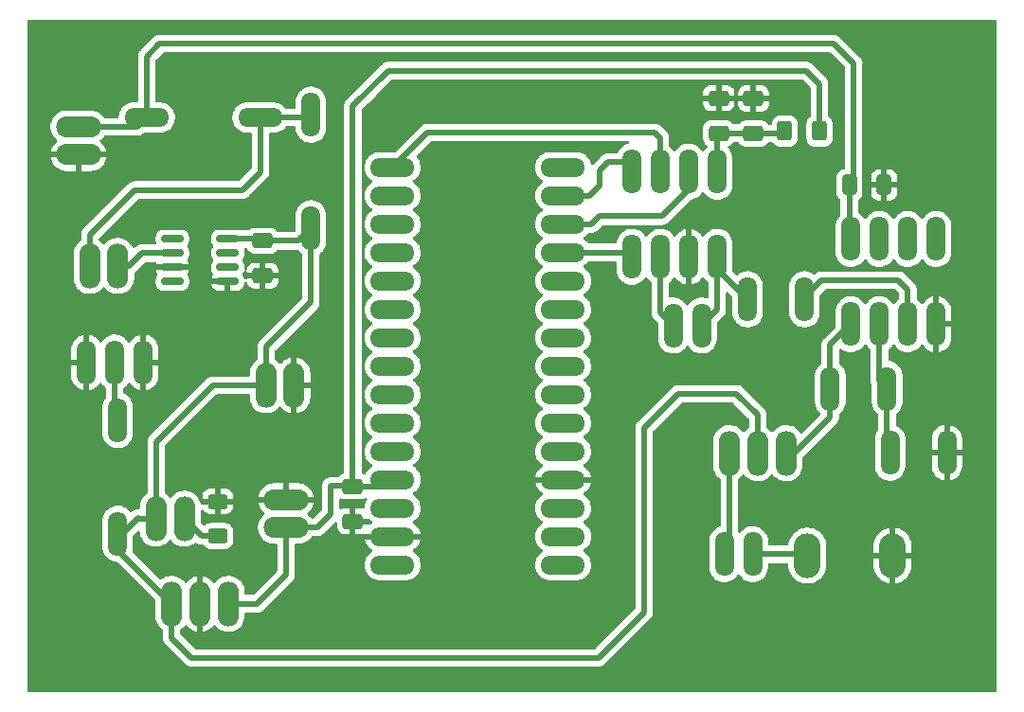
<source format=gbr>
%TF.GenerationSoftware,KiCad,Pcbnew,(6.0.7)*%
%TF.CreationDate,2023-04-14T13:01:04-04:00*%
%TF.ProjectId,NPN Tracer V2a,4e504e20-5472-4616-9365-72205632612e,rev?*%
%TF.SameCoordinates,Original*%
%TF.FileFunction,Copper,L1,Top*%
%TF.FilePolarity,Positive*%
%FSLAX46Y46*%
G04 Gerber Fmt 4.6, Leading zero omitted, Abs format (unit mm)*
G04 Created by KiCad (PCBNEW (6.0.7)) date 2023-04-14 13:01:04*
%MOMM*%
%LPD*%
G01*
G04 APERTURE LIST*
G04 Aperture macros list*
%AMRoundRect*
0 Rectangle with rounded corners*
0 $1 Rounding radius*
0 $2 $3 $4 $5 $6 $7 $8 $9 X,Y pos of 4 corners*
0 Add a 4 corners polygon primitive as box body*
4,1,4,$2,$3,$4,$5,$6,$7,$8,$9,$2,$3,0*
0 Add four circle primitives for the rounded corners*
1,1,$1+$1,$2,$3*
1,1,$1+$1,$4,$5*
1,1,$1+$1,$6,$7*
1,1,$1+$1,$8,$9*
0 Add four rect primitives between the rounded corners*
20,1,$1+$1,$2,$3,$4,$5,0*
20,1,$1+$1,$4,$5,$6,$7,0*
20,1,$1+$1,$6,$7,$8,$9,0*
20,1,$1+$1,$8,$9,$2,$3,0*%
G04 Aperture macros list end*
%TA.AperFunction,ComponentPad*%
%ADD10O,1.700000X4.000000*%
%TD*%
%TA.AperFunction,ComponentPad*%
%ADD11O,1.900000X4.000000*%
%TD*%
%TA.AperFunction,SMDPad,CuDef*%
%ADD12RoundRect,0.250000X-0.400000X-0.625000X0.400000X-0.625000X0.400000X0.625000X-0.400000X0.625000X0*%
%TD*%
%TA.AperFunction,SMDPad,CuDef*%
%ADD13RoundRect,0.250000X0.650000X-0.412500X0.650000X0.412500X-0.650000X0.412500X-0.650000X-0.412500X0*%
%TD*%
%TA.AperFunction,ComponentPad*%
%ADD14O,4.000000X1.700000*%
%TD*%
%TA.AperFunction,SMDPad,CuDef*%
%ADD15RoundRect,0.250000X-0.625000X0.400000X-0.625000X-0.400000X0.625000X-0.400000X0.625000X0.400000X0*%
%TD*%
%TA.AperFunction,ComponentPad*%
%ADD16O,4.000000X1.900000*%
%TD*%
%TA.AperFunction,SMDPad,CuDef*%
%ADD17RoundRect,0.250000X-0.650000X0.412500X-0.650000X-0.412500X0.650000X-0.412500X0.650000X0.412500X0*%
%TD*%
%TA.AperFunction,SMDPad,CuDef*%
%ADD18RoundRect,0.150000X-0.825000X-0.150000X0.825000X-0.150000X0.825000X0.150000X-0.825000X0.150000X0*%
%TD*%
%TA.AperFunction,ComponentPad*%
%ADD19O,2.400000X4.000000*%
%TD*%
%TA.AperFunction,SMDPad,CuDef*%
%ADD20RoundRect,0.250000X-0.412500X-0.650000X0.412500X-0.650000X0.412500X0.650000X-0.412500X0.650000X0*%
%TD*%
%TA.AperFunction,Conductor*%
%ADD21C,0.550000*%
%TD*%
G04 APERTURE END LIST*
D10*
%TO.P,D3,1,K*%
%TO.N,Net-(C8-Pad1)*%
X72644000Y-75755500D03*
%TO.P,D3,2,A*%
%TO.N,12V*%
X72644000Y-85915500D03*
%TD*%
%TO.P,D2,1,K*%
%TO.N,12V*%
X55372000Y-113220500D03*
%TO.P,D2,2,A*%
%TO.N,VIN*%
X55372000Y-103060500D03*
%TD*%
D11*
%TO.P,Q1,1,B*%
%TO.N,Net-(Q1-Pad1)*%
X115125500Y-106031000D03*
%TO.P,Q1,2,C*%
%TO.N,12V*%
X112585500Y-106031000D03*
%TO.P,Q1,3,E*%
%TO.N,Net-(J1-Pad1)*%
X110045500Y-106031000D03*
%TD*%
D10*
%TO.P,R3,1*%
%TO.N,Net-(J2-Pad1)*%
X111683000Y-92265500D03*
%TO.P,R3,2*%
%TO.N,Net-(R3-Pad2)*%
X116763000Y-92265500D03*
%TD*%
D11*
%TO.P,D1,1,K*%
%TO.N,Net-(D1-Pad1)*%
X61346000Y-111887000D03*
%TO.P,D1,2,A*%
%TO.N,12V*%
X58806000Y-111887000D03*
%TD*%
D10*
%TO.P,U2,1*%
%TO.N,Net-(Q1-Pad1)*%
X120914000Y-94488000D03*
%TO.P,U2,2,-*%
%TO.N,Net-(R4-Pad2)*%
X123454000Y-94488000D03*
%TO.P,U2,3,+*%
%TO.N,Net-(R3-Pad2)*%
X125994000Y-94488000D03*
%TO.P,U2,4,V-*%
%TO.N,GND*%
X128534000Y-94488000D03*
%TO.P,U2,5,+*%
%TO.N,unconnected-(U2-Pad5)*%
X128534000Y-86868000D03*
%TO.P,U2,6,-*%
%TO.N,unconnected-(U2-Pad6)*%
X125994000Y-86868000D03*
%TO.P,U2,7*%
%TO.N,unconnected-(U2-Pad7)*%
X123454000Y-86868000D03*
%TO.P,U2,8,V+*%
%TO.N,24V*%
X120914000Y-86868000D03*
%TD*%
D12*
%TO.P,R1,1*%
%TO.N,Net-(C5-Pad2)*%
X114998500Y-77216000D03*
%TO.P,R1,2*%
%TO.N,5V*%
X118098500Y-77216000D03*
%TD*%
D13*
%TO.P,C4,1*%
%TO.N,GND*%
X76390500Y-112116000D03*
%TO.P,C4,2*%
%TO.N,5V*%
X76390500Y-108991000D03*
%TD*%
D14*
%TO.P,D4,1,K*%
%TO.N,24V*%
X57975500Y-76009500D03*
%TO.P,D4,2,A*%
%TO.N,Net-(C8-Pad1)*%
X68135500Y-76009500D03*
%TD*%
D15*
%TO.P,R2,1*%
%TO.N,GND*%
X64325500Y-110337000D03*
%TO.P,R2,2*%
%TO.N,Net-(D1-Pad1)*%
X64325500Y-113437000D03*
%TD*%
D10*
%TO.P,J2,1,Pin_1*%
%TO.N,Net-(J2-Pad1)*%
X107569000Y-94615000D03*
%TO.P,J2,2,Pin_2*%
%TO.N,Net-(J2-Pad2)*%
X105029000Y-94615000D03*
%TD*%
D11*
%TO.P,C8,1*%
%TO.N,Net-(C8-Pad1)*%
X52885849Y-89281000D03*
%TO.P,C8,2*%
%TO.N,Net-(C8-Pad2)*%
X55385849Y-89281000D03*
%TD*%
%TO.P,C2,1*%
%TO.N,12V*%
X68633849Y-99949000D03*
%TO.P,C2,2*%
%TO.N,GND*%
X71133849Y-99949000D03*
%TD*%
%TO.P,U1,1,VI*%
%TO.N,12V*%
X60193000Y-119499500D03*
%TO.P,U1,2,GND*%
%TO.N,GND*%
X62733000Y-119499500D03*
%TO.P,U1,3,VO*%
%TO.N,5V*%
X65273000Y-119499500D03*
%TD*%
D13*
%TO.P,C7,1*%
%TO.N,GND*%
X68326000Y-90170000D03*
%TO.P,C7,2*%
%TO.N,12V*%
X68326000Y-87045000D03*
%TD*%
D16*
%TO.P,C3,1*%
%TO.N,5V*%
X70421500Y-112672500D03*
%TO.P,C3,2*%
%TO.N,GND*%
X70421500Y-110172500D03*
%TD*%
D17*
%TO.P,C6,1*%
%TO.N,GND*%
X109093000Y-74281500D03*
%TO.P,C6,2*%
%TO.N,Net-(C5-Pad2)*%
X109093000Y-77406500D03*
%TD*%
D18*
%TO.P,U4,1,NC*%
%TO.N,unconnected-(U4-Pad1)*%
X60263000Y-86868000D03*
%TO.P,U4,2,CAP+*%
%TO.N,Net-(C8-Pad2)*%
X60263000Y-88138000D03*
%TO.P,U4,3,GND*%
%TO.N,GND*%
X60263000Y-89408000D03*
%TO.P,U4,4,CAP-*%
%TO.N,unconnected-(U4-Pad4)*%
X60263000Y-90678000D03*
%TO.P,U4,5,VOUT*%
%TO.N,GND*%
X65213000Y-90678000D03*
%TO.P,U4,6,LV*%
%TO.N,unconnected-(U4-Pad6)*%
X65213000Y-89408000D03*
%TO.P,U4,7,OSC*%
%TO.N,unconnected-(U4-Pad7)*%
X65213000Y-88138000D03*
%TO.P,U4,8,V+*%
%TO.N,12V*%
X65213000Y-86868000D03*
%TD*%
D16*
%TO.P,C9,1*%
%TO.N,24V*%
X51879500Y-76835000D03*
%TO.P,C9,2*%
%TO.N,GND*%
X51879500Y-79335000D03*
%TD*%
D10*
%TO.P,U3,1,Vdd*%
%TO.N,Net-(C5-Pad2)*%
X108956000Y-80845500D03*
%TO.P,U3,2,~{CS}*%
%TO.N,Net-(TB1-Pad13)*%
X106416000Y-80845500D03*
%TO.P,U3,3,SCK*%
%TO.N,Net-(TB1-Pad16)*%
X103876000Y-80845500D03*
%TO.P,U3,4,SDI*%
%TO.N,Net-(TB1-Pad14)*%
X101336000Y-80845500D03*
%TO.P,U3,5,~{LDAC}*%
%TO.N,Net-(TB1-Pad12)*%
X101336000Y-88465500D03*
%TO.P,U3,6,VB*%
%TO.N,Net-(J2-Pad2)*%
X103876000Y-88465500D03*
%TO.P,U3,7,Vss*%
%TO.N,GND*%
X106416000Y-88465500D03*
%TO.P,U3,8,VA*%
%TO.N,Net-(J2-Pad1)*%
X108956000Y-88465500D03*
%TD*%
%TO.P,R5,1*%
%TO.N,Net-(R4-Pad2)*%
X124142500Y-100266500D03*
%TO.P,R5,2*%
%TO.N,Net-(Q1-Pad1)*%
X119062500Y-100266500D03*
%TD*%
%TO.P,J3,1,Pin_1*%
%TO.N,GND*%
X57658000Y-97917000D03*
%TO.P,J3,2,Pin_2*%
%TO.N,VIN*%
X55118000Y-97917000D03*
%TO.P,J3,3,Pin_3*%
%TO.N,GND*%
X52578000Y-97917000D03*
%TD*%
D19*
%TO.P,R6,2*%
%TO.N,Net-(J1-Pad2)*%
X117015500Y-115189000D03*
%TO.P,R6,1*%
%TO.N,GND*%
X124635500Y-115189000D03*
%TD*%
D10*
%TO.P,R4,1*%
%TO.N,GND*%
X129490000Y-105981500D03*
%TO.P,R4,2*%
%TO.N,Net-(R4-Pad2)*%
X124410000Y-105981500D03*
%TD*%
D14*
%TO.P,TB1,1,D1/TX*%
%TO.N,unconnected-(TB1-Pad1)*%
X95186500Y-116014500D03*
%TO.P,TB1,2,D0/RX*%
%TO.N,unconnected-(TB1-Pad2)*%
X95186500Y-113474500D03*
%TO.P,TB1,3,RESET*%
%TO.N,unconnected-(TB1-Pad3)*%
X95186500Y-110934500D03*
%TO.P,TB1,4,COM/GND*%
%TO.N,GND*%
X95186500Y-108394500D03*
%TO.P,TB1,5,D2*%
%TO.N,unconnected-(TB1-Pad5)*%
X95186500Y-105854500D03*
%TO.P,TB1,6,D3*%
%TO.N,unconnected-(TB1-Pad6)*%
X95186500Y-103314500D03*
%TO.P,TB1,7,D4*%
%TO.N,unconnected-(TB1-Pad7)*%
X95186500Y-100774500D03*
%TO.P,TB1,8,D5*%
%TO.N,unconnected-(TB1-Pad8)*%
X95186500Y-98234500D03*
%TO.P,TB1,9,D6*%
%TO.N,unconnected-(TB1-Pad9)*%
X95186500Y-95694500D03*
%TO.P,TB1,10,D7*%
%TO.N,unconnected-(TB1-Pad10)*%
X95186500Y-93154500D03*
%TO.P,TB1,11,D8*%
%TO.N,unconnected-(TB1-Pad11)*%
X95186500Y-90614500D03*
%TO.P,TB1,12,D9*%
%TO.N,Net-(TB1-Pad12)*%
X95186500Y-88074500D03*
%TO.P,TB1,13,D10*%
%TO.N,Net-(TB1-Pad13)*%
X95186500Y-85534500D03*
%TO.P,TB1,14,D11/MOSI*%
%TO.N,Net-(TB1-Pad14)*%
X95186500Y-82994500D03*
%TO.P,TB1,15,D12/MISO*%
%TO.N,unconnected-(TB1-Pad15)*%
X95186500Y-80454500D03*
%TO.P,TB1,16,D13/SCK*%
%TO.N,Net-(TB1-Pad16)*%
X79946500Y-80454500D03*
%TO.P,TB1,17,3V3*%
%TO.N,unconnected-(TB1-Pad17)*%
X79946500Y-82994500D03*
%TO.P,TB1,18,AREF*%
%TO.N,unconnected-(TB1-Pad18)*%
X79946500Y-85534500D03*
%TO.P,TB1,19,A0*%
%TO.N,unconnected-(TB1-Pad19)*%
X79946500Y-88074500D03*
%TO.P,TB1,20,A1*%
%TO.N,unconnected-(TB1-Pad20)*%
X79946500Y-90614500D03*
%TO.P,TB1,21,A2*%
%TO.N,unconnected-(TB1-Pad21)*%
X79946500Y-93154500D03*
%TO.P,TB1,22,A3*%
%TO.N,unconnected-(TB1-Pad22)*%
X79946500Y-95694500D03*
%TO.P,TB1,23,A4*%
%TO.N,unconnected-(TB1-Pad23)*%
X79946500Y-98234500D03*
%TO.P,TB1,24,A5*%
%TO.N,unconnected-(TB1-Pad24)*%
X79946500Y-100774500D03*
%TO.P,TB1,25,A6*%
%TO.N,unconnected-(TB1-Pad25)*%
X79946500Y-103314500D03*
%TO.P,TB1,26,A7*%
%TO.N,unconnected-(TB1-Pad26)*%
X79946500Y-105854500D03*
%TO.P,TB1,27,+5V*%
%TO.N,5V*%
X79946500Y-108394500D03*
%TO.P,TB1,28,RESET*%
%TO.N,unconnected-(TB1-Pad28)*%
X79946500Y-110934500D03*
%TO.P,TB1,29,COM/GND*%
%TO.N,GND*%
X79946500Y-113474500D03*
%TO.P,TB1,30,VIN*%
%TO.N,unconnected-(TB1-Pad30)*%
X79946500Y-116014500D03*
%TD*%
D10*
%TO.P,J1,1,Pin_1*%
%TO.N,Net-(J1-Pad1)*%
X109596000Y-115062000D03*
%TO.P,J1,2,Pin_2*%
%TO.N,Net-(J1-Pad2)*%
X112136000Y-115062000D03*
%TD*%
D20*
%TO.P,C1,1*%
%TO.N,24V*%
X120763500Y-82042000D03*
%TO.P,C1,2*%
%TO.N,GND*%
X123888500Y-82042000D03*
%TD*%
D17*
%TO.P,C5,1*%
%TO.N,GND*%
X112204500Y-74320000D03*
%TO.P,C5,2*%
%TO.N,Net-(C5-Pad2)*%
X112204500Y-77445000D03*
%TD*%
D21*
%TO.N,24V*%
X121158000Y-81647500D02*
X120763500Y-82042000D01*
X51879500Y-76835000D02*
X57150000Y-76835000D01*
X119380000Y-69405500D02*
X121158000Y-71183500D01*
X59118500Y-69405500D02*
X119380000Y-69405500D01*
X57150000Y-76835000D02*
X57975500Y-76009500D01*
X120763500Y-82042000D02*
X120763500Y-86717500D01*
X120763500Y-86717500D02*
X120914000Y-86868000D01*
X57975500Y-70548500D02*
X59118500Y-69405500D01*
X57975500Y-76009500D02*
X57975500Y-70548500D01*
X121158000Y-71183500D02*
X121158000Y-81647500D01*
%TO.N,12V*%
X57213500Y-111823500D02*
X57277000Y-111887000D01*
X98361500Y-124333000D02*
X102425500Y-120269000D01*
X57277000Y-111887000D02*
X58806000Y-111887000D01*
X68633849Y-99949000D02*
X68633849Y-96529651D01*
X68149000Y-86868000D02*
X68326000Y-87045000D01*
X68326000Y-87045000D02*
X71514500Y-87045000D01*
X60193000Y-119499500D02*
X60193000Y-122550000D01*
X102425500Y-120269000D02*
X102425500Y-103759000D01*
X55372000Y-113220500D02*
X55372000Y-114678500D01*
X58806000Y-105024000D02*
X63881000Y-99949000D01*
X55372000Y-113220500D02*
X55816500Y-113220500D01*
X61976000Y-124333000D02*
X98361500Y-124333000D01*
X102425500Y-103759000D02*
X105473500Y-100711000D01*
X55372000Y-114678500D02*
X60193000Y-119499500D01*
X71514500Y-87045000D02*
X72644000Y-85915500D01*
X72644000Y-92519500D02*
X72644000Y-85915500D01*
X63881000Y-99949000D02*
X68633849Y-99949000D01*
X58806000Y-111887000D02*
X58806000Y-105024000D01*
X60193000Y-122550000D02*
X61976000Y-124333000D01*
X112585500Y-102616000D02*
X112585500Y-106031000D01*
X65213000Y-86868000D02*
X68149000Y-86868000D01*
X105473500Y-100711000D02*
X110680500Y-100711000D01*
X68633849Y-96529651D02*
X72644000Y-92519500D01*
X55816500Y-113220500D02*
X57213500Y-111823500D01*
X110680500Y-100711000D02*
X112585500Y-102616000D01*
%TO.N,5V*%
X74422000Y-108966000D02*
X76683000Y-108966000D01*
X79350000Y-108991000D02*
X79946500Y-108394500D01*
X67825500Y-119499500D02*
X70421500Y-116903500D01*
X118098500Y-73013500D02*
X118098500Y-77216000D01*
X116903500Y-71818500D02*
X118098500Y-73013500D01*
X79565500Y-71818500D02*
X116903500Y-71818500D01*
X73192000Y-112672500D02*
X74422000Y-111442500D01*
X76683000Y-108966000D02*
X76708000Y-108991000D01*
X70421500Y-116903500D02*
X70421500Y-112672500D01*
X76390500Y-74993500D02*
X79565500Y-71818500D01*
X76390500Y-108991000D02*
X76390500Y-74993500D01*
X70421500Y-112672500D02*
X73192000Y-112672500D01*
X76708000Y-108991000D02*
X79350000Y-108991000D01*
X65273000Y-119499500D02*
X67825500Y-119499500D01*
X74422000Y-111442500D02*
X74422000Y-108966000D01*
%TO.N,Net-(D1-Pad1)*%
X62891000Y-113437000D02*
X64325500Y-113437000D01*
X61346000Y-111892000D02*
X62891000Y-113437000D01*
X61346000Y-111887000D02*
X61346000Y-111892000D01*
%TO.N,VIN*%
X55118000Y-102806500D02*
X55372000Y-103060500D01*
X55118000Y-97917000D02*
X55118000Y-102806500D01*
%TO.N,Net-(Q1-Pad1)*%
X119062500Y-96339500D02*
X119062500Y-100266500D01*
X115125500Y-106031000D02*
X115838000Y-106031000D01*
X120914000Y-94488000D02*
X119062500Y-96339500D01*
X119062500Y-102806500D02*
X119062500Y-100266500D01*
X115838000Y-106031000D02*
X119062500Y-102806500D01*
%TO.N,Net-(TB1-Pad13)*%
X104013000Y-84836000D02*
X106416000Y-82433000D01*
X97726500Y-85534500D02*
X98425000Y-84836000D01*
X106416000Y-82433000D02*
X106416000Y-80845500D01*
X95186500Y-85534500D02*
X97726500Y-85534500D01*
X98425000Y-84836000D02*
X104013000Y-84836000D01*
%TO.N,Net-(TB1-Pad14)*%
X98425000Y-80772000D02*
X99187000Y-80010000D01*
X100584000Y-80010000D02*
X101336000Y-80762000D01*
X97536000Y-82994500D02*
X98425000Y-82105500D01*
X98425000Y-82105500D02*
X98425000Y-80772000D01*
X99187000Y-80010000D02*
X100584000Y-80010000D01*
X101336000Y-80762000D02*
X101336000Y-80845500D01*
X95186500Y-82994500D02*
X97536000Y-82994500D01*
%TO.N,Net-(TB1-Pad16)*%
X103378000Y-77343000D02*
X103876000Y-77841000D01*
X79946500Y-80454500D02*
X83058000Y-77343000D01*
X103876000Y-77841000D02*
X103876000Y-80845500D01*
X83058000Y-77343000D02*
X103378000Y-77343000D01*
%TO.N,Net-(C8-Pad1)*%
X68135500Y-76009500D02*
X72390000Y-76009500D01*
X52885849Y-89281000D02*
X52885849Y-86496651D01*
X56896000Y-82486500D02*
X66548000Y-82486500D01*
X68135500Y-80899000D02*
X68135500Y-76009500D01*
X72390000Y-76009500D02*
X72644000Y-75755500D01*
X52885849Y-86496651D02*
X56896000Y-82486500D01*
X66548000Y-82486500D02*
X68135500Y-80899000D01*
%TO.N,Net-(C8-Pad2)*%
X57531000Y-88138000D02*
X60263000Y-88138000D01*
X56388000Y-89281000D02*
X57531000Y-88138000D01*
X55385849Y-89281000D02*
X56388000Y-89281000D01*
%TO.N,Net-(J1-Pad1)*%
X110045500Y-114612500D02*
X109596000Y-115062000D01*
X110045500Y-106031000D02*
X110045500Y-114612500D01*
%TO.N,Net-(J1-Pad2)*%
X112136000Y-115062000D02*
X116888500Y-115062000D01*
X116888500Y-115062000D02*
X117015500Y-115189000D01*
%TO.N,Net-(C5-Pad2)*%
X108956000Y-77543500D02*
X109093000Y-77406500D01*
X108956000Y-80845500D02*
X108956000Y-77543500D01*
X109093000Y-77406500D02*
X112166000Y-77406500D01*
X112204500Y-77445000D02*
X114769500Y-77445000D01*
X112166000Y-77406500D02*
X112204500Y-77445000D01*
X114769500Y-77445000D02*
X114998500Y-77216000D01*
%TO.N,Net-(J2-Pad1)*%
X108956000Y-88465500D02*
X108956000Y-89538500D01*
X108956000Y-88465500D02*
X108956000Y-93228000D01*
X108956000Y-93228000D02*
X107569000Y-94615000D01*
X108956000Y-89538500D02*
X111683000Y-92265500D01*
%TO.N,Net-(J2-Pad2)*%
X103876000Y-93462000D02*
X105029000Y-94615000D01*
X103876000Y-88465500D02*
X103876000Y-93462000D01*
%TO.N,Net-(R3-Pad2)*%
X116763000Y-92088500D02*
X118300500Y-90551000D01*
X116763000Y-92265500D02*
X116763000Y-92088500D01*
X125994000Y-91386500D02*
X125994000Y-94488000D01*
X125158500Y-90551000D02*
X125994000Y-91386500D01*
X118300500Y-90551000D02*
X125158500Y-90551000D01*
%TO.N,Net-(R4-Pad2)*%
X123454000Y-99578000D02*
X124142500Y-100266500D01*
X124142500Y-105714000D02*
X124410000Y-105981500D01*
X123454000Y-94488000D02*
X123454000Y-99578000D01*
X124142500Y-100266500D02*
X124142500Y-105714000D01*
%TO.N,Net-(TB1-Pad12)*%
X95186500Y-88074500D02*
X100945000Y-88074500D01*
X100945000Y-88074500D02*
X101336000Y-88465500D01*
%TD*%
%TA.AperFunction,Conductor*%
%TO.N,GND*%
G36*
X133863121Y-67267002D02*
G01*
X133909614Y-67320658D01*
X133921000Y-67373000D01*
X133921000Y-127254500D01*
X133900998Y-127322621D01*
X133847342Y-127369114D01*
X133795000Y-127380500D01*
X47434000Y-127380500D01*
X47365879Y-127360498D01*
X47319386Y-127306842D01*
X47308000Y-127254500D01*
X47308000Y-114428390D01*
X54013500Y-114428390D01*
X54015499Y-114451945D01*
X54026831Y-114585498D01*
X54028080Y-114600220D01*
X54029418Y-114605375D01*
X54029419Y-114605381D01*
X54084657Y-114818203D01*
X54085999Y-114823372D01*
X54088191Y-114828238D01*
X54088192Y-114828241D01*
X54133641Y-114929135D01*
X54180688Y-115033575D01*
X54309441Y-115224819D01*
X54468576Y-115391635D01*
X54653542Y-115529254D01*
X54658293Y-115531670D01*
X54658297Y-115531672D01*
X54756297Y-115581497D01*
X54859051Y-115633740D01*
X54864145Y-115635322D01*
X54864148Y-115635323D01*
X55064020Y-115697385D01*
X55079227Y-115702107D01*
X55084516Y-115702808D01*
X55277065Y-115728328D01*
X55341967Y-115757107D01*
X55349605Y-115764141D01*
X58697595Y-119112131D01*
X58731621Y-119174443D01*
X58734500Y-119201226D01*
X58734500Y-120610303D01*
X58734712Y-120612876D01*
X58734712Y-120612887D01*
X58748729Y-120783376D01*
X58748730Y-120783382D01*
X58749153Y-120788527D01*
X58807580Y-121021136D01*
X58809636Y-121025866D01*
X58809639Y-121025873D01*
X58901153Y-121236341D01*
X58903213Y-121241078D01*
X58906017Y-121245412D01*
X58906019Y-121245416D01*
X59011338Y-121408213D01*
X59033485Y-121442447D01*
X59036964Y-121446270D01*
X59036966Y-121446273D01*
X59191087Y-121615649D01*
X59194896Y-121619835D01*
X59198947Y-121623034D01*
X59198951Y-121623038D01*
X59361592Y-121751484D01*
X59402655Y-121809401D01*
X59409500Y-121850366D01*
X59409500Y-122540999D01*
X59409493Y-122542319D01*
X59408578Y-122629678D01*
X59410067Y-122636563D01*
X59410067Y-122636566D01*
X59417414Y-122670545D01*
X59419475Y-122683128D01*
X59424136Y-122724682D01*
X59426454Y-122731337D01*
X59426455Y-122731343D01*
X59434744Y-122755146D01*
X59438907Y-122769955D01*
X59444236Y-122794601D01*
X59445725Y-122801486D01*
X59463402Y-122839395D01*
X59468184Y-122851171D01*
X59481943Y-122890681D01*
X59499037Y-122918037D01*
X59506377Y-122931556D01*
X59520011Y-122960794D01*
X59524324Y-122966354D01*
X59524325Y-122966356D01*
X59545640Y-122993835D01*
X59552929Y-123004283D01*
X59575091Y-123039749D01*
X59601750Y-123066596D01*
X59602819Y-123067672D01*
X59603373Y-123068264D01*
X59603877Y-123068913D01*
X59629029Y-123094065D01*
X59698949Y-123164475D01*
X59699959Y-123165116D01*
X59701138Y-123166174D01*
X61415581Y-124880617D01*
X61416510Y-124881555D01*
X61477671Y-124944011D01*
X61483593Y-124947828D01*
X61483596Y-124947830D01*
X61512822Y-124966665D01*
X61523161Y-124974093D01*
X61555850Y-125000188D01*
X61562192Y-125003254D01*
X61562197Y-125003257D01*
X61584890Y-125014227D01*
X61598302Y-125021753D01*
X61619500Y-125035414D01*
X61619505Y-125035416D01*
X61625424Y-125039231D01*
X61664719Y-125053533D01*
X61676463Y-125058494D01*
X61707760Y-125073624D01*
X61707763Y-125073625D01*
X61714105Y-125076691D01*
X61720966Y-125078275D01*
X61720969Y-125078276D01*
X61745539Y-125083948D01*
X61760282Y-125088315D01*
X61790600Y-125099350D01*
X61829951Y-125104321D01*
X61832088Y-125104591D01*
X61844636Y-125106827D01*
X61885377Y-125116233D01*
X61892421Y-125116257D01*
X61892425Y-125116258D01*
X61924715Y-125116370D01*
X61925546Y-125116398D01*
X61926354Y-125116500D01*
X61961786Y-125116500D01*
X61962224Y-125116501D01*
X62061153Y-125116846D01*
X62062321Y-125116585D01*
X62063890Y-125116500D01*
X98352499Y-125116500D01*
X98353820Y-125116507D01*
X98441178Y-125117422D01*
X98448063Y-125115933D01*
X98448066Y-125115933D01*
X98482045Y-125108586D01*
X98494628Y-125106525D01*
X98504746Y-125105390D01*
X98536182Y-125101864D01*
X98542837Y-125099546D01*
X98542843Y-125099545D01*
X98566646Y-125091256D01*
X98581455Y-125087093D01*
X98606101Y-125081764D01*
X98606105Y-125081763D01*
X98612986Y-125080275D01*
X98650895Y-125062598D01*
X98662671Y-125057816D01*
X98702181Y-125044057D01*
X98729539Y-125026962D01*
X98743056Y-125019623D01*
X98765915Y-125008964D01*
X98765918Y-125008962D01*
X98772294Y-125005989D01*
X98805334Y-124980360D01*
X98815783Y-124973071D01*
X98851249Y-124950909D01*
X98879172Y-124923181D01*
X98879764Y-124922627D01*
X98880413Y-124922123D01*
X98905565Y-124896971D01*
X98975975Y-124827051D01*
X98976616Y-124826041D01*
X98977674Y-124824862D01*
X102973117Y-120829419D01*
X102974055Y-120828490D01*
X103020124Y-120783376D01*
X103036511Y-120767329D01*
X103040328Y-120761407D01*
X103040330Y-120761404D01*
X103059165Y-120732178D01*
X103066593Y-120721839D01*
X103092688Y-120689150D01*
X103095754Y-120682808D01*
X103095757Y-120682803D01*
X103106727Y-120660110D01*
X103114253Y-120646698D01*
X103127914Y-120625500D01*
X103127916Y-120625495D01*
X103131731Y-120619576D01*
X103146033Y-120580281D01*
X103150994Y-120568537D01*
X103166124Y-120537240D01*
X103166125Y-120537237D01*
X103169191Y-120530895D01*
X103176448Y-120499459D01*
X103180815Y-120484718D01*
X103191850Y-120454400D01*
X103197091Y-120412912D01*
X103199328Y-120400357D01*
X103207148Y-120366488D01*
X103208733Y-120359623D01*
X103208799Y-120340879D01*
X103208870Y-120320285D01*
X103208898Y-120319454D01*
X103209000Y-120318646D01*
X103209000Y-120283000D01*
X103209346Y-120183847D01*
X103209085Y-120182679D01*
X103209000Y-120181111D01*
X103209000Y-104135726D01*
X103229002Y-104067605D01*
X103245905Y-104046631D01*
X105761131Y-101531405D01*
X105823443Y-101497379D01*
X105850226Y-101494500D01*
X110303774Y-101494500D01*
X110371895Y-101514502D01*
X110392869Y-101531405D01*
X111765095Y-102903631D01*
X111799121Y-102965943D01*
X111802000Y-102992726D01*
X111802000Y-103682369D01*
X111781998Y-103750490D01*
X111751654Y-103783128D01*
X111692624Y-103827449D01*
X111625527Y-103877827D01*
X111613845Y-103886598D01*
X111448148Y-104059990D01*
X111420910Y-104099920D01*
X111366002Y-104144920D01*
X111295477Y-104153091D01*
X111231730Y-104121837D01*
X111211035Y-104097357D01*
X111207829Y-104092401D01*
X111207822Y-104092392D01*
X111205015Y-104088053D01*
X111183361Y-104064255D01*
X111047082Y-103914487D01*
X111047080Y-103914486D01*
X111043604Y-103910665D01*
X111039553Y-103907466D01*
X111039549Y-103907462D01*
X110859446Y-103765226D01*
X110855388Y-103762021D01*
X110645422Y-103646113D01*
X110520805Y-103601984D01*
X110424220Y-103567781D01*
X110424216Y-103567780D01*
X110419345Y-103566055D01*
X110414252Y-103565148D01*
X110414249Y-103565147D01*
X110188316Y-103524902D01*
X110188310Y-103524901D01*
X110183227Y-103523996D01*
X110095960Y-103522930D01*
X109948581Y-103521129D01*
X109948579Y-103521129D01*
X109943411Y-103521066D01*
X109706337Y-103557343D01*
X109478371Y-103631854D01*
X109265636Y-103742597D01*
X109261503Y-103745700D01*
X109261500Y-103745702D01*
X109077980Y-103883493D01*
X109073845Y-103886598D01*
X108908148Y-104059990D01*
X108772995Y-104258117D01*
X108672016Y-104475656D01*
X108607924Y-104706768D01*
X108599140Y-104788961D01*
X108588061Y-104892631D01*
X108587000Y-104902557D01*
X108587000Y-107141803D01*
X108587212Y-107144376D01*
X108587212Y-107144387D01*
X108601229Y-107314876D01*
X108601230Y-107314882D01*
X108601653Y-107320027D01*
X108602912Y-107325038D01*
X108644739Y-107491559D01*
X108660080Y-107552636D01*
X108662136Y-107557366D01*
X108662139Y-107557373D01*
X108753653Y-107767841D01*
X108755713Y-107772578D01*
X108758517Y-107776912D01*
X108758519Y-107776916D01*
X108879966Y-107964643D01*
X108885985Y-107973947D01*
X108889464Y-107977770D01*
X108889466Y-107977773D01*
X109037537Y-108140500D01*
X109047396Y-108151335D01*
X109051447Y-108154534D01*
X109051451Y-108154538D01*
X109214092Y-108282984D01*
X109255155Y-108340901D01*
X109262000Y-108381866D01*
X109262000Y-112497560D01*
X109241998Y-112565681D01*
X109182282Y-112614752D01*
X108994744Y-112688815D01*
X108994742Y-112688816D01*
X108989779Y-112690776D01*
X108985220Y-112693543D01*
X108985217Y-112693544D01*
X108886832Y-112753246D01*
X108792683Y-112810377D01*
X108788653Y-112813874D01*
X108653782Y-112930909D01*
X108618555Y-112961477D01*
X108475760Y-113135627D01*
X108475756Y-113135633D01*
X108472376Y-113139755D01*
X108469737Y-113144391D01*
X108469735Y-113144394D01*
X108376411Y-113308342D01*
X108358325Y-113340114D01*
X108279663Y-113556825D01*
X108278714Y-113562074D01*
X108278713Y-113562077D01*
X108239377Y-113779608D01*
X108239376Y-113779615D01*
X108238639Y-113783692D01*
X108237500Y-113807844D01*
X108237500Y-116269890D01*
X108237725Y-116272539D01*
X108250945Y-116428339D01*
X108252080Y-116441720D01*
X108253418Y-116446875D01*
X108253419Y-116446881D01*
X108308657Y-116659703D01*
X108309999Y-116664872D01*
X108312191Y-116669738D01*
X108312192Y-116669741D01*
X108314005Y-116673766D01*
X108404688Y-116875075D01*
X108533441Y-117066319D01*
X108537120Y-117070176D01*
X108537122Y-117070178D01*
X108569840Y-117104475D01*
X108692576Y-117233135D01*
X108877542Y-117370754D01*
X108882293Y-117373170D01*
X108882297Y-117373172D01*
X108980296Y-117422997D01*
X109083051Y-117475240D01*
X109088145Y-117476822D01*
X109088148Y-117476823D01*
X109243525Y-117525069D01*
X109303227Y-117543607D01*
X109308516Y-117544308D01*
X109526489Y-117573198D01*
X109526494Y-117573198D01*
X109531774Y-117573898D01*
X109537103Y-117573698D01*
X109537105Y-117573698D01*
X109646966Y-117569573D01*
X109762158Y-117565249D01*
X109781461Y-117561199D01*
X109982572Y-117519002D01*
X109987791Y-117517907D01*
X109992750Y-117515949D01*
X109992752Y-117515948D01*
X110197256Y-117435185D01*
X110197258Y-117435184D01*
X110202221Y-117433224D01*
X110253959Y-117401829D01*
X110394757Y-117316390D01*
X110394756Y-117316390D01*
X110399317Y-117313623D01*
X110403347Y-117310126D01*
X110569412Y-117166023D01*
X110569414Y-117166021D01*
X110573445Y-117162523D01*
X110620773Y-117104802D01*
X110716240Y-116988373D01*
X110716244Y-116988367D01*
X110719624Y-116984245D01*
X110755878Y-116920556D01*
X110806959Y-116871251D01*
X110876589Y-116857389D01*
X110942660Y-116883372D01*
X110969898Y-116912521D01*
X111073441Y-117066319D01*
X111077120Y-117070176D01*
X111077122Y-117070178D01*
X111109840Y-117104475D01*
X111232576Y-117233135D01*
X111417542Y-117370754D01*
X111422293Y-117373170D01*
X111422297Y-117373172D01*
X111520296Y-117422997D01*
X111623051Y-117475240D01*
X111628145Y-117476822D01*
X111628148Y-117476823D01*
X111783525Y-117525069D01*
X111843227Y-117543607D01*
X111848516Y-117544308D01*
X112066489Y-117573198D01*
X112066494Y-117573198D01*
X112071774Y-117573898D01*
X112077103Y-117573698D01*
X112077105Y-117573698D01*
X112186966Y-117569573D01*
X112302158Y-117565249D01*
X112321461Y-117561199D01*
X112522572Y-117519002D01*
X112527791Y-117517907D01*
X112532750Y-117515949D01*
X112532752Y-117515948D01*
X112737256Y-117435185D01*
X112737258Y-117435184D01*
X112742221Y-117433224D01*
X112793959Y-117401829D01*
X112934757Y-117316390D01*
X112934756Y-117316390D01*
X112939317Y-117313623D01*
X112943347Y-117310126D01*
X113109412Y-117166023D01*
X113109414Y-117166021D01*
X113113445Y-117162523D01*
X113160773Y-117104802D01*
X113256240Y-116988373D01*
X113256244Y-116988367D01*
X113259624Y-116984245D01*
X113373675Y-116783886D01*
X113452337Y-116567175D01*
X113459643Y-116526774D01*
X113492623Y-116344392D01*
X113492624Y-116344385D01*
X113493361Y-116340308D01*
X113494500Y-116316156D01*
X113494500Y-115971500D01*
X113514502Y-115903379D01*
X113568158Y-115856886D01*
X113620500Y-115845500D01*
X115181000Y-115845500D01*
X115249121Y-115865502D01*
X115295614Y-115919158D01*
X115307000Y-115971500D01*
X115307000Y-116055099D01*
X115307181Y-116057478D01*
X115307181Y-116057479D01*
X115321320Y-116243347D01*
X115321688Y-116248190D01*
X115322767Y-116252844D01*
X115322767Y-116252846D01*
X115367742Y-116446881D01*
X115380382Y-116501415D01*
X115476705Y-116742848D01*
X115608438Y-116966934D01*
X115772551Y-117168515D01*
X115965267Y-117342953D01*
X115969265Y-117345594D01*
X115969266Y-117345595D01*
X116045425Y-117395908D01*
X116182151Y-117486233D01*
X116186491Y-117488234D01*
X116186495Y-117488236D01*
X116413860Y-117593053D01*
X116413863Y-117593054D01*
X116418212Y-117595059D01*
X116422813Y-117596383D01*
X116422814Y-117596383D01*
X116663425Y-117665605D01*
X116663430Y-117665606D01*
X116668018Y-117666926D01*
X116925821Y-117700180D01*
X117063095Y-117696945D01*
X117180908Y-117694169D01*
X117180913Y-117694169D01*
X117185687Y-117694056D01*
X117313662Y-117671375D01*
X117436933Y-117649528D01*
X117436937Y-117649527D01*
X117441637Y-117648694D01*
X117687781Y-117565140D01*
X117918454Y-117445315D01*
X117922308Y-117442500D01*
X117922312Y-117442497D01*
X118124483Y-117294800D01*
X118124484Y-117294799D01*
X118128347Y-117291977D01*
X118249227Y-117171729D01*
X118309241Y-117112029D01*
X118309245Y-117112024D01*
X118312632Y-117108655D01*
X118315720Y-117104475D01*
X118451563Y-116920557D01*
X118467067Y-116899566D01*
X118479953Y-116875075D01*
X118585866Y-116673766D01*
X118588098Y-116669524D01*
X118589659Y-116665005D01*
X118589661Y-116664999D01*
X118671380Y-116428339D01*
X118671380Y-116428338D01*
X118672940Y-116423821D01*
X118719641Y-116168112D01*
X118724000Y-116084939D01*
X118724000Y-116052687D01*
X122927500Y-116052687D01*
X122927681Y-116057453D01*
X122941821Y-116243347D01*
X122943263Y-116252770D01*
X122999781Y-116496601D01*
X123002637Y-116505714D01*
X123095380Y-116738177D01*
X123099583Y-116746757D01*
X123226423Y-116962518D01*
X123231874Y-116970361D01*
X123389893Y-117164457D01*
X123396466Y-117171383D01*
X123582021Y-117339340D01*
X123589573Y-117345198D01*
X123798402Y-117483157D01*
X123806739Y-117487798D01*
X124034035Y-117592582D01*
X124042989Y-117595912D01*
X124283527Y-117665113D01*
X124292861Y-117667045D01*
X124363534Y-117676162D01*
X124377764Y-117673904D01*
X124381500Y-117660829D01*
X124381500Y-117660578D01*
X124889500Y-117660578D01*
X124893273Y-117673429D01*
X124908370Y-117675349D01*
X125056808Y-117649042D01*
X125066040Y-117646671D01*
X125303056Y-117566215D01*
X125311825Y-117562475D01*
X125533947Y-117447091D01*
X125542047Y-117442069D01*
X125744159Y-117294416D01*
X125751415Y-117288219D01*
X125928856Y-117111704D01*
X125935096Y-117104475D01*
X126083800Y-116903147D01*
X126088870Y-116895066D01*
X126205410Y-116673560D01*
X126209199Y-116664804D01*
X126290895Y-116428212D01*
X126293314Y-116418990D01*
X126338417Y-116172031D01*
X126339353Y-116164025D01*
X126343412Y-116086573D01*
X126343500Y-116083237D01*
X126343500Y-115461115D01*
X126339025Y-115445876D01*
X126337635Y-115444671D01*
X126329952Y-115443000D01*
X124907615Y-115443000D01*
X124892376Y-115447475D01*
X124891171Y-115448865D01*
X124889500Y-115456548D01*
X124889500Y-117660578D01*
X124381500Y-117660578D01*
X124381500Y-115461115D01*
X124377025Y-115445876D01*
X124375635Y-115444671D01*
X124367952Y-115443000D01*
X122945615Y-115443000D01*
X122930376Y-115447475D01*
X122929171Y-115448865D01*
X122927500Y-115456548D01*
X122927500Y-116052687D01*
X118724000Y-116052687D01*
X118724000Y-114916885D01*
X122927500Y-114916885D01*
X122931975Y-114932124D01*
X122933365Y-114933329D01*
X122941048Y-114935000D01*
X124363385Y-114935000D01*
X124378624Y-114930525D01*
X124379829Y-114929135D01*
X124381500Y-114921452D01*
X124381500Y-114916885D01*
X124889500Y-114916885D01*
X124893975Y-114932124D01*
X124895365Y-114933329D01*
X124903048Y-114935000D01*
X126325385Y-114935000D01*
X126340624Y-114930525D01*
X126341829Y-114929135D01*
X126343500Y-114921452D01*
X126343500Y-114325313D01*
X126343319Y-114320547D01*
X126329179Y-114134653D01*
X126327737Y-114125230D01*
X126271219Y-113881399D01*
X126268363Y-113872286D01*
X126175620Y-113639823D01*
X126171417Y-113631243D01*
X126044577Y-113415482D01*
X126039126Y-113407639D01*
X125881107Y-113213543D01*
X125874534Y-113206617D01*
X125688979Y-113038660D01*
X125681427Y-113032802D01*
X125472598Y-112894843D01*
X125464261Y-112890202D01*
X125236965Y-112785418D01*
X125228011Y-112782088D01*
X124987473Y-112712887D01*
X124978139Y-112710955D01*
X124907466Y-112701838D01*
X124893236Y-112704096D01*
X124889500Y-112717171D01*
X124889500Y-114916885D01*
X124381500Y-114916885D01*
X124381500Y-112717422D01*
X124377727Y-112704571D01*
X124362630Y-112702651D01*
X124214192Y-112728958D01*
X124204960Y-112731329D01*
X123967944Y-112811785D01*
X123959175Y-112815525D01*
X123737053Y-112930909D01*
X123728953Y-112935931D01*
X123526841Y-113083584D01*
X123519585Y-113089781D01*
X123342144Y-113266296D01*
X123335904Y-113273525D01*
X123187200Y-113474853D01*
X123182130Y-113482934D01*
X123065590Y-113704440D01*
X123061801Y-113713196D01*
X122980105Y-113949788D01*
X122977686Y-113959010D01*
X122932583Y-114205969D01*
X122931647Y-114213975D01*
X122927588Y-114291427D01*
X122927500Y-114294763D01*
X122927500Y-114916885D01*
X118724000Y-114916885D01*
X118724000Y-114322901D01*
X118720201Y-114272962D01*
X118709675Y-114134577D01*
X118709674Y-114134572D01*
X118709312Y-114129810D01*
X118706192Y-114116347D01*
X118651697Y-113881240D01*
X118650618Y-113876585D01*
X118554295Y-113635152D01*
X118422562Y-113411066D01*
X118258449Y-113209485D01*
X118065733Y-113035047D01*
X118037777Y-113016578D01*
X117915700Y-112935931D01*
X117848849Y-112891767D01*
X117844509Y-112889766D01*
X117844505Y-112889764D01*
X117617140Y-112784947D01*
X117617137Y-112784946D01*
X117612788Y-112782941D01*
X117583757Y-112774589D01*
X117367575Y-112712395D01*
X117367570Y-112712394D01*
X117362982Y-112711074D01*
X117105179Y-112677820D01*
X116967905Y-112681055D01*
X116850092Y-112683831D01*
X116850087Y-112683831D01*
X116845313Y-112683944D01*
X116717338Y-112706625D01*
X116594067Y-112728472D01*
X116594063Y-112728473D01*
X116589363Y-112729306D01*
X116584835Y-112730843D01*
X116510601Y-112756042D01*
X116343219Y-112812860D01*
X116112546Y-112932685D01*
X116108692Y-112935500D01*
X116108688Y-112935503D01*
X115941448Y-113057681D01*
X115902653Y-113086023D01*
X115823050Y-113165210D01*
X115721759Y-113265971D01*
X115721755Y-113265976D01*
X115718368Y-113269345D01*
X115715523Y-113273197D01*
X115715522Y-113273198D01*
X115685627Y-113313673D01*
X115563933Y-113478434D01*
X115561703Y-113482672D01*
X115561702Y-113482674D01*
X115522689Y-113556825D01*
X115442902Y-113708476D01*
X115441341Y-113712995D01*
X115441339Y-113713001D01*
X115386695Y-113871252D01*
X115358060Y-113954179D01*
X115319381Y-114165968D01*
X115317706Y-114175137D01*
X115285791Y-114238556D01*
X115224655Y-114274653D01*
X115193756Y-114278500D01*
X113620500Y-114278500D01*
X113552379Y-114258498D01*
X113505886Y-114204842D01*
X113494500Y-114152500D01*
X113494500Y-113854110D01*
X113488178Y-113779608D01*
X113480371Y-113687591D01*
X113480370Y-113687587D01*
X113479920Y-113682280D01*
X113478582Y-113677125D01*
X113478581Y-113677119D01*
X113423343Y-113464297D01*
X113423342Y-113464293D01*
X113422001Y-113459128D01*
X113412955Y-113439045D01*
X113334991Y-113265971D01*
X113327312Y-113248925D01*
X113198559Y-113057681D01*
X113174374Y-113032328D01*
X113110725Y-112965608D01*
X113039424Y-112890865D01*
X112854458Y-112753246D01*
X112849707Y-112750830D01*
X112849703Y-112750828D01*
X112718151Y-112683944D01*
X112648949Y-112648760D01*
X112643855Y-112647178D01*
X112643852Y-112647177D01*
X112433871Y-112581976D01*
X112428773Y-112580393D01*
X112390754Y-112575354D01*
X112205511Y-112550802D01*
X112205506Y-112550802D01*
X112200226Y-112550102D01*
X112194897Y-112550302D01*
X112194895Y-112550302D01*
X112085034Y-112554427D01*
X111969842Y-112558751D01*
X111744209Y-112606093D01*
X111739250Y-112608051D01*
X111739248Y-112608052D01*
X111534744Y-112688815D01*
X111534742Y-112688816D01*
X111529779Y-112690776D01*
X111525220Y-112693543D01*
X111525217Y-112693544D01*
X111426832Y-112753246D01*
X111332683Y-112810377D01*
X111328653Y-112813874D01*
X111193782Y-112930909D01*
X111158555Y-112961477D01*
X111155172Y-112965603D01*
X111155168Y-112965607D01*
X111100072Y-113032802D01*
X111058174Y-113083901D01*
X111052434Y-113090901D01*
X110993775Y-113130896D01*
X110922804Y-113132827D01*
X110862056Y-113096083D01*
X110830817Y-113032328D01*
X110829000Y-113011010D01*
X110829000Y-108379631D01*
X110849002Y-108311510D01*
X110879347Y-108278871D01*
X110906646Y-108258375D01*
X110987895Y-108197371D01*
X111013020Y-108178507D01*
X111013023Y-108178505D01*
X111017155Y-108175402D01*
X111182852Y-108002010D01*
X111210090Y-107962080D01*
X111264998Y-107917080D01*
X111335523Y-107908909D01*
X111399270Y-107940163D01*
X111419965Y-107964643D01*
X111423171Y-107969599D01*
X111423175Y-107969604D01*
X111425985Y-107973947D01*
X111429464Y-107977770D01*
X111429466Y-107977773D01*
X111577537Y-108140500D01*
X111587396Y-108151335D01*
X111591447Y-108154534D01*
X111591451Y-108154538D01*
X111722932Y-108258375D01*
X111775612Y-108299979D01*
X111985578Y-108415887D01*
X112106552Y-108458726D01*
X112206780Y-108494219D01*
X112206784Y-108494220D01*
X112211655Y-108495945D01*
X112216748Y-108496852D01*
X112216751Y-108496853D01*
X112442684Y-108537098D01*
X112442690Y-108537099D01*
X112447773Y-108538004D01*
X112535040Y-108539070D01*
X112682419Y-108540871D01*
X112682421Y-108540871D01*
X112687589Y-108540934D01*
X112924663Y-108504657D01*
X113152629Y-108430146D01*
X113316794Y-108344687D01*
X113360775Y-108321792D01*
X113360776Y-108321791D01*
X113365364Y-108319403D01*
X113369497Y-108316300D01*
X113369500Y-108316298D01*
X113553020Y-108178507D01*
X113553023Y-108178505D01*
X113557155Y-108175402D01*
X113722852Y-108002010D01*
X113750090Y-107962080D01*
X113804998Y-107917080D01*
X113875523Y-107908909D01*
X113939270Y-107940163D01*
X113959965Y-107964643D01*
X113963171Y-107969599D01*
X113963175Y-107969604D01*
X113965985Y-107973947D01*
X113969464Y-107977770D01*
X113969466Y-107977773D01*
X114117537Y-108140500D01*
X114127396Y-108151335D01*
X114131447Y-108154534D01*
X114131451Y-108154538D01*
X114262932Y-108258375D01*
X114315612Y-108299979D01*
X114525578Y-108415887D01*
X114646552Y-108458726D01*
X114746780Y-108494219D01*
X114746784Y-108494220D01*
X114751655Y-108495945D01*
X114756748Y-108496852D01*
X114756751Y-108496853D01*
X114982684Y-108537098D01*
X114982690Y-108537099D01*
X114987773Y-108538004D01*
X115075040Y-108539070D01*
X115222419Y-108540871D01*
X115222421Y-108540871D01*
X115227589Y-108540934D01*
X115464663Y-108504657D01*
X115692629Y-108430146D01*
X115856794Y-108344687D01*
X115900775Y-108321792D01*
X115900776Y-108321791D01*
X115905364Y-108319403D01*
X115909497Y-108316300D01*
X115909500Y-108316298D01*
X116093020Y-108178507D01*
X116093023Y-108178505D01*
X116097155Y-108175402D01*
X116262852Y-108002010D01*
X116271475Y-107989370D01*
X116395086Y-107808162D01*
X116398005Y-107803883D01*
X116498984Y-107586344D01*
X116559984Y-107366381D01*
X116561697Y-107360205D01*
X116561697Y-107360204D01*
X116563076Y-107355232D01*
X116576631Y-107228399D01*
X116583644Y-107162778D01*
X116583644Y-107162770D01*
X116584000Y-107159443D01*
X116584000Y-106445226D01*
X116604002Y-106377105D01*
X116620905Y-106356131D01*
X119610117Y-103366919D01*
X119611055Y-103365990D01*
X119632288Y-103345197D01*
X119673511Y-103304829D01*
X119677328Y-103298907D01*
X119677330Y-103298904D01*
X119696165Y-103269678D01*
X119703593Y-103259339D01*
X119729688Y-103226650D01*
X119732754Y-103220308D01*
X119732757Y-103220303D01*
X119743727Y-103197610D01*
X119751253Y-103184198D01*
X119764914Y-103163000D01*
X119764916Y-103162995D01*
X119768731Y-103157076D01*
X119783033Y-103117781D01*
X119787994Y-103106037D01*
X119803124Y-103074740D01*
X119803125Y-103074737D01*
X119806191Y-103068395D01*
X119813448Y-103036959D01*
X119817815Y-103022218D01*
X119828850Y-102991900D01*
X119834091Y-102950412D01*
X119836328Y-102937857D01*
X119845733Y-102897123D01*
X119845871Y-102857779D01*
X119845898Y-102856953D01*
X119846000Y-102856146D01*
X119846000Y-102820686D01*
X119846347Y-102721347D01*
X119846085Y-102720176D01*
X119846000Y-102718603D01*
X119846000Y-102592807D01*
X119866002Y-102524686D01*
X119889418Y-102497643D01*
X119993418Y-102407397D01*
X120035912Y-102370523D01*
X120035914Y-102370521D01*
X120039945Y-102367023D01*
X120077822Y-102320829D01*
X120182740Y-102192873D01*
X120182744Y-102192867D01*
X120186124Y-102188745D01*
X120201514Y-102161710D01*
X120283077Y-102018424D01*
X120300175Y-101988386D01*
X120378837Y-101771675D01*
X120379787Y-101766423D01*
X120419123Y-101548892D01*
X120419124Y-101548885D01*
X120419861Y-101544808D01*
X120421000Y-101520656D01*
X120421000Y-99058610D01*
X120406420Y-98886780D01*
X120405082Y-98881625D01*
X120405081Y-98881619D01*
X120349843Y-98668797D01*
X120349842Y-98668793D01*
X120348501Y-98663628D01*
X120344635Y-98655044D01*
X120256007Y-98458298D01*
X120253812Y-98453425D01*
X120125059Y-98262181D01*
X119965924Y-98095365D01*
X119896787Y-98043926D01*
X119854074Y-97987216D01*
X119846000Y-97942837D01*
X119846000Y-96787483D01*
X119866002Y-96719362D01*
X119919658Y-96672869D01*
X119989932Y-96662765D01*
X120047213Y-96686394D01*
X120079711Y-96710573D01*
X120195542Y-96796754D01*
X120200293Y-96799170D01*
X120200297Y-96799172D01*
X120242766Y-96820764D01*
X120401051Y-96901240D01*
X120406145Y-96902822D01*
X120406148Y-96902823D01*
X120570678Y-96953911D01*
X120621227Y-96969607D01*
X120626516Y-96970308D01*
X120844489Y-96999198D01*
X120844494Y-96999198D01*
X120849774Y-96999898D01*
X120855103Y-96999698D01*
X120855105Y-96999698D01*
X120964966Y-96995574D01*
X121080158Y-96991249D01*
X121305791Y-96943907D01*
X121310750Y-96941949D01*
X121310752Y-96941948D01*
X121515256Y-96861185D01*
X121515258Y-96861184D01*
X121520221Y-96859224D01*
X121525525Y-96856006D01*
X121672276Y-96766955D01*
X121717317Y-96739623D01*
X121740921Y-96719141D01*
X121887412Y-96592023D01*
X121887414Y-96592021D01*
X121891445Y-96588523D01*
X121950880Y-96516037D01*
X122034240Y-96414373D01*
X122034244Y-96414367D01*
X122037624Y-96410245D01*
X122073878Y-96346556D01*
X122124959Y-96297251D01*
X122194589Y-96283389D01*
X122260660Y-96309372D01*
X122287898Y-96338521D01*
X122391441Y-96492319D01*
X122395120Y-96496176D01*
X122395122Y-96496178D01*
X122429873Y-96532606D01*
X122550576Y-96659135D01*
X122619713Y-96710574D01*
X122662426Y-96767284D01*
X122670500Y-96811663D01*
X122670500Y-99568999D01*
X122670493Y-99570319D01*
X122669578Y-99657678D01*
X122671067Y-99664563D01*
X122671067Y-99664566D01*
X122678414Y-99698545D01*
X122680475Y-99711128D01*
X122685136Y-99752682D01*
X122687454Y-99759337D01*
X122687455Y-99759343D01*
X122695744Y-99783146D01*
X122699907Y-99797955D01*
X122705236Y-99822601D01*
X122706725Y-99829486D01*
X122724402Y-99867395D01*
X122729184Y-99879171D01*
X122742943Y-99918681D01*
X122759048Y-99944455D01*
X122760037Y-99946037D01*
X122767376Y-99959555D01*
X122772194Y-99969887D01*
X122784000Y-100023138D01*
X122784000Y-101474390D01*
X122798580Y-101646220D01*
X122799918Y-101651375D01*
X122799919Y-101651381D01*
X122854781Y-101862753D01*
X122856499Y-101869372D01*
X122858691Y-101874238D01*
X122858692Y-101874241D01*
X122880993Y-101923747D01*
X122951188Y-102079575D01*
X123079941Y-102270819D01*
X123083620Y-102274676D01*
X123083622Y-102274678D01*
X123143127Y-102337055D01*
X123239076Y-102437635D01*
X123308213Y-102489074D01*
X123350926Y-102545784D01*
X123359000Y-102590163D01*
X123359000Y-103925632D01*
X123338998Y-103993753D01*
X123330443Y-104005512D01*
X123286376Y-104059255D01*
X123283737Y-104063891D01*
X123283735Y-104063894D01*
X123196056Y-104217924D01*
X123172325Y-104259614D01*
X123093663Y-104476325D01*
X123092714Y-104481574D01*
X123092713Y-104481577D01*
X123053377Y-104699108D01*
X123053376Y-104699115D01*
X123052639Y-104703192D01*
X123051500Y-104727344D01*
X123051500Y-107189390D01*
X123051725Y-107192039D01*
X123063942Y-107336019D01*
X123066080Y-107361220D01*
X123067418Y-107366375D01*
X123067419Y-107366381D01*
X123122657Y-107579203D01*
X123123999Y-107584372D01*
X123126191Y-107589238D01*
X123126192Y-107589241D01*
X123165293Y-107676042D01*
X123218688Y-107794575D01*
X123347441Y-107985819D01*
X123351120Y-107989676D01*
X123351122Y-107989678D01*
X123362886Y-108002010D01*
X123506576Y-108152635D01*
X123510854Y-108155818D01*
X123552804Y-108187030D01*
X123691542Y-108290254D01*
X123696293Y-108292670D01*
X123696297Y-108292672D01*
X123791157Y-108340901D01*
X123897051Y-108394740D01*
X123902145Y-108396322D01*
X123902148Y-108396323D01*
X124067583Y-108447692D01*
X124117227Y-108463107D01*
X124122516Y-108463808D01*
X124340489Y-108492698D01*
X124340494Y-108492698D01*
X124345774Y-108493398D01*
X124351103Y-108493198D01*
X124351105Y-108493198D01*
X124460966Y-108489073D01*
X124576158Y-108484749D01*
X124801791Y-108437407D01*
X124806750Y-108435449D01*
X124806752Y-108435448D01*
X125011256Y-108354685D01*
X125011258Y-108354684D01*
X125016221Y-108352724D01*
X125021525Y-108349506D01*
X125181250Y-108252582D01*
X125213317Y-108233123D01*
X125271655Y-108182500D01*
X125383412Y-108085523D01*
X125383414Y-108085521D01*
X125387445Y-108082023D01*
X125421516Y-108040470D01*
X125530240Y-107907873D01*
X125530244Y-107907867D01*
X125533624Y-107903745D01*
X125536427Y-107898822D01*
X125645032Y-107708029D01*
X125647675Y-107703386D01*
X125726337Y-107486675D01*
X125727287Y-107481423D01*
X125766623Y-107263892D01*
X125766624Y-107263885D01*
X125767361Y-107259808D01*
X125768500Y-107235656D01*
X125768500Y-107186706D01*
X128132000Y-107186706D01*
X128132225Y-107192015D01*
X128146124Y-107355825D01*
X128147914Y-107366297D01*
X128203130Y-107579035D01*
X128206665Y-107589075D01*
X128296937Y-107789470D01*
X128302106Y-107798756D01*
X128424850Y-107981075D01*
X128431519Y-107989370D01*
X128583228Y-108148400D01*
X128591186Y-108155441D01*
X128767525Y-108286641D01*
X128776562Y-108292245D01*
X128972484Y-108391857D01*
X128982335Y-108395857D01*
X129192240Y-108461034D01*
X129202624Y-108463317D01*
X129218043Y-108465361D01*
X129232207Y-108463165D01*
X129236000Y-108449978D01*
X129236000Y-108447692D01*
X129744000Y-108447692D01*
X129747973Y-108461223D01*
X129758580Y-108462748D01*
X129876421Y-108438023D01*
X129886617Y-108434963D01*
X130091029Y-108354237D01*
X130100561Y-108349506D01*
X130288462Y-108235484D01*
X130297052Y-108229220D01*
X130463052Y-108085173D01*
X130470472Y-108077542D01*
X130609826Y-107907589D01*
X130615850Y-107898822D01*
X130724576Y-107707818D01*
X130729041Y-107698154D01*
X130804031Y-107491559D01*
X130806802Y-107481292D01*
X130846123Y-107263845D01*
X130847056Y-107255616D01*
X130847930Y-107237098D01*
X130848000Y-107234123D01*
X130848000Y-106253615D01*
X130843525Y-106238376D01*
X130842135Y-106237171D01*
X130834452Y-106235500D01*
X129762115Y-106235500D01*
X129746876Y-106239975D01*
X129745671Y-106241365D01*
X129744000Y-106249048D01*
X129744000Y-108447692D01*
X129236000Y-108447692D01*
X129236000Y-106253615D01*
X129231525Y-106238376D01*
X129230135Y-106237171D01*
X129222452Y-106235500D01*
X128150115Y-106235500D01*
X128134876Y-106239975D01*
X128133671Y-106241365D01*
X128132000Y-106249048D01*
X128132000Y-107186706D01*
X125768500Y-107186706D01*
X125768500Y-105709385D01*
X128132000Y-105709385D01*
X128136475Y-105724624D01*
X128137865Y-105725829D01*
X128145548Y-105727500D01*
X129217885Y-105727500D01*
X129233124Y-105723025D01*
X129234329Y-105721635D01*
X129236000Y-105713952D01*
X129236000Y-105709385D01*
X129744000Y-105709385D01*
X129748475Y-105724624D01*
X129749865Y-105725829D01*
X129757548Y-105727500D01*
X130829885Y-105727500D01*
X130845124Y-105723025D01*
X130846329Y-105721635D01*
X130848000Y-105713952D01*
X130848000Y-104776294D01*
X130847775Y-104770985D01*
X130833876Y-104607175D01*
X130832086Y-104596703D01*
X130776870Y-104383965D01*
X130773335Y-104373925D01*
X130683063Y-104173530D01*
X130677894Y-104164244D01*
X130555150Y-103981925D01*
X130548481Y-103973630D01*
X130396772Y-103814600D01*
X130388814Y-103807559D01*
X130212475Y-103676359D01*
X130203438Y-103670755D01*
X130007516Y-103571143D01*
X129997665Y-103567143D01*
X129787760Y-103501966D01*
X129777376Y-103499683D01*
X129761957Y-103497639D01*
X129747793Y-103499835D01*
X129744000Y-103513022D01*
X129744000Y-105709385D01*
X129236000Y-105709385D01*
X129236000Y-103515308D01*
X129232027Y-103501777D01*
X129221420Y-103500252D01*
X129103579Y-103524977D01*
X129093383Y-103528037D01*
X128888971Y-103608763D01*
X128879439Y-103613494D01*
X128691538Y-103727516D01*
X128682948Y-103733780D01*
X128516948Y-103877827D01*
X128509528Y-103885458D01*
X128370174Y-104055411D01*
X128364150Y-104064178D01*
X128255424Y-104255182D01*
X128250959Y-104264846D01*
X128175969Y-104471441D01*
X128173198Y-104481708D01*
X128133877Y-104699155D01*
X128132944Y-104707384D01*
X128132070Y-104725902D01*
X128132000Y-104728877D01*
X128132000Y-105709385D01*
X125768500Y-105709385D01*
X125768500Y-104773610D01*
X125759559Y-104668241D01*
X125754371Y-104607091D01*
X125754370Y-104607087D01*
X125753920Y-104601780D01*
X125752582Y-104596625D01*
X125752581Y-104596619D01*
X125697343Y-104383797D01*
X125697342Y-104383793D01*
X125696001Y-104378628D01*
X125676197Y-104334663D01*
X125603507Y-104173298D01*
X125601312Y-104168425D01*
X125472559Y-103977181D01*
X125313424Y-103810365D01*
X125128458Y-103672746D01*
X125123707Y-103670330D01*
X125123703Y-103670328D01*
X124994895Y-103604839D01*
X124943237Y-103556136D01*
X124926000Y-103492522D01*
X124926000Y-102592807D01*
X124946002Y-102524686D01*
X124969418Y-102497643D01*
X125073418Y-102407397D01*
X125115912Y-102370523D01*
X125115914Y-102370521D01*
X125119945Y-102367023D01*
X125157822Y-102320829D01*
X125262740Y-102192873D01*
X125262744Y-102192867D01*
X125266124Y-102188745D01*
X125281514Y-102161710D01*
X125363077Y-102018424D01*
X125380175Y-101988386D01*
X125458837Y-101771675D01*
X125459787Y-101766423D01*
X125499123Y-101548892D01*
X125499124Y-101548885D01*
X125499861Y-101544808D01*
X125501000Y-101520656D01*
X125501000Y-99058610D01*
X125486420Y-98886780D01*
X125485082Y-98881625D01*
X125485081Y-98881619D01*
X125429843Y-98668797D01*
X125429842Y-98668793D01*
X125428501Y-98663628D01*
X125424635Y-98655044D01*
X125336007Y-98458298D01*
X125333812Y-98453425D01*
X125205059Y-98262181D01*
X125045924Y-98095365D01*
X124860958Y-97957746D01*
X124856207Y-97955330D01*
X124856203Y-97955328D01*
X124758204Y-97905503D01*
X124655449Y-97853260D01*
X124650355Y-97851678D01*
X124650352Y-97851677D01*
X124440371Y-97786476D01*
X124435273Y-97784893D01*
X124429984Y-97784192D01*
X124346945Y-97773186D01*
X124282043Y-97744407D01*
X124243003Y-97685107D01*
X124237500Y-97648278D01*
X124237500Y-96814307D01*
X124257502Y-96746186D01*
X124280918Y-96719143D01*
X124378282Y-96634655D01*
X124427412Y-96592023D01*
X124427414Y-96592021D01*
X124431445Y-96588523D01*
X124490880Y-96516037D01*
X124574240Y-96414373D01*
X124574244Y-96414367D01*
X124577624Y-96410245D01*
X124613878Y-96346556D01*
X124664959Y-96297251D01*
X124734589Y-96283389D01*
X124800660Y-96309372D01*
X124827898Y-96338521D01*
X124931441Y-96492319D01*
X124935120Y-96496176D01*
X124935122Y-96496178D01*
X124969873Y-96532606D01*
X125090576Y-96659135D01*
X125275542Y-96796754D01*
X125280293Y-96799170D01*
X125280297Y-96799172D01*
X125322766Y-96820764D01*
X125481051Y-96901240D01*
X125486145Y-96902822D01*
X125486148Y-96902823D01*
X125650678Y-96953911D01*
X125701227Y-96969607D01*
X125706516Y-96970308D01*
X125924489Y-96999198D01*
X125924494Y-96999198D01*
X125929774Y-96999898D01*
X125935103Y-96999698D01*
X125935105Y-96999698D01*
X126044966Y-96995574D01*
X126160158Y-96991249D01*
X126385791Y-96943907D01*
X126390750Y-96941949D01*
X126390752Y-96941948D01*
X126595256Y-96861185D01*
X126595258Y-96861184D01*
X126600221Y-96859224D01*
X126605525Y-96856006D01*
X126752276Y-96766955D01*
X126797317Y-96739623D01*
X126820921Y-96719141D01*
X126967412Y-96592023D01*
X126967414Y-96592021D01*
X126971445Y-96588523D01*
X127030880Y-96516037D01*
X127114240Y-96414373D01*
X127114244Y-96414367D01*
X127117624Y-96410245D01*
X127154154Y-96346071D01*
X127205235Y-96296766D01*
X127274865Y-96282904D01*
X127340936Y-96308887D01*
X127368175Y-96338037D01*
X127468850Y-96487575D01*
X127475519Y-96495870D01*
X127627228Y-96654900D01*
X127635186Y-96661941D01*
X127811525Y-96793141D01*
X127820562Y-96798745D01*
X128016484Y-96898357D01*
X128026335Y-96902357D01*
X128236240Y-96967534D01*
X128246624Y-96969817D01*
X128262043Y-96971861D01*
X128276207Y-96969665D01*
X128280000Y-96956478D01*
X128280000Y-96954192D01*
X128788000Y-96954192D01*
X128791973Y-96967723D01*
X128802580Y-96969248D01*
X128920421Y-96944523D01*
X128930617Y-96941463D01*
X129135029Y-96860737D01*
X129144561Y-96856006D01*
X129332462Y-96741984D01*
X129341052Y-96735720D01*
X129507052Y-96591673D01*
X129514472Y-96584042D01*
X129653826Y-96414089D01*
X129659850Y-96405322D01*
X129768576Y-96214318D01*
X129773041Y-96204654D01*
X129848031Y-95998059D01*
X129850802Y-95987792D01*
X129890123Y-95770345D01*
X129891056Y-95762116D01*
X129891930Y-95743598D01*
X129892000Y-95740623D01*
X129892000Y-94760115D01*
X129887525Y-94744876D01*
X129886135Y-94743671D01*
X129878452Y-94742000D01*
X128806115Y-94742000D01*
X128790876Y-94746475D01*
X128789671Y-94747865D01*
X128788000Y-94755548D01*
X128788000Y-96954192D01*
X128280000Y-96954192D01*
X128280000Y-94215885D01*
X128788000Y-94215885D01*
X128792475Y-94231124D01*
X128793865Y-94232329D01*
X128801548Y-94234000D01*
X129873885Y-94234000D01*
X129889124Y-94229525D01*
X129890329Y-94228135D01*
X129892000Y-94220452D01*
X129892000Y-93282794D01*
X129891775Y-93277485D01*
X129877876Y-93113675D01*
X129876086Y-93103203D01*
X129820870Y-92890465D01*
X129817335Y-92880425D01*
X129727063Y-92680030D01*
X129721894Y-92670744D01*
X129599150Y-92488425D01*
X129592481Y-92480130D01*
X129440772Y-92321100D01*
X129432814Y-92314059D01*
X129256475Y-92182859D01*
X129247438Y-92177255D01*
X129051516Y-92077643D01*
X129041665Y-92073643D01*
X128831760Y-92008466D01*
X128821376Y-92006183D01*
X128805957Y-92004139D01*
X128791793Y-92006335D01*
X128788000Y-92019522D01*
X128788000Y-94215885D01*
X128280000Y-94215885D01*
X128280000Y-92021808D01*
X128276027Y-92008277D01*
X128265420Y-92006752D01*
X128147579Y-92031477D01*
X128137383Y-92034537D01*
X127932971Y-92115263D01*
X127923439Y-92119994D01*
X127735538Y-92234016D01*
X127726948Y-92240280D01*
X127560948Y-92384327D01*
X127553528Y-92391958D01*
X127414174Y-92561911D01*
X127408150Y-92570678D01*
X127374435Y-92629906D01*
X127323353Y-92679212D01*
X127253723Y-92693074D01*
X127187652Y-92667091D01*
X127160413Y-92637941D01*
X127115129Y-92570678D01*
X127056559Y-92483681D01*
X126897424Y-92316865D01*
X126828287Y-92265426D01*
X126785574Y-92208716D01*
X126777500Y-92164337D01*
X126777500Y-91395452D01*
X126777507Y-91394132D01*
X126777944Y-91352453D01*
X126778422Y-91306821D01*
X126769586Y-91265954D01*
X126767525Y-91253371D01*
X126764224Y-91223947D01*
X126762864Y-91211818D01*
X126752251Y-91181341D01*
X126748092Y-91166542D01*
X126742763Y-91141896D01*
X126741275Y-91135014D01*
X126723598Y-91097105D01*
X126718816Y-91085329D01*
X126705057Y-91045819D01*
X126687962Y-91018461D01*
X126680623Y-91004944D01*
X126669964Y-90982085D01*
X126669962Y-90982082D01*
X126666989Y-90975706D01*
X126660744Y-90967654D01*
X126641360Y-90942665D01*
X126634071Y-90932217D01*
X126611909Y-90896751D01*
X126584181Y-90868828D01*
X126583627Y-90868236D01*
X126583123Y-90867587D01*
X126557971Y-90842435D01*
X126488051Y-90772025D01*
X126487041Y-90771384D01*
X126485862Y-90770326D01*
X125718919Y-90003383D01*
X125717990Y-90002445D01*
X125717884Y-90002337D01*
X125656829Y-89939989D01*
X125650907Y-89936172D01*
X125650904Y-89936170D01*
X125621678Y-89917335D01*
X125611339Y-89909907D01*
X125578650Y-89883812D01*
X125572308Y-89880746D01*
X125572303Y-89880743D01*
X125549610Y-89869773D01*
X125536198Y-89862247D01*
X125515000Y-89848586D01*
X125514995Y-89848584D01*
X125509076Y-89844769D01*
X125469781Y-89830467D01*
X125458037Y-89825506D01*
X125426744Y-89810378D01*
X125426742Y-89810377D01*
X125420395Y-89807309D01*
X125388956Y-89800051D01*
X125374220Y-89795685D01*
X125350520Y-89787059D01*
X125350516Y-89787058D01*
X125343900Y-89784650D01*
X125336914Y-89783767D01*
X125336912Y-89783767D01*
X125302421Y-89779410D01*
X125289869Y-89777175D01*
X125271187Y-89772862D01*
X125249123Y-89767768D01*
X125242083Y-89767743D01*
X125242080Y-89767743D01*
X125209796Y-89767630D01*
X125208959Y-89767602D01*
X125208146Y-89767500D01*
X125172554Y-89767500D01*
X125172114Y-89767499D01*
X125166359Y-89767479D01*
X125073347Y-89767154D01*
X125072179Y-89767415D01*
X125070611Y-89767500D01*
X118309452Y-89767500D01*
X118308132Y-89767493D01*
X118220822Y-89766578D01*
X118213937Y-89768067D01*
X118213934Y-89768067D01*
X118179955Y-89775414D01*
X118167372Y-89777475D01*
X118158885Y-89778427D01*
X118125818Y-89782136D01*
X118119163Y-89784454D01*
X118119157Y-89784455D01*
X118095354Y-89792744D01*
X118080545Y-89796907D01*
X118055899Y-89802236D01*
X118055895Y-89802237D01*
X118049014Y-89803725D01*
X118011105Y-89821402D01*
X117999329Y-89826184D01*
X117959819Y-89839943D01*
X117940108Y-89852260D01*
X117932463Y-89857037D01*
X117918944Y-89864377D01*
X117896085Y-89875036D01*
X117896082Y-89875038D01*
X117889706Y-89878011D01*
X117884146Y-89882324D01*
X117884144Y-89882325D01*
X117856665Y-89903640D01*
X117846217Y-89910929D01*
X117810751Y-89933091D01*
X117789365Y-89954328D01*
X117782828Y-89960819D01*
X117782236Y-89961373D01*
X117781587Y-89961877D01*
X117756434Y-89987030D01*
X117733058Y-90010243D01*
X117670627Y-90044049D01*
X117599830Y-90038737D01*
X117569063Y-90021925D01*
X117485746Y-89959936D01*
X117485740Y-89959932D01*
X117481458Y-89956746D01*
X117476707Y-89954330D01*
X117476703Y-89954328D01*
X117353640Y-89891760D01*
X117275949Y-89852260D01*
X117270855Y-89850678D01*
X117270852Y-89850677D01*
X117060871Y-89785476D01*
X117055773Y-89783893D01*
X117050484Y-89783192D01*
X116832511Y-89754302D01*
X116832506Y-89754302D01*
X116827226Y-89753602D01*
X116821897Y-89753802D01*
X116821895Y-89753802D01*
X116712034Y-89757927D01*
X116596842Y-89762251D01*
X116591623Y-89763346D01*
X116505811Y-89781351D01*
X116371209Y-89809593D01*
X116366250Y-89811551D01*
X116366248Y-89811552D01*
X116161744Y-89892315D01*
X116161742Y-89892316D01*
X116156779Y-89894276D01*
X116152220Y-89897043D01*
X116152217Y-89897044D01*
X116008736Y-89984111D01*
X115959683Y-90013877D01*
X115955653Y-90017374D01*
X115828140Y-90128024D01*
X115785555Y-90164977D01*
X115782168Y-90169108D01*
X115642760Y-90339127D01*
X115642756Y-90339133D01*
X115639376Y-90343255D01*
X115636737Y-90347891D01*
X115636735Y-90347894D01*
X115565310Y-90473370D01*
X115525325Y-90543614D01*
X115446663Y-90760325D01*
X115445714Y-90765574D01*
X115445713Y-90765577D01*
X115406377Y-90983108D01*
X115406376Y-90983115D01*
X115405639Y-90987192D01*
X115404500Y-91011344D01*
X115404500Y-93473390D01*
X115405901Y-93489896D01*
X115418356Y-93636682D01*
X115419080Y-93645220D01*
X115420418Y-93650375D01*
X115420419Y-93650381D01*
X115470558Y-93843556D01*
X115476999Y-93868372D01*
X115479191Y-93873238D01*
X115479192Y-93873241D01*
X115481496Y-93878356D01*
X115571688Y-94078575D01*
X115700441Y-94269819D01*
X115704120Y-94273676D01*
X115704122Y-94273678D01*
X115710882Y-94280764D01*
X115859576Y-94436635D01*
X116044542Y-94574254D01*
X116049293Y-94576670D01*
X116049297Y-94576672D01*
X116147296Y-94626497D01*
X116250051Y-94678740D01*
X116255145Y-94680322D01*
X116255148Y-94680323D01*
X116442392Y-94738464D01*
X116470227Y-94747107D01*
X116475516Y-94747808D01*
X116693489Y-94776698D01*
X116693494Y-94776698D01*
X116698774Y-94777398D01*
X116704103Y-94777198D01*
X116704105Y-94777198D01*
X116813966Y-94773073D01*
X116929158Y-94768749D01*
X116997570Y-94754395D01*
X117149572Y-94722502D01*
X117154791Y-94721407D01*
X117159750Y-94719449D01*
X117159752Y-94719448D01*
X117364256Y-94638685D01*
X117364258Y-94638684D01*
X117369221Y-94636724D01*
X117377104Y-94631941D01*
X117561757Y-94519890D01*
X117561756Y-94519890D01*
X117566317Y-94517123D01*
X117635805Y-94456825D01*
X117736412Y-94369523D01*
X117736414Y-94369521D01*
X117740445Y-94366023D01*
X117812518Y-94278124D01*
X117883240Y-94191873D01*
X117883244Y-94191867D01*
X117886624Y-94187745D01*
X117948996Y-94078174D01*
X117998032Y-93992029D01*
X118000675Y-93987386D01*
X118079337Y-93770675D01*
X118080312Y-93765283D01*
X118119623Y-93547892D01*
X118119624Y-93547885D01*
X118120361Y-93543808D01*
X118121500Y-93519656D01*
X118121500Y-91890227D01*
X118141502Y-91822106D01*
X118158405Y-91801132D01*
X118588132Y-91371405D01*
X118650444Y-91337379D01*
X118677227Y-91334500D01*
X124781773Y-91334500D01*
X124849894Y-91354502D01*
X124870869Y-91371405D01*
X125173596Y-91674133D01*
X125207621Y-91736445D01*
X125210500Y-91763228D01*
X125210500Y-92161693D01*
X125190498Y-92229814D01*
X125167082Y-92256857D01*
X125093484Y-92320722D01*
X125047517Y-92360610D01*
X125016555Y-92387477D01*
X125013168Y-92391608D01*
X124873760Y-92561627D01*
X124873756Y-92561633D01*
X124870376Y-92565755D01*
X124834123Y-92629443D01*
X124783041Y-92678749D01*
X124713411Y-92692611D01*
X124647340Y-92666628D01*
X124620101Y-92637478D01*
X124614692Y-92629443D01*
X124516559Y-92483681D01*
X124357424Y-92316865D01*
X124172458Y-92179246D01*
X124167707Y-92176830D01*
X124167703Y-92176828D01*
X124049588Y-92116776D01*
X123966949Y-92074760D01*
X123961855Y-92073178D01*
X123961852Y-92073177D01*
X123751871Y-92007976D01*
X123746773Y-92006393D01*
X123741484Y-92005692D01*
X123523511Y-91976802D01*
X123523506Y-91976802D01*
X123518226Y-91976102D01*
X123512897Y-91976302D01*
X123512895Y-91976302D01*
X123403034Y-91980426D01*
X123287842Y-91984751D01*
X123282623Y-91985846D01*
X123240792Y-91994623D01*
X123062209Y-92032093D01*
X123057250Y-92034051D01*
X123057248Y-92034052D01*
X122852744Y-92114815D01*
X122852742Y-92114816D01*
X122847779Y-92116776D01*
X122843220Y-92119543D01*
X122843217Y-92119544D01*
X122748442Y-92177055D01*
X122650683Y-92236377D01*
X122646653Y-92239874D01*
X122507517Y-92360610D01*
X122476555Y-92387477D01*
X122473168Y-92391608D01*
X122333760Y-92561627D01*
X122333756Y-92561633D01*
X122330376Y-92565755D01*
X122294123Y-92629443D01*
X122243041Y-92678749D01*
X122173411Y-92692611D01*
X122107340Y-92666628D01*
X122080101Y-92637478D01*
X122074692Y-92629443D01*
X121976559Y-92483681D01*
X121817424Y-92316865D01*
X121632458Y-92179246D01*
X121627707Y-92176830D01*
X121627703Y-92176828D01*
X121509588Y-92116776D01*
X121426949Y-92074760D01*
X121421855Y-92073178D01*
X121421852Y-92073177D01*
X121211871Y-92007976D01*
X121206773Y-92006393D01*
X121201484Y-92005692D01*
X120983511Y-91976802D01*
X120983506Y-91976802D01*
X120978226Y-91976102D01*
X120972897Y-91976302D01*
X120972895Y-91976302D01*
X120863034Y-91980426D01*
X120747842Y-91984751D01*
X120742623Y-91985846D01*
X120700792Y-91994623D01*
X120522209Y-92032093D01*
X120517250Y-92034051D01*
X120517248Y-92034052D01*
X120312744Y-92114815D01*
X120312742Y-92114816D01*
X120307779Y-92116776D01*
X120303220Y-92119543D01*
X120303217Y-92119544D01*
X120208442Y-92177055D01*
X120110683Y-92236377D01*
X120106653Y-92239874D01*
X119967517Y-92360610D01*
X119936555Y-92387477D01*
X119933168Y-92391608D01*
X119793760Y-92561627D01*
X119793756Y-92561633D01*
X119790376Y-92565755D01*
X119787737Y-92570391D01*
X119787735Y-92570394D01*
X119725327Y-92680030D01*
X119676325Y-92766114D01*
X119597663Y-92982825D01*
X119596714Y-92988074D01*
X119596713Y-92988077D01*
X119557377Y-93205608D01*
X119557376Y-93205615D01*
X119556639Y-93209692D01*
X119555500Y-93233844D01*
X119555500Y-94686274D01*
X119535498Y-94754395D01*
X119518595Y-94775369D01*
X118514883Y-95779081D01*
X118513945Y-95780010D01*
X118451489Y-95841171D01*
X118447672Y-95847093D01*
X118447670Y-95847096D01*
X118428835Y-95876322D01*
X118421407Y-95886661D01*
X118395312Y-95919350D01*
X118392246Y-95925692D01*
X118392243Y-95925697D01*
X118381273Y-95948390D01*
X118373747Y-95961802D01*
X118360086Y-95983000D01*
X118360084Y-95983005D01*
X118356269Y-95988924D01*
X118352459Y-95999393D01*
X118341969Y-96028215D01*
X118337006Y-96039963D01*
X118323954Y-96066963D01*
X118318809Y-96077605D01*
X118311551Y-96109044D01*
X118307185Y-96123780D01*
X118299287Y-96145482D01*
X118296150Y-96154100D01*
X118295267Y-96161086D01*
X118295267Y-96161088D01*
X118290910Y-96195579D01*
X118288675Y-96208131D01*
X118287247Y-96214318D01*
X118279268Y-96248877D01*
X118279243Y-96255917D01*
X118279243Y-96255920D01*
X118279130Y-96288204D01*
X118279102Y-96289041D01*
X118279000Y-96289854D01*
X118279000Y-96325600D01*
X118278654Y-96424653D01*
X118278915Y-96425821D01*
X118279000Y-96427389D01*
X118279000Y-97940193D01*
X118258998Y-98008314D01*
X118235582Y-98035357D01*
X118085055Y-98165977D01*
X118069828Y-98184548D01*
X117942260Y-98340127D01*
X117942256Y-98340133D01*
X117938876Y-98344255D01*
X117936237Y-98348891D01*
X117936235Y-98348894D01*
X117888622Y-98432539D01*
X117824825Y-98544614D01*
X117746163Y-98761325D01*
X117745214Y-98766574D01*
X117745213Y-98766577D01*
X117705877Y-98984108D01*
X117705876Y-98984115D01*
X117705139Y-98988192D01*
X117704000Y-99012344D01*
X117704000Y-101474390D01*
X117718580Y-101646220D01*
X117719918Y-101651375D01*
X117719919Y-101651381D01*
X117774781Y-101862753D01*
X117776499Y-101869372D01*
X117778691Y-101874238D01*
X117778692Y-101874241D01*
X117800993Y-101923747D01*
X117871188Y-102079575D01*
X117999941Y-102270819D01*
X118003620Y-102274676D01*
X118003622Y-102274678D01*
X118154321Y-102432651D01*
X118186868Y-102495748D01*
X118180136Y-102566425D01*
X118152246Y-102608718D01*
X116547604Y-104213360D01*
X116485292Y-104247386D01*
X116414477Y-104242321D01*
X116357641Y-104199774D01*
X116352727Y-104192719D01*
X116285015Y-104088053D01*
X116263361Y-104064255D01*
X116127082Y-103914487D01*
X116127080Y-103914486D01*
X116123604Y-103910665D01*
X116119553Y-103907466D01*
X116119549Y-103907462D01*
X115939446Y-103765226D01*
X115935388Y-103762021D01*
X115725422Y-103646113D01*
X115600805Y-103601984D01*
X115504220Y-103567781D01*
X115504216Y-103567780D01*
X115499345Y-103566055D01*
X115494252Y-103565148D01*
X115494249Y-103565147D01*
X115268316Y-103524902D01*
X115268310Y-103524901D01*
X115263227Y-103523996D01*
X115175960Y-103522930D01*
X115028581Y-103521129D01*
X115028579Y-103521129D01*
X115023411Y-103521066D01*
X114786337Y-103557343D01*
X114558371Y-103631854D01*
X114345636Y-103742597D01*
X114341503Y-103745700D01*
X114341500Y-103745702D01*
X114157980Y-103883493D01*
X114153845Y-103886598D01*
X113988148Y-104059990D01*
X113960910Y-104099920D01*
X113906002Y-104144920D01*
X113835477Y-104153091D01*
X113771730Y-104121837D01*
X113751035Y-104097357D01*
X113747829Y-104092401D01*
X113747822Y-104092392D01*
X113745015Y-104088053D01*
X113723361Y-104064255D01*
X113587082Y-103914487D01*
X113587080Y-103914486D01*
X113583604Y-103910665D01*
X113579553Y-103907466D01*
X113579549Y-103907462D01*
X113416908Y-103779016D01*
X113375845Y-103721099D01*
X113369000Y-103680134D01*
X113369000Y-102625001D01*
X113369007Y-102623681D01*
X113369848Y-102543363D01*
X113369922Y-102536322D01*
X113368434Y-102529439D01*
X113361085Y-102495445D01*
X113359025Y-102482867D01*
X113355149Y-102448312D01*
X113355148Y-102448308D01*
X113354364Y-102441318D01*
X113343757Y-102410860D01*
X113339593Y-102396046D01*
X113334264Y-102371396D01*
X113334264Y-102371395D01*
X113332776Y-102364514D01*
X113315102Y-102326613D01*
X113310308Y-102314807D01*
X113298872Y-102281966D01*
X113298871Y-102281964D01*
X113296557Y-102275319D01*
X113279465Y-102247966D01*
X113272124Y-102234446D01*
X113261464Y-102211585D01*
X113261462Y-102211582D01*
X113258489Y-102205206D01*
X113249999Y-102194260D01*
X113232860Y-102172165D01*
X113225571Y-102161717D01*
X113203409Y-102126251D01*
X113175681Y-102098328D01*
X113175127Y-102097736D01*
X113174623Y-102097087D01*
X113149471Y-102071935D01*
X113079551Y-102001525D01*
X113078541Y-102000884D01*
X113077362Y-101999826D01*
X111240919Y-100163383D01*
X111239990Y-100162445D01*
X111239884Y-100162337D01*
X111178829Y-100099989D01*
X111172907Y-100096172D01*
X111172904Y-100096170D01*
X111143678Y-100077335D01*
X111133339Y-100069907D01*
X111100650Y-100043812D01*
X111094308Y-100040746D01*
X111094303Y-100040743D01*
X111071610Y-100029773D01*
X111058198Y-100022247D01*
X111037000Y-100008586D01*
X111036995Y-100008584D01*
X111031076Y-100004769D01*
X110991781Y-99990467D01*
X110980037Y-99985506D01*
X110948744Y-99970378D01*
X110948742Y-99970377D01*
X110942395Y-99967309D01*
X110910956Y-99960051D01*
X110896220Y-99955685D01*
X110872520Y-99947059D01*
X110872516Y-99947058D01*
X110865900Y-99944650D01*
X110858914Y-99943767D01*
X110858912Y-99943767D01*
X110824421Y-99939410D01*
X110811869Y-99937175D01*
X110804241Y-99935414D01*
X110771123Y-99927768D01*
X110764083Y-99927743D01*
X110764080Y-99927743D01*
X110731796Y-99927630D01*
X110730959Y-99927602D01*
X110730146Y-99927500D01*
X110694554Y-99927500D01*
X110694114Y-99927499D01*
X110688359Y-99927479D01*
X110595347Y-99927154D01*
X110594179Y-99927415D01*
X110592611Y-99927500D01*
X105482501Y-99927500D01*
X105481181Y-99927493D01*
X105479793Y-99927478D01*
X105393822Y-99926578D01*
X105386937Y-99928067D01*
X105386934Y-99928067D01*
X105352955Y-99935414D01*
X105340372Y-99937475D01*
X105331885Y-99938427D01*
X105298818Y-99942136D01*
X105292163Y-99944454D01*
X105292157Y-99944455D01*
X105268354Y-99952744D01*
X105253545Y-99956907D01*
X105228899Y-99962236D01*
X105228895Y-99962237D01*
X105222014Y-99963725D01*
X105184105Y-99981402D01*
X105172329Y-99986184D01*
X105132819Y-99999943D01*
X105111296Y-100013392D01*
X105105463Y-100017037D01*
X105091944Y-100024377D01*
X105069085Y-100035036D01*
X105069082Y-100035038D01*
X105062706Y-100038011D01*
X105057146Y-100042324D01*
X105057144Y-100042325D01*
X105029665Y-100063640D01*
X105019217Y-100070929D01*
X104983751Y-100093091D01*
X104956904Y-100119750D01*
X104955828Y-100120819D01*
X104955236Y-100121373D01*
X104954587Y-100121877D01*
X104929435Y-100147029D01*
X104859025Y-100216949D01*
X104858384Y-100217959D01*
X104857326Y-100219138D01*
X101877883Y-103198581D01*
X101876945Y-103199510D01*
X101814489Y-103260671D01*
X101810672Y-103266593D01*
X101810670Y-103266596D01*
X101791835Y-103295822D01*
X101784407Y-103306161D01*
X101758312Y-103338850D01*
X101755246Y-103345192D01*
X101755243Y-103345197D01*
X101744273Y-103367890D01*
X101736747Y-103381302D01*
X101723086Y-103402500D01*
X101723084Y-103402505D01*
X101719269Y-103408424D01*
X101716860Y-103415044D01*
X101704969Y-103447715D01*
X101700006Y-103459463D01*
X101681809Y-103497105D01*
X101674551Y-103528544D01*
X101670185Y-103543280D01*
X101662227Y-103565147D01*
X101659150Y-103573600D01*
X101658267Y-103580586D01*
X101658267Y-103580588D01*
X101653910Y-103615079D01*
X101651675Y-103627631D01*
X101642268Y-103668377D01*
X101642243Y-103675417D01*
X101642243Y-103675420D01*
X101642130Y-103707704D01*
X101642102Y-103708541D01*
X101642000Y-103709354D01*
X101642000Y-103745100D01*
X101641654Y-103844153D01*
X101641915Y-103845321D01*
X101642000Y-103846889D01*
X101642000Y-119892274D01*
X101621998Y-119960395D01*
X101605095Y-119981369D01*
X98073869Y-123512595D01*
X98011557Y-123546621D01*
X97984774Y-123549500D01*
X62352726Y-123549500D01*
X62284605Y-123529498D01*
X62263631Y-123512595D01*
X61013405Y-122262369D01*
X60979379Y-122200057D01*
X60976500Y-122173274D01*
X60976500Y-121848131D01*
X60996502Y-121780010D01*
X61026847Y-121747371D01*
X61160520Y-121647007D01*
X61160523Y-121647005D01*
X61164655Y-121643902D01*
X61330352Y-121470510D01*
X61357895Y-121430133D01*
X61412804Y-121385131D01*
X61483329Y-121376959D01*
X61547076Y-121408213D01*
X61567774Y-121432698D01*
X61571075Y-121437801D01*
X61577359Y-121445961D01*
X61731763Y-121615649D01*
X61739293Y-121622670D01*
X61919332Y-121764856D01*
X61927919Y-121770561D01*
X62128750Y-121881426D01*
X62138162Y-121885656D01*
X62354416Y-121962236D01*
X62364366Y-121964865D01*
X62461164Y-121982107D01*
X62474460Y-121980648D01*
X62478540Y-121967567D01*
X62987000Y-121967567D01*
X62990918Y-121980911D01*
X63005194Y-121982898D01*
X63066933Y-121973450D01*
X63076961Y-121971061D01*
X63295016Y-121899790D01*
X63304525Y-121895793D01*
X63508007Y-121789867D01*
X63516732Y-121784373D01*
X63700187Y-121646631D01*
X63707894Y-121639788D01*
X63866391Y-121473931D01*
X63872874Y-121465925D01*
X63897293Y-121430128D01*
X63952205Y-121385125D01*
X64022730Y-121376954D01*
X64086477Y-121408208D01*
X64107173Y-121432689D01*
X64113485Y-121442447D01*
X64116964Y-121446270D01*
X64116966Y-121446273D01*
X64271087Y-121615649D01*
X64274896Y-121619835D01*
X64278947Y-121623034D01*
X64278951Y-121623038D01*
X64413913Y-121729624D01*
X64463112Y-121768479D01*
X64673078Y-121884387D01*
X64795542Y-121927754D01*
X64894280Y-121962719D01*
X64894284Y-121962720D01*
X64899155Y-121964445D01*
X64904248Y-121965352D01*
X64904251Y-121965353D01*
X65130184Y-122005598D01*
X65130190Y-122005599D01*
X65135273Y-122006504D01*
X65222540Y-122007570D01*
X65369919Y-122009371D01*
X65369921Y-122009371D01*
X65375089Y-122009434D01*
X65612163Y-121973157D01*
X65840129Y-121898646D01*
X66052864Y-121787903D01*
X66056997Y-121784800D01*
X66057000Y-121784798D01*
X66240520Y-121647007D01*
X66240523Y-121647005D01*
X66244655Y-121643902D01*
X66410352Y-121470510D01*
X66432457Y-121438106D01*
X66542586Y-121276662D01*
X66545505Y-121272383D01*
X66646484Y-121054844D01*
X66710576Y-120823732D01*
X66725637Y-120682803D01*
X66731144Y-120631278D01*
X66731144Y-120631270D01*
X66731500Y-120627943D01*
X66731500Y-120409000D01*
X66751502Y-120340879D01*
X66805158Y-120294386D01*
X66857500Y-120283000D01*
X67816499Y-120283000D01*
X67817820Y-120283007D01*
X67905178Y-120283922D01*
X67912063Y-120282433D01*
X67912066Y-120282433D01*
X67946045Y-120275086D01*
X67958628Y-120273025D01*
X67967115Y-120272073D01*
X68000182Y-120268364D01*
X68006837Y-120266046D01*
X68006843Y-120266045D01*
X68030646Y-120257756D01*
X68045455Y-120253593D01*
X68070101Y-120248264D01*
X68070105Y-120248263D01*
X68076986Y-120246775D01*
X68114895Y-120229098D01*
X68126671Y-120224316D01*
X68166181Y-120210557D01*
X68193539Y-120193462D01*
X68207056Y-120186123D01*
X68229915Y-120175464D01*
X68229918Y-120175462D01*
X68236294Y-120172489D01*
X68269334Y-120146860D01*
X68279783Y-120139571D01*
X68315249Y-120117409D01*
X68343172Y-120089681D01*
X68343764Y-120089127D01*
X68344413Y-120088623D01*
X68369567Y-120063469D01*
X68439975Y-119993551D01*
X68440616Y-119992541D01*
X68441674Y-119991362D01*
X70969164Y-117463873D01*
X70970102Y-117462944D01*
X70970226Y-117462822D01*
X71032511Y-117401829D01*
X71041302Y-117388188D01*
X71055166Y-117366676D01*
X71062604Y-117356325D01*
X71084293Y-117329155D01*
X71084295Y-117329152D01*
X71088687Y-117323650D01*
X71092197Y-117316390D01*
X71102728Y-117294607D01*
X71110254Y-117281197D01*
X71123911Y-117260004D01*
X71123912Y-117260002D01*
X71127731Y-117254076D01*
X71142035Y-117214775D01*
X71146991Y-117203044D01*
X71162125Y-117171739D01*
X71162129Y-117171729D01*
X71165191Y-117165396D01*
X71172448Y-117133962D01*
X71176818Y-117119210D01*
X71185441Y-117095519D01*
X71185441Y-117095518D01*
X71187850Y-117088900D01*
X71193090Y-117047422D01*
X71195325Y-117034871D01*
X71203148Y-117000985D01*
X71203148Y-117000983D01*
X71204732Y-116994123D01*
X71204815Y-116970648D01*
X71204870Y-116954796D01*
X71204898Y-116953959D01*
X71205000Y-116953146D01*
X71205000Y-116917400D01*
X71205346Y-116818348D01*
X71205085Y-116817180D01*
X71205000Y-116815612D01*
X71205000Y-115950274D01*
X77434602Y-115950274D01*
X77443251Y-116180658D01*
X77490593Y-116406291D01*
X77492551Y-116411250D01*
X77492552Y-116411252D01*
X77554130Y-116567175D01*
X77575276Y-116620721D01*
X77578043Y-116625280D01*
X77578044Y-116625283D01*
X77667545Y-116772776D01*
X77694877Y-116817817D01*
X77698374Y-116821847D01*
X77824274Y-116966934D01*
X77845977Y-116991945D01*
X77850108Y-116995332D01*
X78020127Y-117134740D01*
X78020133Y-117134744D01*
X78024255Y-117138124D01*
X78028891Y-117140763D01*
X78028894Y-117140765D01*
X78158941Y-117214792D01*
X78224614Y-117252175D01*
X78441325Y-117330837D01*
X78446574Y-117331786D01*
X78446577Y-117331787D01*
X78664108Y-117371123D01*
X78664115Y-117371124D01*
X78668192Y-117371861D01*
X78685914Y-117372697D01*
X78690856Y-117372930D01*
X78690863Y-117372930D01*
X78692344Y-117373000D01*
X81154390Y-117373000D01*
X81221309Y-117367322D01*
X81320909Y-117358871D01*
X81320913Y-117358870D01*
X81326220Y-117358420D01*
X81331375Y-117357082D01*
X81331381Y-117357081D01*
X81544203Y-117301843D01*
X81544207Y-117301842D01*
X81549372Y-117300501D01*
X81554238Y-117298309D01*
X81554241Y-117298308D01*
X81740950Y-117214202D01*
X81759575Y-117205812D01*
X81950819Y-117077059D01*
X81962078Y-117066319D01*
X82066259Y-116966934D01*
X82117635Y-116917924D01*
X82143343Y-116883372D01*
X82192874Y-116816800D01*
X82255254Y-116732958D01*
X82285454Y-116673560D01*
X82339542Y-116567175D01*
X82359740Y-116527449D01*
X82369270Y-116496760D01*
X82426524Y-116312371D01*
X82428107Y-116307273D01*
X82436580Y-116243347D01*
X82457698Y-116084011D01*
X82457698Y-116084006D01*
X82458398Y-116078726D01*
X82457422Y-116052713D01*
X82453575Y-115950274D01*
X92674602Y-115950274D01*
X92683251Y-116180658D01*
X92730593Y-116406291D01*
X92732551Y-116411250D01*
X92732552Y-116411252D01*
X92794130Y-116567175D01*
X92815276Y-116620721D01*
X92818043Y-116625280D01*
X92818044Y-116625283D01*
X92907545Y-116772776D01*
X92934877Y-116817817D01*
X92938374Y-116821847D01*
X93064274Y-116966934D01*
X93085977Y-116991945D01*
X93090108Y-116995332D01*
X93260127Y-117134740D01*
X93260133Y-117134744D01*
X93264255Y-117138124D01*
X93268891Y-117140763D01*
X93268894Y-117140765D01*
X93398941Y-117214792D01*
X93464614Y-117252175D01*
X93681325Y-117330837D01*
X93686574Y-117331786D01*
X93686577Y-117331787D01*
X93904108Y-117371123D01*
X93904115Y-117371124D01*
X93908192Y-117371861D01*
X93925914Y-117372697D01*
X93930856Y-117372930D01*
X93930863Y-117372930D01*
X93932344Y-117373000D01*
X96394390Y-117373000D01*
X96461309Y-117367322D01*
X96560909Y-117358871D01*
X96560913Y-117358870D01*
X96566220Y-117358420D01*
X96571375Y-117357082D01*
X96571381Y-117357081D01*
X96784203Y-117301843D01*
X96784207Y-117301842D01*
X96789372Y-117300501D01*
X96794238Y-117298309D01*
X96794241Y-117298308D01*
X96980950Y-117214202D01*
X96999575Y-117205812D01*
X97190819Y-117077059D01*
X97202078Y-117066319D01*
X97306259Y-116966934D01*
X97357635Y-116917924D01*
X97383343Y-116883372D01*
X97432874Y-116816800D01*
X97495254Y-116732958D01*
X97525454Y-116673560D01*
X97579542Y-116567175D01*
X97599740Y-116527449D01*
X97609270Y-116496760D01*
X97666524Y-116312371D01*
X97668107Y-116307273D01*
X97676580Y-116243347D01*
X97697698Y-116084011D01*
X97697698Y-116084006D01*
X97698398Y-116078726D01*
X97697422Y-116052713D01*
X97693377Y-115944989D01*
X97689749Y-115848342D01*
X97642407Y-115622709D01*
X97605500Y-115529254D01*
X97559685Y-115413244D01*
X97559684Y-115413242D01*
X97557724Y-115408279D01*
X97438123Y-115211183D01*
X97351255Y-115111076D01*
X97290523Y-115041088D01*
X97290521Y-115041086D01*
X97287023Y-115037055D01*
X97245470Y-115002984D01*
X97112873Y-114894260D01*
X97112867Y-114894256D01*
X97108745Y-114890876D01*
X97045056Y-114854622D01*
X96995751Y-114803541D01*
X96981889Y-114733911D01*
X97007872Y-114667840D01*
X97037022Y-114640601D01*
X97046267Y-114634377D01*
X97190819Y-114537059D01*
X97196732Y-114531419D01*
X97304733Y-114428390D01*
X97357635Y-114377924D01*
X97495254Y-114192958D01*
X97497802Y-114187948D01*
X97559293Y-114067003D01*
X97599740Y-113987449D01*
X97606914Y-113964347D01*
X97666524Y-113772371D01*
X97668107Y-113767273D01*
X97670866Y-113746457D01*
X97697698Y-113544011D01*
X97697698Y-113544006D01*
X97698398Y-113538726D01*
X97696304Y-113482934D01*
X97691255Y-113348464D01*
X97689749Y-113308342D01*
X97684563Y-113283623D01*
X97643502Y-113087928D01*
X97642407Y-113082709D01*
X97625011Y-113038660D01*
X97559685Y-112873244D01*
X97559684Y-112873242D01*
X97557724Y-112868279D01*
X97543771Y-112845284D01*
X97440890Y-112675743D01*
X97438123Y-112671183D01*
X97360833Y-112582114D01*
X97290523Y-112501088D01*
X97290521Y-112501086D01*
X97287023Y-112497055D01*
X97215637Y-112438522D01*
X97112873Y-112354260D01*
X97112867Y-112354256D01*
X97108745Y-112350876D01*
X97045056Y-112314622D01*
X96995751Y-112263541D01*
X96981889Y-112193911D01*
X97007872Y-112127840D01*
X97037022Y-112100601D01*
X97046267Y-112094377D01*
X97190819Y-111997059D01*
X97224577Y-111964856D01*
X97286882Y-111905419D01*
X97357635Y-111837924D01*
X97495254Y-111652958D01*
X97532304Y-111580087D01*
X97559401Y-111526790D01*
X97599740Y-111447449D01*
X97633182Y-111339751D01*
X97666524Y-111232371D01*
X97668107Y-111227273D01*
X97678694Y-111147394D01*
X97697698Y-111004011D01*
X97697698Y-111004006D01*
X97698398Y-110998726D01*
X97697884Y-110985018D01*
X97689949Y-110773673D01*
X97689749Y-110768342D01*
X97642407Y-110542709D01*
X97603699Y-110444694D01*
X97559685Y-110333244D01*
X97559684Y-110333242D01*
X97557724Y-110328279D01*
X97438123Y-110131183D01*
X97403925Y-110091773D01*
X97290523Y-109961088D01*
X97290521Y-109961086D01*
X97287023Y-109957055D01*
X97236494Y-109915624D01*
X97112873Y-109814260D01*
X97112867Y-109814256D01*
X97108745Y-109810876D01*
X97044571Y-109774346D01*
X96995266Y-109723265D01*
X96981404Y-109653635D01*
X97007387Y-109587564D01*
X97036537Y-109560325D01*
X97186075Y-109459650D01*
X97194370Y-109452981D01*
X97353400Y-109301272D01*
X97360441Y-109293314D01*
X97491641Y-109116975D01*
X97497245Y-109107938D01*
X97596857Y-108912016D01*
X97600857Y-108902165D01*
X97666034Y-108692260D01*
X97668317Y-108681876D01*
X97670361Y-108666457D01*
X97668165Y-108652293D01*
X97654978Y-108648500D01*
X92720308Y-108648500D01*
X92706777Y-108652473D01*
X92705252Y-108663080D01*
X92729977Y-108780921D01*
X92733037Y-108791117D01*
X92813763Y-108995529D01*
X92818494Y-109005061D01*
X92932516Y-109192962D01*
X92938780Y-109201552D01*
X93082827Y-109367552D01*
X93090458Y-109374972D01*
X93260411Y-109514326D01*
X93269178Y-109520350D01*
X93328406Y-109554065D01*
X93377712Y-109605147D01*
X93391574Y-109674777D01*
X93365591Y-109740848D01*
X93336441Y-109768087D01*
X93326733Y-109774623D01*
X93182181Y-109871941D01*
X93178324Y-109875620D01*
X93178322Y-109875622D01*
X93136006Y-109915990D01*
X93015365Y-110031076D01*
X92877746Y-110216042D01*
X92773260Y-110421551D01*
X92771678Y-110426645D01*
X92771677Y-110426648D01*
X92730955Y-110557795D01*
X92704893Y-110641727D01*
X92704192Y-110647016D01*
X92682954Y-110807260D01*
X92674602Y-110870274D01*
X92674802Y-110875603D01*
X92674802Y-110875605D01*
X92676356Y-110916998D01*
X92683251Y-111100658D01*
X92684346Y-111105877D01*
X92694316Y-111153395D01*
X92730593Y-111326291D01*
X92732551Y-111331250D01*
X92732552Y-111331252D01*
X92811927Y-111532240D01*
X92815276Y-111540721D01*
X92818043Y-111545280D01*
X92818044Y-111545283D01*
X92880498Y-111648203D01*
X92934877Y-111737817D01*
X92938374Y-111741847D01*
X93048710Y-111868998D01*
X93085977Y-111911945D01*
X93090108Y-111915332D01*
X93260127Y-112054740D01*
X93260133Y-112054744D01*
X93264255Y-112058124D01*
X93327944Y-112094378D01*
X93377249Y-112145459D01*
X93391111Y-112215089D01*
X93365128Y-112281160D01*
X93335979Y-112308398D01*
X93182181Y-112411941D01*
X93015365Y-112571076D01*
X93012182Y-112575354D01*
X92987854Y-112608052D01*
X92877746Y-112756042D01*
X92875330Y-112760793D01*
X92875328Y-112760797D01*
X92849640Y-112811323D01*
X92773260Y-112961551D01*
X92771678Y-112966645D01*
X92771677Y-112966648D01*
X92717926Y-113139755D01*
X92704893Y-113181727D01*
X92704192Y-113187016D01*
X92675685Y-113402105D01*
X92674602Y-113410274D01*
X92674802Y-113415603D01*
X92674802Y-113415605D01*
X92676182Y-113452364D01*
X92683251Y-113640658D01*
X92730593Y-113866291D01*
X92732551Y-113871250D01*
X92732552Y-113871252D01*
X92813226Y-114075529D01*
X92815276Y-114080721D01*
X92818043Y-114085280D01*
X92818044Y-114085283D01*
X92874078Y-114177624D01*
X92934877Y-114277817D01*
X92938374Y-114281847D01*
X93071688Y-114435478D01*
X93085977Y-114451945D01*
X93090108Y-114455332D01*
X93260127Y-114594740D01*
X93260133Y-114594744D01*
X93264255Y-114598124D01*
X93327944Y-114634378D01*
X93377249Y-114685459D01*
X93391111Y-114755089D01*
X93365128Y-114821160D01*
X93335979Y-114848398D01*
X93182181Y-114951941D01*
X93015365Y-115111076D01*
X92877746Y-115296042D01*
X92773260Y-115501551D01*
X92771678Y-115506645D01*
X92771677Y-115506648D01*
X92732965Y-115631322D01*
X92704893Y-115721727D01*
X92704192Y-115727016D01*
X92688804Y-115843123D01*
X92674602Y-115950274D01*
X82453575Y-115950274D01*
X82453377Y-115944989D01*
X82449749Y-115848342D01*
X82402407Y-115622709D01*
X82365500Y-115529254D01*
X82319685Y-115413244D01*
X82319684Y-115413242D01*
X82317724Y-115408279D01*
X82198123Y-115211183D01*
X82111255Y-115111076D01*
X82050523Y-115041088D01*
X82050521Y-115041086D01*
X82047023Y-115037055D01*
X82005470Y-115002984D01*
X81872873Y-114894260D01*
X81872867Y-114894256D01*
X81868745Y-114890876D01*
X81804571Y-114854346D01*
X81755266Y-114803265D01*
X81741404Y-114733635D01*
X81767387Y-114667564D01*
X81796537Y-114640325D01*
X81946075Y-114539650D01*
X81954370Y-114532981D01*
X82113400Y-114381272D01*
X82120441Y-114373314D01*
X82251641Y-114196975D01*
X82257245Y-114187938D01*
X82356857Y-113992016D01*
X82360857Y-113982165D01*
X82426034Y-113772260D01*
X82428317Y-113761876D01*
X82430361Y-113746457D01*
X82428165Y-113732293D01*
X82414978Y-113728500D01*
X77480308Y-113728500D01*
X77466777Y-113732473D01*
X77465252Y-113743080D01*
X77489977Y-113860921D01*
X77493037Y-113871117D01*
X77573763Y-114075529D01*
X77578494Y-114085061D01*
X77692516Y-114272962D01*
X77698780Y-114281552D01*
X77842827Y-114447552D01*
X77850458Y-114454972D01*
X78020411Y-114594326D01*
X78029178Y-114600350D01*
X78088406Y-114634065D01*
X78137712Y-114685147D01*
X78151574Y-114754777D01*
X78125591Y-114820848D01*
X78096441Y-114848087D01*
X77942181Y-114951941D01*
X77775365Y-115111076D01*
X77637746Y-115296042D01*
X77533260Y-115501551D01*
X77531678Y-115506645D01*
X77531677Y-115506648D01*
X77492965Y-115631322D01*
X77464893Y-115721727D01*
X77464192Y-115727016D01*
X77448804Y-115843123D01*
X77434602Y-115950274D01*
X71205000Y-115950274D01*
X71205000Y-114257000D01*
X71225002Y-114188879D01*
X71278658Y-114142386D01*
X71331000Y-114131000D01*
X71532303Y-114131000D01*
X71534876Y-114130788D01*
X71534887Y-114130788D01*
X71705376Y-114116771D01*
X71705382Y-114116770D01*
X71710527Y-114116347D01*
X71862780Y-114078104D01*
X71938125Y-114059179D01*
X71938129Y-114059178D01*
X71943136Y-114057920D01*
X71947866Y-114055864D01*
X71947873Y-114055861D01*
X72158341Y-113964347D01*
X72158344Y-113964345D01*
X72163078Y-113962287D01*
X72167412Y-113959483D01*
X72167416Y-113959481D01*
X72360104Y-113834825D01*
X72360107Y-113834823D01*
X72364447Y-113832015D01*
X72371499Y-113825599D01*
X72538013Y-113674082D01*
X72538014Y-113674080D01*
X72541835Y-113670604D01*
X72545034Y-113666553D01*
X72545038Y-113666549D01*
X72673484Y-113503908D01*
X72731401Y-113462845D01*
X72772366Y-113456000D01*
X73182999Y-113456000D01*
X73184320Y-113456007D01*
X73271678Y-113456922D01*
X73278563Y-113455433D01*
X73278566Y-113455433D01*
X73312545Y-113448086D01*
X73325128Y-113446025D01*
X73333615Y-113445073D01*
X73366682Y-113441364D01*
X73373337Y-113439046D01*
X73373343Y-113439045D01*
X73397146Y-113430756D01*
X73411955Y-113426593D01*
X73436601Y-113421264D01*
X73436605Y-113421263D01*
X73443486Y-113419775D01*
X73481395Y-113402098D01*
X73493171Y-113397316D01*
X73532681Y-113383557D01*
X73560039Y-113366462D01*
X73573556Y-113359123D01*
X73596415Y-113348464D01*
X73596418Y-113348462D01*
X73602794Y-113345489D01*
X73609724Y-113340114D01*
X73635835Y-113319860D01*
X73646283Y-113312571D01*
X73681749Y-113290409D01*
X73709672Y-113262681D01*
X73710264Y-113262127D01*
X73710913Y-113261623D01*
X73736065Y-113236471D01*
X73806475Y-113166551D01*
X73807116Y-113165541D01*
X73808174Y-113164362D01*
X74767406Y-112205130D01*
X74829718Y-112171104D01*
X74900533Y-112176169D01*
X74957369Y-112218716D01*
X74982180Y-112285236D01*
X74982501Y-112294225D01*
X74982501Y-112575595D01*
X74982838Y-112582114D01*
X74992757Y-112677706D01*
X74995649Y-112691100D01*
X75047088Y-112845284D01*
X75053261Y-112858462D01*
X75138563Y-112996307D01*
X75147599Y-113007708D01*
X75262329Y-113122239D01*
X75273740Y-113131251D01*
X75411743Y-113216316D01*
X75424924Y-113222463D01*
X75579210Y-113273638D01*
X75592586Y-113276505D01*
X75686938Y-113286172D01*
X75693354Y-113286500D01*
X76118385Y-113286500D01*
X76133624Y-113282025D01*
X76134829Y-113280635D01*
X76136500Y-113272952D01*
X76136500Y-110963616D01*
X76132025Y-110948377D01*
X76130635Y-110947172D01*
X76122952Y-110945501D01*
X75693405Y-110945501D01*
X75686886Y-110945838D01*
X75591294Y-110955757D01*
X75577900Y-110958649D01*
X75423716Y-111010088D01*
X75410538Y-111016261D01*
X75397803Y-111024142D01*
X75329351Y-111042980D01*
X75261582Y-111021819D01*
X75216010Y-110967378D01*
X75205500Y-110916998D01*
X75205500Y-110190457D01*
X75225502Y-110122336D01*
X75279158Y-110075843D01*
X75349432Y-110065739D01*
X75397615Y-110083197D01*
X75411528Y-110091773D01*
X75411533Y-110091775D01*
X75417762Y-110095615D01*
X75468916Y-110112582D01*
X75579111Y-110149132D01*
X75579113Y-110149132D01*
X75585639Y-110151297D01*
X75592475Y-110151997D01*
X75592478Y-110151998D01*
X75635531Y-110156409D01*
X75690100Y-110162000D01*
X77090900Y-110162000D01*
X77094146Y-110161663D01*
X77094150Y-110161663D01*
X77189808Y-110151738D01*
X77189812Y-110151737D01*
X77196666Y-110151026D01*
X77203202Y-110148845D01*
X77203204Y-110148845D01*
X77335306Y-110104772D01*
X77364446Y-110095050D01*
X77476108Y-110025951D01*
X77544560Y-110007113D01*
X77612329Y-110028274D01*
X77657901Y-110082715D01*
X77666805Y-110153151D01*
X77643502Y-110208305D01*
X77640934Y-110211757D01*
X77637746Y-110216042D01*
X77533260Y-110421551D01*
X77531678Y-110426645D01*
X77531677Y-110426648D01*
X77490955Y-110557795D01*
X77464893Y-110641727D01*
X77464192Y-110647016D01*
X77442954Y-110807260D01*
X77434602Y-110870274D01*
X77434163Y-110870216D01*
X77412006Y-110934326D01*
X77356218Y-110978238D01*
X77285546Y-110985018D01*
X77269669Y-110980877D01*
X77201790Y-110958362D01*
X77188414Y-110955495D01*
X77094062Y-110945828D01*
X77087645Y-110945500D01*
X76662615Y-110945500D01*
X76647376Y-110949975D01*
X76646171Y-110951365D01*
X76644500Y-110959048D01*
X76644500Y-111843885D01*
X76648975Y-111859124D01*
X76650365Y-111860329D01*
X76658048Y-111862000D01*
X77745149Y-111862000D01*
X77813270Y-111882002D01*
X77840314Y-111905419D01*
X77845977Y-111911945D01*
X77850103Y-111915328D01*
X77850107Y-111915332D01*
X78020127Y-112054740D01*
X78020133Y-112054744D01*
X78024255Y-112058124D01*
X78088429Y-112094654D01*
X78137734Y-112145735D01*
X78151596Y-112215365D01*
X78125613Y-112281436D01*
X78096463Y-112308675D01*
X77964565Y-112397474D01*
X77896887Y-112418925D01*
X77828355Y-112400381D01*
X77811686Y-112388179D01*
X77792635Y-112371671D01*
X77784952Y-112370000D01*
X76662615Y-112370000D01*
X76647376Y-112374475D01*
X76646171Y-112375865D01*
X76644500Y-112383548D01*
X76644500Y-113268384D01*
X76648975Y-113283623D01*
X76650365Y-113284828D01*
X76658048Y-113286499D01*
X77087595Y-113286499D01*
X77094114Y-113286162D01*
X77189706Y-113276243D01*
X77203100Y-113273351D01*
X77357293Y-113221909D01*
X77362261Y-113219582D01*
X77432434Y-113208800D01*
X77450538Y-113212595D01*
X77478020Y-113220500D01*
X82412692Y-113220500D01*
X82426223Y-113216527D01*
X82427748Y-113205920D01*
X82403023Y-113088079D01*
X82399963Y-113077883D01*
X82319237Y-112873471D01*
X82314506Y-112863939D01*
X82200484Y-112676038D01*
X82194220Y-112667448D01*
X82050173Y-112501448D01*
X82042542Y-112494028D01*
X81872589Y-112354674D01*
X81863822Y-112348650D01*
X81804594Y-112314935D01*
X81755288Y-112263853D01*
X81741426Y-112194223D01*
X81767409Y-112128152D01*
X81796559Y-112100913D01*
X81942863Y-112002415D01*
X81950819Y-111997059D01*
X81984577Y-111964856D01*
X82046882Y-111905419D01*
X82117635Y-111837924D01*
X82255254Y-111652958D01*
X82292304Y-111580087D01*
X82319401Y-111526790D01*
X82359740Y-111447449D01*
X82393182Y-111339751D01*
X82426524Y-111232371D01*
X82428107Y-111227273D01*
X82438694Y-111147394D01*
X82457698Y-111004011D01*
X82457698Y-111004006D01*
X82458398Y-110998726D01*
X82457884Y-110985018D01*
X82449949Y-110773673D01*
X82449749Y-110768342D01*
X82402407Y-110542709D01*
X82363699Y-110444694D01*
X82319685Y-110333244D01*
X82319684Y-110333242D01*
X82317724Y-110328279D01*
X82198123Y-110131183D01*
X82163925Y-110091773D01*
X82050523Y-109961088D01*
X82050521Y-109961086D01*
X82047023Y-109957055D01*
X81996494Y-109915624D01*
X81872873Y-109814260D01*
X81872867Y-109814256D01*
X81868745Y-109810876D01*
X81805056Y-109774622D01*
X81755751Y-109723541D01*
X81741889Y-109653911D01*
X81767872Y-109587840D01*
X81797022Y-109560601D01*
X81797432Y-109560325D01*
X81950819Y-109457059D01*
X81988465Y-109421147D01*
X82069231Y-109344099D01*
X82117635Y-109297924D01*
X82255254Y-109112958D01*
X82257807Y-109107938D01*
X82314958Y-108995529D01*
X82359740Y-108907449D01*
X82367925Y-108881091D01*
X82426524Y-108692371D01*
X82428107Y-108687273D01*
X82430866Y-108666457D01*
X82457698Y-108464011D01*
X82457698Y-108464006D01*
X82458398Y-108458726D01*
X82456510Y-108408421D01*
X82449949Y-108233673D01*
X82449749Y-108228342D01*
X82440131Y-108182500D01*
X82403502Y-108007928D01*
X82402407Y-108002709D01*
X82400447Y-107997745D01*
X82319685Y-107793244D01*
X82319684Y-107793242D01*
X82317724Y-107788279D01*
X82308197Y-107772578D01*
X82200890Y-107595743D01*
X82198123Y-107591183D01*
X82164674Y-107552636D01*
X82050523Y-107421088D01*
X82050521Y-107421086D01*
X82047023Y-107417055D01*
X81985119Y-107366297D01*
X81872873Y-107274260D01*
X81872867Y-107274256D01*
X81868745Y-107270876D01*
X81805056Y-107234622D01*
X81755751Y-107183541D01*
X81741889Y-107113911D01*
X81767872Y-107047840D01*
X81797022Y-107020601D01*
X81856194Y-106980764D01*
X81950819Y-106917059D01*
X82117635Y-106757924D01*
X82255254Y-106572958D01*
X82359740Y-106367449D01*
X82363255Y-106356131D01*
X82426524Y-106152371D01*
X82428107Y-106147273D01*
X82428808Y-106141984D01*
X82457698Y-105924011D01*
X82457698Y-105924006D01*
X82458398Y-105918726D01*
X82449749Y-105688342D01*
X82402407Y-105462709D01*
X82390945Y-105433685D01*
X82319685Y-105253244D01*
X82319684Y-105253242D01*
X82317724Y-105248279D01*
X82234240Y-105110701D01*
X82208739Y-105068678D01*
X82198123Y-105051183D01*
X82162473Y-105010100D01*
X82050523Y-104881088D01*
X82050521Y-104881086D01*
X82047023Y-104877055D01*
X81954321Y-104801044D01*
X81872873Y-104734260D01*
X81872867Y-104734256D01*
X81868745Y-104730876D01*
X81805056Y-104694622D01*
X81755751Y-104643541D01*
X81741889Y-104573911D01*
X81767872Y-104507840D01*
X81797022Y-104480601D01*
X81950819Y-104377059D01*
X82117635Y-104217924D01*
X82255254Y-104032958D01*
X82281201Y-103981925D01*
X82319059Y-103907462D01*
X82359740Y-103827449D01*
X82380833Y-103759521D01*
X82426524Y-103612371D01*
X82428107Y-103607273D01*
X82434885Y-103556136D01*
X82457698Y-103384011D01*
X82457698Y-103384006D01*
X82458398Y-103378726D01*
X82449749Y-103148342D01*
X82402407Y-102922709D01*
X82400448Y-102917748D01*
X82319685Y-102713244D01*
X82319684Y-102713242D01*
X82317724Y-102708279D01*
X82198123Y-102511183D01*
X82143567Y-102448312D01*
X82050523Y-102341088D01*
X82050521Y-102341086D01*
X82047023Y-102337055D01*
X81970949Y-102274678D01*
X81872873Y-102194260D01*
X81872867Y-102194256D01*
X81868745Y-102190876D01*
X81805056Y-102154622D01*
X81755751Y-102103541D01*
X81741889Y-102033911D01*
X81767872Y-101967840D01*
X81797022Y-101940601D01*
X81822056Y-101923747D01*
X81950819Y-101837059D01*
X81984577Y-101804856D01*
X82076728Y-101716947D01*
X82117635Y-101677924D01*
X82255254Y-101492958D01*
X82264695Y-101474390D01*
X82314842Y-101375756D01*
X82359740Y-101287449D01*
X82362637Y-101278121D01*
X82426524Y-101072371D01*
X82428107Y-101067273D01*
X82432620Y-101033219D01*
X82457698Y-100844011D01*
X82457698Y-100844006D01*
X82458398Y-100838726D01*
X82449749Y-100608342D01*
X82402407Y-100382709D01*
X82382127Y-100331357D01*
X82319685Y-100173244D01*
X82319684Y-100173242D01*
X82317724Y-100168279D01*
X82266522Y-100083900D01*
X82220820Y-100008586D01*
X82198123Y-99971183D01*
X82177189Y-99947059D01*
X82050523Y-99801088D01*
X82050521Y-99801086D01*
X82047023Y-99797055D01*
X81984367Y-99745680D01*
X81872873Y-99654260D01*
X81872867Y-99654256D01*
X81868745Y-99650876D01*
X81805056Y-99614622D01*
X81755751Y-99563541D01*
X81741889Y-99493911D01*
X81767872Y-99427840D01*
X81797022Y-99400601D01*
X81820152Y-99385029D01*
X81950819Y-99297059D01*
X81994872Y-99255035D01*
X82047637Y-99204699D01*
X82117635Y-99137924D01*
X82255254Y-98952958D01*
X82286201Y-98892091D01*
X82322570Y-98820557D01*
X82359740Y-98747449D01*
X82385278Y-98665206D01*
X82426524Y-98532371D01*
X82428107Y-98527273D01*
X82441956Y-98422784D01*
X82457698Y-98304011D01*
X82457698Y-98304006D01*
X82458398Y-98298726D01*
X82449749Y-98068342D01*
X82402407Y-97842709D01*
X82388981Y-97808712D01*
X82319685Y-97633244D01*
X82319684Y-97633242D01*
X82317724Y-97628279D01*
X82198123Y-97431183D01*
X82111255Y-97331076D01*
X82050523Y-97261088D01*
X82050521Y-97261086D01*
X82047023Y-97257055D01*
X82005470Y-97222984D01*
X81872873Y-97114260D01*
X81872867Y-97114256D01*
X81868745Y-97110876D01*
X81805056Y-97074622D01*
X81755751Y-97023541D01*
X81741889Y-96953911D01*
X81767872Y-96887840D01*
X81797022Y-96860601D01*
X81950819Y-96757059D01*
X81972763Y-96736126D01*
X82044269Y-96667912D01*
X82117635Y-96597924D01*
X82122026Y-96592023D01*
X82252068Y-96417240D01*
X82255254Y-96412958D01*
X82258314Y-96406941D01*
X82338677Y-96248877D01*
X82359740Y-96207449D01*
X82364947Y-96190682D01*
X82426524Y-95992371D01*
X82428107Y-95987273D01*
X82432341Y-95955331D01*
X82457698Y-95764011D01*
X82457698Y-95764006D01*
X82458398Y-95758726D01*
X82457719Y-95740623D01*
X82450507Y-95548544D01*
X82449749Y-95528342D01*
X82402407Y-95302709D01*
X82317724Y-95088279D01*
X82198123Y-94891183D01*
X82111255Y-94791076D01*
X82050523Y-94721088D01*
X82050521Y-94721086D01*
X82047023Y-94717055D01*
X81951444Y-94638685D01*
X81872873Y-94574260D01*
X81872867Y-94574256D01*
X81868745Y-94570876D01*
X81805056Y-94534622D01*
X81755751Y-94483541D01*
X81741889Y-94413911D01*
X81767872Y-94347840D01*
X81797022Y-94320601D01*
X81856194Y-94280764D01*
X81950819Y-94217059D01*
X82117635Y-94057924D01*
X82255254Y-93872958D01*
X82359740Y-93667449D01*
X82364024Y-93653654D01*
X82426524Y-93452371D01*
X82428107Y-93447273D01*
X82431719Y-93420019D01*
X82457698Y-93224011D01*
X82457698Y-93224006D01*
X82458398Y-93218726D01*
X82449749Y-92988342D01*
X82402407Y-92762709D01*
X82400448Y-92757748D01*
X82319685Y-92553244D01*
X82319684Y-92553242D01*
X82317724Y-92548279D01*
X82308794Y-92533562D01*
X82218023Y-92383977D01*
X82198123Y-92351183D01*
X82171690Y-92320722D01*
X82050523Y-92181088D01*
X82050521Y-92181086D01*
X82047023Y-92177055D01*
X81993773Y-92133393D01*
X81872873Y-92034260D01*
X81872867Y-92034256D01*
X81868745Y-92030876D01*
X81805056Y-91994622D01*
X81755751Y-91943541D01*
X81741889Y-91873911D01*
X81767872Y-91807840D01*
X81797022Y-91780601D01*
X81822827Y-91763228D01*
X81950819Y-91677059D01*
X81962531Y-91665887D01*
X82113778Y-91521603D01*
X82117635Y-91517924D01*
X82255254Y-91332958D01*
X82260631Y-91322384D01*
X82339864Y-91166542D01*
X82359740Y-91127449D01*
X82370954Y-91091336D01*
X82426524Y-90912371D01*
X82428107Y-90907273D01*
X82433581Y-90865973D01*
X82457698Y-90684011D01*
X82457698Y-90684006D01*
X82458398Y-90678726D01*
X82456556Y-90629646D01*
X82450700Y-90473678D01*
X82449749Y-90448342D01*
X82448443Y-90442115D01*
X82403502Y-90227928D01*
X82402407Y-90222709D01*
X82388457Y-90187386D01*
X82319685Y-90013244D01*
X82319684Y-90013242D01*
X82317724Y-90008279D01*
X82303558Y-89984933D01*
X82218626Y-89844971D01*
X82198123Y-89811183D01*
X82168869Y-89777471D01*
X82050523Y-89641088D01*
X82050521Y-89641086D01*
X82047023Y-89637055D01*
X81955914Y-89562350D01*
X81872873Y-89494260D01*
X81872867Y-89494256D01*
X81868745Y-89490876D01*
X81805056Y-89454622D01*
X81755751Y-89403541D01*
X81741889Y-89333911D01*
X81767872Y-89267840D01*
X81797022Y-89240601D01*
X81950819Y-89137059D01*
X81972763Y-89116126D01*
X82050133Y-89042318D01*
X82117635Y-88977924D01*
X82122026Y-88972023D01*
X82252068Y-88797240D01*
X82255254Y-88792958D01*
X82265402Y-88773000D01*
X82308626Y-88687983D01*
X82359740Y-88587449D01*
X82385680Y-88503911D01*
X82426524Y-88372371D01*
X82428107Y-88367273D01*
X82443952Y-88247720D01*
X82457698Y-88144011D01*
X82457698Y-88144006D01*
X82458398Y-88138726D01*
X82456139Y-88078539D01*
X82449949Y-87913673D01*
X82449749Y-87908342D01*
X82402407Y-87682709D01*
X82397981Y-87671502D01*
X82319685Y-87473244D01*
X82319684Y-87473242D01*
X82317724Y-87468279D01*
X82291345Y-87424807D01*
X82200890Y-87275743D01*
X82198123Y-87271183D01*
X82184046Y-87254961D01*
X82050523Y-87101088D01*
X82050521Y-87101086D01*
X82047023Y-87097055D01*
X81964044Y-87029016D01*
X81872873Y-86954260D01*
X81872867Y-86954256D01*
X81868745Y-86950876D01*
X81805056Y-86914622D01*
X81755751Y-86863541D01*
X81741889Y-86793911D01*
X81767872Y-86727840D01*
X81797022Y-86700601D01*
X81841623Y-86670574D01*
X81950819Y-86597059D01*
X81963943Y-86584540D01*
X82044269Y-86507912D01*
X82117635Y-86437924D01*
X82255254Y-86252958D01*
X82264509Y-86234756D01*
X82321832Y-86122009D01*
X82359740Y-86047449D01*
X82362301Y-86039203D01*
X82426524Y-85832371D01*
X82428107Y-85827273D01*
X82428808Y-85821984D01*
X82457698Y-85604011D01*
X82457698Y-85604006D01*
X82458398Y-85598726D01*
X82456975Y-85560808D01*
X82449949Y-85373673D01*
X82449749Y-85368342D01*
X82402407Y-85142709D01*
X82369664Y-85059798D01*
X82319685Y-84933244D01*
X82319684Y-84933242D01*
X82317724Y-84928279D01*
X82198123Y-84731183D01*
X82179976Y-84710270D01*
X82050523Y-84561088D01*
X82050521Y-84561086D01*
X82047023Y-84557055D01*
X81996705Y-84515797D01*
X81872873Y-84414260D01*
X81872867Y-84414256D01*
X81868745Y-84410876D01*
X81805056Y-84374622D01*
X81755751Y-84323541D01*
X81741889Y-84253911D01*
X81767872Y-84187840D01*
X81797022Y-84160601D01*
X81950819Y-84057059D01*
X81955606Y-84052493D01*
X82113778Y-83901603D01*
X82117635Y-83897924D01*
X82255254Y-83712958D01*
X82269785Y-83684379D01*
X82357322Y-83512204D01*
X82359740Y-83507449D01*
X82361352Y-83502260D01*
X82426524Y-83292371D01*
X82428107Y-83287273D01*
X82430396Y-83270000D01*
X82457698Y-83064011D01*
X82457698Y-83064006D01*
X82458398Y-83058726D01*
X82449749Y-82828342D01*
X82402407Y-82602709D01*
X82390291Y-82572029D01*
X82319685Y-82393244D01*
X82319684Y-82393242D01*
X82317724Y-82388279D01*
X82305052Y-82367395D01*
X82200890Y-82195743D01*
X82198123Y-82191183D01*
X82136106Y-82119714D01*
X82050523Y-82021088D01*
X82050521Y-82021086D01*
X82047023Y-82017055D01*
X82005470Y-81982984D01*
X81872873Y-81874260D01*
X81872867Y-81874256D01*
X81868745Y-81870876D01*
X81805056Y-81834622D01*
X81755751Y-81783541D01*
X81741889Y-81713911D01*
X81767872Y-81647840D01*
X81797022Y-81620601D01*
X81856194Y-81580764D01*
X81950819Y-81517059D01*
X82011770Y-81458915D01*
X82082539Y-81391404D01*
X82117635Y-81357924D01*
X82255254Y-81172958D01*
X82258160Y-81167244D01*
X82357322Y-80972204D01*
X82359740Y-80967449D01*
X82372847Y-80925240D01*
X82426524Y-80752371D01*
X82428107Y-80747273D01*
X82433599Y-80705837D01*
X82457698Y-80524011D01*
X82457698Y-80524006D01*
X82458398Y-80518726D01*
X82449749Y-80288342D01*
X82402407Y-80062709D01*
X82354559Y-79941551D01*
X82319685Y-79853244D01*
X82319684Y-79853242D01*
X82317724Y-79848279D01*
X82198123Y-79651183D01*
X82184046Y-79634961D01*
X82116974Y-79557666D01*
X82087435Y-79493106D01*
X82097489Y-79422825D01*
X82123045Y-79385991D01*
X83345632Y-78163405D01*
X83407944Y-78129379D01*
X83434727Y-78126500D01*
X100984001Y-78126500D01*
X101052122Y-78146502D01*
X101098615Y-78200158D01*
X101108719Y-78270432D01*
X101079225Y-78335012D01*
X101019499Y-78373396D01*
X101009874Y-78375815D01*
X100944209Y-78389593D01*
X100939250Y-78391551D01*
X100939248Y-78391552D01*
X100734744Y-78472315D01*
X100734742Y-78472316D01*
X100729779Y-78474276D01*
X100725220Y-78477043D01*
X100725217Y-78477044D01*
X100593967Y-78556689D01*
X100532683Y-78593877D01*
X100528653Y-78597374D01*
X100362590Y-78741476D01*
X100358555Y-78744977D01*
X100355168Y-78749108D01*
X100215760Y-78919127D01*
X100215756Y-78919133D01*
X100212376Y-78923255D01*
X100209737Y-78927891D01*
X100209735Y-78927894D01*
X100173791Y-78991039D01*
X100098325Y-79123614D01*
X100093389Y-79137213D01*
X100091110Y-79143491D01*
X100049065Y-79200699D01*
X99982766Y-79226095D01*
X99972671Y-79226500D01*
X99196001Y-79226500D01*
X99194681Y-79226493D01*
X99193635Y-79226482D01*
X99107322Y-79225578D01*
X99100440Y-79227066D01*
X99100439Y-79227066D01*
X99066445Y-79234415D01*
X99053867Y-79236475D01*
X99019312Y-79240351D01*
X99019308Y-79240352D01*
X99012318Y-79241136D01*
X99005672Y-79243451D01*
X99005670Y-79243451D01*
X98981860Y-79251743D01*
X98967046Y-79255907D01*
X98935514Y-79262724D01*
X98929127Y-79265702D01*
X98929128Y-79265702D01*
X98897610Y-79280398D01*
X98885801Y-79285193D01*
X98846319Y-79298943D01*
X98818960Y-79316039D01*
X98805451Y-79323374D01*
X98776207Y-79337011D01*
X98770638Y-79341331D01*
X98743176Y-79362632D01*
X98732721Y-79369926D01*
X98703223Y-79388359D01*
X98697251Y-79392091D01*
X98692257Y-79397051D01*
X98692256Y-79397051D01*
X98669328Y-79419819D01*
X98668736Y-79420373D01*
X98668087Y-79420877D01*
X98642935Y-79446029D01*
X98572525Y-79515949D01*
X98571884Y-79516959D01*
X98570826Y-79518138D01*
X97877383Y-80211581D01*
X97876446Y-80212509D01*
X97872634Y-80216242D01*
X97809969Y-80249613D01*
X97739210Y-80243807D01*
X97682823Y-80200668D01*
X97661161Y-80152092D01*
X97643503Y-80067930D01*
X97643501Y-80067924D01*
X97642407Y-80062709D01*
X97594559Y-79941551D01*
X97559685Y-79853244D01*
X97559684Y-79853242D01*
X97557724Y-79848279D01*
X97438123Y-79651183D01*
X97424046Y-79634961D01*
X97290523Y-79481088D01*
X97290521Y-79481086D01*
X97287023Y-79477055D01*
X97220885Y-79422825D01*
X97112873Y-79334260D01*
X97112867Y-79334256D01*
X97108745Y-79330876D01*
X97104109Y-79328237D01*
X97104106Y-79328235D01*
X96913029Y-79219468D01*
X96908386Y-79216825D01*
X96691675Y-79138163D01*
X96686426Y-79137214D01*
X96686423Y-79137213D01*
X96468892Y-79097877D01*
X96468885Y-79097876D01*
X96464808Y-79097139D01*
X96447086Y-79096303D01*
X96442144Y-79096070D01*
X96442137Y-79096070D01*
X96440656Y-79096000D01*
X93978610Y-79096000D01*
X93911691Y-79101678D01*
X93812091Y-79110129D01*
X93812087Y-79110130D01*
X93806780Y-79110580D01*
X93801625Y-79111918D01*
X93801619Y-79111919D01*
X93588797Y-79167157D01*
X93588793Y-79167158D01*
X93583628Y-79168499D01*
X93578762Y-79170691D01*
X93578759Y-79170692D01*
X93456752Y-79225652D01*
X93373425Y-79263188D01*
X93182181Y-79391941D01*
X93178324Y-79395620D01*
X93178322Y-79395622D01*
X93151848Y-79420877D01*
X93015365Y-79551076D01*
X92877746Y-79736042D01*
X92773260Y-79941551D01*
X92771678Y-79946645D01*
X92771677Y-79946648D01*
X92734018Y-80067930D01*
X92704893Y-80161727D01*
X92704192Y-80167016D01*
X92679695Y-80351850D01*
X92674602Y-80390274D01*
X92683251Y-80620658D01*
X92684346Y-80625877D01*
X92688248Y-80644474D01*
X92730593Y-80846291D01*
X92732551Y-80851250D01*
X92732552Y-80851252D01*
X92761772Y-80925240D01*
X92815276Y-81060721D01*
X92818043Y-81065280D01*
X92818044Y-81065283D01*
X92876063Y-81160895D01*
X92934877Y-81257817D01*
X92938374Y-81261847D01*
X93025437Y-81362178D01*
X93085977Y-81431945D01*
X93090108Y-81435332D01*
X93260127Y-81574740D01*
X93260133Y-81574744D01*
X93264255Y-81578124D01*
X93327944Y-81614378D01*
X93377249Y-81665459D01*
X93391111Y-81735089D01*
X93365128Y-81801160D01*
X93335979Y-81828398D01*
X93182181Y-81931941D01*
X93015365Y-82091076D01*
X92877746Y-82276042D01*
X92875330Y-82280793D01*
X92875328Y-82280797D01*
X92842471Y-82345423D01*
X92773260Y-82481551D01*
X92771678Y-82486645D01*
X92771677Y-82486648D01*
X92718292Y-82658575D01*
X92704893Y-82701727D01*
X92704192Y-82707016D01*
X92684632Y-82854600D01*
X92674602Y-82930274D01*
X92683251Y-83160658D01*
X92730593Y-83386291D01*
X92732551Y-83391250D01*
X92732552Y-83391252D01*
X92808524Y-83583623D01*
X92815276Y-83600721D01*
X92818043Y-83605280D01*
X92818044Y-83605283D01*
X92840240Y-83641860D01*
X92934877Y-83797817D01*
X92938374Y-83801847D01*
X93024938Y-83901603D01*
X93085977Y-83971945D01*
X93117624Y-83997894D01*
X93260127Y-84114740D01*
X93260133Y-84114744D01*
X93264255Y-84118124D01*
X93327944Y-84154378D01*
X93377249Y-84205459D01*
X93391111Y-84275089D01*
X93365128Y-84341160D01*
X93335979Y-84368398D01*
X93182181Y-84471941D01*
X93178324Y-84475620D01*
X93178322Y-84475622D01*
X93150543Y-84502122D01*
X93015365Y-84631076D01*
X93012182Y-84635354D01*
X92984702Y-84672289D01*
X92877746Y-84816042D01*
X92773260Y-85021551D01*
X92771678Y-85026645D01*
X92771677Y-85026648D01*
X92733023Y-85151135D01*
X92704893Y-85241727D01*
X92704192Y-85247016D01*
X92676277Y-85457639D01*
X92674602Y-85470274D01*
X92674802Y-85475603D01*
X92674802Y-85475605D01*
X92676843Y-85529963D01*
X92683251Y-85700658D01*
X92730593Y-85926291D01*
X92732551Y-85931250D01*
X92732552Y-85931252D01*
X92808524Y-86123623D01*
X92815276Y-86140721D01*
X92818043Y-86145280D01*
X92818044Y-86145283D01*
X92895967Y-86273695D01*
X92934877Y-86337817D01*
X92938374Y-86341847D01*
X93042648Y-86462012D01*
X93085977Y-86511945D01*
X93090108Y-86515332D01*
X93260127Y-86654740D01*
X93260133Y-86654744D01*
X93264255Y-86658124D01*
X93327944Y-86694378D01*
X93377249Y-86745459D01*
X93391111Y-86815089D01*
X93365128Y-86881160D01*
X93335979Y-86908398D01*
X93182181Y-87011941D01*
X93015365Y-87171076D01*
X92877746Y-87356042D01*
X92875330Y-87360793D01*
X92875328Y-87360797D01*
X92860869Y-87389236D01*
X92773260Y-87561551D01*
X92771678Y-87566645D01*
X92771677Y-87566648D01*
X92723759Y-87720970D01*
X92704893Y-87781727D01*
X92704192Y-87787016D01*
X92681694Y-87956768D01*
X92674602Y-88010274D01*
X92683251Y-88240658D01*
X92730593Y-88466291D01*
X92815276Y-88680721D01*
X92818043Y-88685280D01*
X92818044Y-88685283D01*
X92824411Y-88695775D01*
X92934877Y-88877817D01*
X92938374Y-88881847D01*
X93051629Y-89012362D01*
X93085977Y-89051945D01*
X93102426Y-89065432D01*
X93260127Y-89194740D01*
X93260133Y-89194744D01*
X93264255Y-89198124D01*
X93327944Y-89234378D01*
X93377249Y-89285459D01*
X93391111Y-89355089D01*
X93365128Y-89421160D01*
X93335979Y-89448398D01*
X93182181Y-89551941D01*
X93178324Y-89555620D01*
X93178322Y-89555622D01*
X93137148Y-89594900D01*
X93015365Y-89711076D01*
X93012182Y-89715354D01*
X92973203Y-89767743D01*
X92877746Y-89896042D01*
X92875330Y-89900793D01*
X92875328Y-89900797D01*
X92831486Y-89987029D01*
X92773260Y-90101551D01*
X92771678Y-90106645D01*
X92771677Y-90106648D01*
X92718292Y-90278575D01*
X92704893Y-90321727D01*
X92704192Y-90327016D01*
X92675485Y-90543614D01*
X92674602Y-90550274D01*
X92674802Y-90555603D01*
X92674802Y-90555605D01*
X92676665Y-90605232D01*
X92683251Y-90780658D01*
X92684346Y-90785877D01*
X92685590Y-90791807D01*
X92730593Y-91006291D01*
X92732551Y-91011250D01*
X92732552Y-91011252D01*
X92800947Y-91184437D01*
X92815276Y-91220721D01*
X92818043Y-91225280D01*
X92818044Y-91225283D01*
X92836530Y-91255747D01*
X92934877Y-91417817D01*
X92938374Y-91421847D01*
X93063722Y-91566298D01*
X93085977Y-91591945D01*
X93090108Y-91595332D01*
X93260127Y-91734740D01*
X93260133Y-91734744D01*
X93264255Y-91738124D01*
X93327944Y-91774378D01*
X93377249Y-91825459D01*
X93391111Y-91895089D01*
X93365128Y-91961160D01*
X93335979Y-91988398D01*
X93182181Y-92091941D01*
X93178324Y-92095620D01*
X93178322Y-92095622D01*
X93112936Y-92157998D01*
X93015365Y-92251076D01*
X93012182Y-92255354D01*
X92976116Y-92303828D01*
X92877746Y-92436042D01*
X92875330Y-92440793D01*
X92875328Y-92440797D01*
X92853525Y-92483681D01*
X92773260Y-92641551D01*
X92771678Y-92646645D01*
X92771677Y-92646648D01*
X92733023Y-92771135D01*
X92704893Y-92861727D01*
X92704192Y-92867016D01*
X92676098Y-93078990D01*
X92674602Y-93090274D01*
X92674802Y-93095603D01*
X92674802Y-93095605D01*
X92678926Y-93205466D01*
X92683251Y-93320658D01*
X92730593Y-93546291D01*
X92732551Y-93551250D01*
X92732552Y-93551252D01*
X92784170Y-93681955D01*
X92815276Y-93760721D01*
X92818043Y-93765280D01*
X92818044Y-93765283D01*
X92877464Y-93863203D01*
X92934877Y-93957817D01*
X92938374Y-93961847D01*
X93024938Y-94061603D01*
X93085977Y-94131945D01*
X93090108Y-94135332D01*
X93260127Y-94274740D01*
X93260133Y-94274744D01*
X93264255Y-94278124D01*
X93327944Y-94314378D01*
X93377249Y-94365459D01*
X93391111Y-94435089D01*
X93365128Y-94501160D01*
X93335979Y-94528398D01*
X93182181Y-94631941D01*
X93015365Y-94791076D01*
X92877746Y-94976042D01*
X92773260Y-95181551D01*
X92771678Y-95186645D01*
X92771677Y-95186648D01*
X92709615Y-95386520D01*
X92704893Y-95401727D01*
X92704192Y-95407016D01*
X92677043Y-95611859D01*
X92674602Y-95630274D01*
X92683251Y-95860658D01*
X92730593Y-96086291D01*
X92732551Y-96091250D01*
X92732552Y-96091252D01*
X92808240Y-96282904D01*
X92815276Y-96300721D01*
X92818043Y-96305280D01*
X92818044Y-96305283D01*
X92884242Y-96414373D01*
X92934877Y-96497817D01*
X92938374Y-96501847D01*
X93078080Y-96662844D01*
X93085977Y-96671945D01*
X93090108Y-96675332D01*
X93260127Y-96814740D01*
X93260133Y-96814744D01*
X93264255Y-96818124D01*
X93327944Y-96854378D01*
X93377249Y-96905459D01*
X93391111Y-96975089D01*
X93365128Y-97041160D01*
X93335979Y-97068398D01*
X93182181Y-97171941D01*
X93015365Y-97331076D01*
X92877746Y-97516042D01*
X92875330Y-97520793D01*
X92875328Y-97520797D01*
X92851800Y-97567074D01*
X92773260Y-97721551D01*
X92771678Y-97726645D01*
X92771677Y-97726648D01*
X92732854Y-97851677D01*
X92704893Y-97941727D01*
X92704192Y-97947016D01*
X92688804Y-98063123D01*
X92674602Y-98170274D01*
X92683251Y-98400658D01*
X92730593Y-98626291D01*
X92732551Y-98631250D01*
X92732552Y-98631252D01*
X92808639Y-98823914D01*
X92815276Y-98840721D01*
X92818043Y-98845280D01*
X92818044Y-98845283D01*
X92843225Y-98886780D01*
X92934877Y-99037817D01*
X92938374Y-99041847D01*
X93077108Y-99201724D01*
X93085977Y-99211945D01*
X93117684Y-99237943D01*
X93260127Y-99354740D01*
X93260133Y-99354744D01*
X93264255Y-99358124D01*
X93327944Y-99394378D01*
X93377249Y-99445459D01*
X93391111Y-99515089D01*
X93365128Y-99581160D01*
X93335979Y-99608398D01*
X93182181Y-99711941D01*
X93178324Y-99715620D01*
X93178322Y-99715622D01*
X93132491Y-99759343D01*
X93015365Y-99871076D01*
X93012182Y-99875354D01*
X92973203Y-99927743D01*
X92877746Y-100056042D01*
X92875330Y-100060793D01*
X92875328Y-100060797D01*
X92825503Y-100158797D01*
X92773260Y-100261551D01*
X92771678Y-100266645D01*
X92771677Y-100266648D01*
X92731346Y-100396534D01*
X92704893Y-100481727D01*
X92704192Y-100487016D01*
X92677196Y-100690703D01*
X92674602Y-100710274D01*
X92674802Y-100715603D01*
X92674802Y-100715605D01*
X92676822Y-100769405D01*
X92683251Y-100940658D01*
X92730593Y-101166291D01*
X92732551Y-101171250D01*
X92732552Y-101171252D01*
X92762635Y-101247425D01*
X92815276Y-101380721D01*
X92934877Y-101577817D01*
X92938374Y-101581847D01*
X93063382Y-101725906D01*
X93085977Y-101751945D01*
X93116157Y-101776691D01*
X93260127Y-101894740D01*
X93260133Y-101894744D01*
X93264255Y-101898124D01*
X93327944Y-101934378D01*
X93377249Y-101985459D01*
X93391111Y-102055089D01*
X93365128Y-102121160D01*
X93335979Y-102148398D01*
X93182181Y-102251941D01*
X93178324Y-102255620D01*
X93178322Y-102255622D01*
X93150707Y-102281966D01*
X93015365Y-102411076D01*
X93012182Y-102415354D01*
X92981891Y-102456067D01*
X92877746Y-102596042D01*
X92875330Y-102600793D01*
X92875328Y-102600797D01*
X92825503Y-102698797D01*
X92773260Y-102801551D01*
X92771678Y-102806645D01*
X92771677Y-102806648D01*
X92716323Y-102984917D01*
X92704893Y-103021727D01*
X92704192Y-103027016D01*
X92677004Y-103232154D01*
X92674602Y-103250274D01*
X92683251Y-103480658D01*
X92730593Y-103706291D01*
X92732551Y-103711250D01*
X92732552Y-103711252D01*
X92811305Y-103910665D01*
X92815276Y-103920721D01*
X92818043Y-103925280D01*
X92818044Y-103925283D01*
X92859593Y-103993753D01*
X92934877Y-104117817D01*
X92938374Y-104121847D01*
X93067836Y-104271039D01*
X93085977Y-104291945D01*
X93090108Y-104295332D01*
X93260127Y-104434740D01*
X93260133Y-104434744D01*
X93264255Y-104438124D01*
X93327944Y-104474378D01*
X93377249Y-104525459D01*
X93391111Y-104595089D01*
X93365128Y-104661160D01*
X93335979Y-104688398D01*
X93182181Y-104791941D01*
X93178324Y-104795620D01*
X93178322Y-104795622D01*
X93165053Y-104808280D01*
X93015365Y-104951076D01*
X93012182Y-104955354D01*
X92988731Y-104986873D01*
X92877746Y-105136042D01*
X92875330Y-105140793D01*
X92875328Y-105140797D01*
X92831105Y-105227778D01*
X92773260Y-105341551D01*
X92771678Y-105346645D01*
X92771677Y-105346648D01*
X92732965Y-105471322D01*
X92704893Y-105561727D01*
X92704192Y-105567016D01*
X92684718Y-105713952D01*
X92674602Y-105790274D01*
X92683251Y-106020658D01*
X92730593Y-106246291D01*
X92732551Y-106251250D01*
X92732552Y-106251252D01*
X92809157Y-106445226D01*
X92815276Y-106460721D01*
X92934877Y-106657817D01*
X92938374Y-106661847D01*
X93024938Y-106761603D01*
X93085977Y-106831945D01*
X93090108Y-106835332D01*
X93260127Y-106974740D01*
X93260133Y-106974744D01*
X93264255Y-106978124D01*
X93328429Y-107014654D01*
X93377734Y-107065735D01*
X93391596Y-107135365D01*
X93365613Y-107201436D01*
X93336463Y-107228675D01*
X93186925Y-107329350D01*
X93178630Y-107336019D01*
X93019600Y-107487728D01*
X93012559Y-107495686D01*
X92881359Y-107672025D01*
X92875755Y-107681062D01*
X92776143Y-107876984D01*
X92772143Y-107886835D01*
X92706966Y-108096740D01*
X92704683Y-108107124D01*
X92702639Y-108122543D01*
X92704835Y-108136707D01*
X92718022Y-108140500D01*
X97652692Y-108140500D01*
X97666223Y-108136527D01*
X97667748Y-108125920D01*
X97643023Y-108008079D01*
X97639963Y-107997883D01*
X97559237Y-107793471D01*
X97554506Y-107783939D01*
X97440484Y-107596038D01*
X97434220Y-107587448D01*
X97290173Y-107421448D01*
X97282542Y-107414028D01*
X97112589Y-107274674D01*
X97103822Y-107268650D01*
X97044594Y-107234935D01*
X96995288Y-107183853D01*
X96981426Y-107114223D01*
X97007409Y-107048152D01*
X97036559Y-107020913D01*
X97105142Y-106974740D01*
X97190819Y-106917059D01*
X97357635Y-106757924D01*
X97495254Y-106572958D01*
X97599740Y-106367449D01*
X97603255Y-106356131D01*
X97666524Y-106152371D01*
X97668107Y-106147273D01*
X97668808Y-106141984D01*
X97697698Y-105924011D01*
X97697698Y-105924006D01*
X97698398Y-105918726D01*
X97689749Y-105688342D01*
X97642407Y-105462709D01*
X97630945Y-105433685D01*
X97559685Y-105253244D01*
X97559684Y-105253242D01*
X97557724Y-105248279D01*
X97474240Y-105110701D01*
X97448739Y-105068678D01*
X97438123Y-105051183D01*
X97402473Y-105010100D01*
X97290523Y-104881088D01*
X97290521Y-104881086D01*
X97287023Y-104877055D01*
X97194321Y-104801044D01*
X97112873Y-104734260D01*
X97112867Y-104734256D01*
X97108745Y-104730876D01*
X97045056Y-104694622D01*
X96995751Y-104643541D01*
X96981889Y-104573911D01*
X97007872Y-104507840D01*
X97037022Y-104480601D01*
X97190819Y-104377059D01*
X97357635Y-104217924D01*
X97495254Y-104032958D01*
X97521201Y-103981925D01*
X97559059Y-103907462D01*
X97599740Y-103827449D01*
X97620833Y-103759521D01*
X97666524Y-103612371D01*
X97668107Y-103607273D01*
X97674885Y-103556136D01*
X97697698Y-103384011D01*
X97697698Y-103384006D01*
X97698398Y-103378726D01*
X97689749Y-103148342D01*
X97642407Y-102922709D01*
X97640448Y-102917748D01*
X97559685Y-102713244D01*
X97559684Y-102713242D01*
X97557724Y-102708279D01*
X97438123Y-102511183D01*
X97383567Y-102448312D01*
X97290523Y-102341088D01*
X97290521Y-102341086D01*
X97287023Y-102337055D01*
X97210949Y-102274678D01*
X97112873Y-102194260D01*
X97112867Y-102194256D01*
X97108745Y-102190876D01*
X97045056Y-102154622D01*
X96995751Y-102103541D01*
X96981889Y-102033911D01*
X97007872Y-101967840D01*
X97037022Y-101940601D01*
X97062056Y-101923747D01*
X97190819Y-101837059D01*
X97224577Y-101804856D01*
X97316728Y-101716947D01*
X97357635Y-101677924D01*
X97495254Y-101492958D01*
X97504695Y-101474390D01*
X97554842Y-101375756D01*
X97599740Y-101287449D01*
X97602637Y-101278121D01*
X97666524Y-101072371D01*
X97668107Y-101067273D01*
X97672620Y-101033219D01*
X97697698Y-100844011D01*
X97697698Y-100844006D01*
X97698398Y-100838726D01*
X97689749Y-100608342D01*
X97642407Y-100382709D01*
X97622127Y-100331357D01*
X97559685Y-100173244D01*
X97559684Y-100173242D01*
X97557724Y-100168279D01*
X97506522Y-100083900D01*
X97460820Y-100008586D01*
X97438123Y-99971183D01*
X97417189Y-99947059D01*
X97290523Y-99801088D01*
X97290521Y-99801086D01*
X97287023Y-99797055D01*
X97224367Y-99745680D01*
X97112873Y-99654260D01*
X97112867Y-99654256D01*
X97108745Y-99650876D01*
X97045056Y-99614622D01*
X96995751Y-99563541D01*
X96981889Y-99493911D01*
X97007872Y-99427840D01*
X97037022Y-99400601D01*
X97060152Y-99385029D01*
X97190819Y-99297059D01*
X97234872Y-99255035D01*
X97287637Y-99204699D01*
X97357635Y-99137924D01*
X97495254Y-98952958D01*
X97526201Y-98892091D01*
X97562570Y-98820557D01*
X97599740Y-98747449D01*
X97625278Y-98665206D01*
X97666524Y-98532371D01*
X97668107Y-98527273D01*
X97681956Y-98422784D01*
X97697698Y-98304011D01*
X97697698Y-98304006D01*
X97698398Y-98298726D01*
X97689749Y-98068342D01*
X97642407Y-97842709D01*
X97628981Y-97808712D01*
X97559685Y-97633244D01*
X97559684Y-97633242D01*
X97557724Y-97628279D01*
X97438123Y-97431183D01*
X97351255Y-97331076D01*
X97290523Y-97261088D01*
X97290521Y-97261086D01*
X97287023Y-97257055D01*
X97245470Y-97222984D01*
X97112873Y-97114260D01*
X97112867Y-97114256D01*
X97108745Y-97110876D01*
X97045056Y-97074622D01*
X96995751Y-97023541D01*
X96981889Y-96953911D01*
X97007872Y-96887840D01*
X97037022Y-96860601D01*
X97190819Y-96757059D01*
X97212763Y-96736126D01*
X97284269Y-96667912D01*
X97357635Y-96597924D01*
X97362026Y-96592023D01*
X97492068Y-96417240D01*
X97495254Y-96412958D01*
X97498314Y-96406941D01*
X97578677Y-96248877D01*
X97599740Y-96207449D01*
X97604947Y-96190682D01*
X97666524Y-95992371D01*
X97668107Y-95987273D01*
X97672341Y-95955331D01*
X97697698Y-95764011D01*
X97697698Y-95764006D01*
X97698398Y-95758726D01*
X97697719Y-95740623D01*
X97690507Y-95548544D01*
X97689749Y-95528342D01*
X97642407Y-95302709D01*
X97557724Y-95088279D01*
X97438123Y-94891183D01*
X97351255Y-94791076D01*
X97290523Y-94721088D01*
X97290521Y-94721086D01*
X97287023Y-94717055D01*
X97191444Y-94638685D01*
X97112873Y-94574260D01*
X97112867Y-94574256D01*
X97108745Y-94570876D01*
X97045056Y-94534622D01*
X96995751Y-94483541D01*
X96981889Y-94413911D01*
X97007872Y-94347840D01*
X97037022Y-94320601D01*
X97096194Y-94280764D01*
X97190819Y-94217059D01*
X97357635Y-94057924D01*
X97495254Y-93872958D01*
X97599740Y-93667449D01*
X97604024Y-93653654D01*
X97666524Y-93452371D01*
X97668107Y-93447273D01*
X97671719Y-93420019D01*
X97697698Y-93224011D01*
X97697698Y-93224006D01*
X97698398Y-93218726D01*
X97689749Y-92988342D01*
X97642407Y-92762709D01*
X97640448Y-92757748D01*
X97559685Y-92553244D01*
X97559684Y-92553242D01*
X97557724Y-92548279D01*
X97548794Y-92533562D01*
X97458023Y-92383977D01*
X97438123Y-92351183D01*
X97411690Y-92320722D01*
X97290523Y-92181088D01*
X97290521Y-92181086D01*
X97287023Y-92177055D01*
X97233773Y-92133393D01*
X97112873Y-92034260D01*
X97112867Y-92034256D01*
X97108745Y-92030876D01*
X97045056Y-91994622D01*
X96995751Y-91943541D01*
X96981889Y-91873911D01*
X97007872Y-91807840D01*
X97037022Y-91780601D01*
X97062827Y-91763228D01*
X97190819Y-91677059D01*
X97202531Y-91665887D01*
X97353778Y-91521603D01*
X97357635Y-91517924D01*
X97495254Y-91332958D01*
X97500631Y-91322384D01*
X97579864Y-91166542D01*
X97599740Y-91127449D01*
X97610954Y-91091336D01*
X97666524Y-90912371D01*
X97668107Y-90907273D01*
X97673581Y-90865973D01*
X97697698Y-90684011D01*
X97697698Y-90684006D01*
X97698398Y-90678726D01*
X97696556Y-90629646D01*
X97690700Y-90473678D01*
X97689749Y-90448342D01*
X97688443Y-90442115D01*
X97643502Y-90227928D01*
X97642407Y-90222709D01*
X97628457Y-90187386D01*
X97559685Y-90013244D01*
X97559684Y-90013242D01*
X97557724Y-90008279D01*
X97543558Y-89984933D01*
X97458626Y-89844971D01*
X97438123Y-89811183D01*
X97408869Y-89777471D01*
X97290523Y-89641088D01*
X97290521Y-89641086D01*
X97287023Y-89637055D01*
X97195914Y-89562350D01*
X97112873Y-89494260D01*
X97112867Y-89494256D01*
X97108745Y-89490876D01*
X97045056Y-89454622D01*
X96995751Y-89403541D01*
X96981889Y-89333911D01*
X97007872Y-89267840D01*
X97037022Y-89240601D01*
X97190819Y-89137059D01*
X97212763Y-89116126D01*
X97290133Y-89042318D01*
X97357635Y-88977924D01*
X97409074Y-88908787D01*
X97465784Y-88866074D01*
X97510163Y-88858000D01*
X99851500Y-88858000D01*
X99919621Y-88878002D01*
X99966114Y-88931658D01*
X99977500Y-88984000D01*
X99977500Y-89673390D01*
X99977725Y-89676039D01*
X99991436Y-89837628D01*
X99992080Y-89845220D01*
X99993418Y-89850375D01*
X99993419Y-89850381D01*
X100046413Y-90054556D01*
X100049999Y-90068372D01*
X100052191Y-90073238D01*
X100052192Y-90073241D01*
X100093516Y-90164977D01*
X100144688Y-90278575D01*
X100273441Y-90469819D01*
X100432576Y-90636635D01*
X100617542Y-90774254D01*
X100622293Y-90776670D01*
X100622297Y-90776672D01*
X100652066Y-90791807D01*
X100823051Y-90878740D01*
X100828145Y-90880322D01*
X100828148Y-90880323D01*
X101013924Y-90938008D01*
X101043227Y-90947107D01*
X101048516Y-90947808D01*
X101266489Y-90976698D01*
X101266494Y-90976698D01*
X101271774Y-90977398D01*
X101277103Y-90977198D01*
X101277105Y-90977198D01*
X101386966Y-90973074D01*
X101502158Y-90968749D01*
X101727791Y-90921407D01*
X101732750Y-90919449D01*
X101732752Y-90919448D01*
X101937256Y-90838685D01*
X101937258Y-90838684D01*
X101942221Y-90836724D01*
X101947525Y-90833506D01*
X102124917Y-90725861D01*
X102139317Y-90717123D01*
X102189709Y-90673395D01*
X102309412Y-90569523D01*
X102309414Y-90569521D01*
X102313445Y-90566023D01*
X102377661Y-90487706D01*
X102456240Y-90391873D01*
X102456244Y-90391867D01*
X102459624Y-90387745D01*
X102495878Y-90324056D01*
X102546959Y-90274751D01*
X102616589Y-90260889D01*
X102682660Y-90286872D01*
X102709898Y-90316021D01*
X102813441Y-90469819D01*
X102972576Y-90636635D01*
X103041713Y-90688074D01*
X103084426Y-90744784D01*
X103092500Y-90789163D01*
X103092500Y-93452999D01*
X103092493Y-93454319D01*
X103091578Y-93541678D01*
X103093067Y-93548563D01*
X103093067Y-93548566D01*
X103100414Y-93582545D01*
X103102475Y-93595128D01*
X103107136Y-93636682D01*
X103109454Y-93643337D01*
X103109455Y-93643343D01*
X103117744Y-93667146D01*
X103121907Y-93681955D01*
X103127236Y-93706601D01*
X103128725Y-93713486D01*
X103146402Y-93751395D01*
X103151184Y-93763171D01*
X103164943Y-93802681D01*
X103182037Y-93830037D01*
X103189377Y-93843556D01*
X103198539Y-93863203D01*
X103203011Y-93872794D01*
X103207324Y-93878354D01*
X103207325Y-93878356D01*
X103228640Y-93905835D01*
X103235929Y-93916283D01*
X103258091Y-93951749D01*
X103284750Y-93978596D01*
X103285819Y-93979672D01*
X103286373Y-93980264D01*
X103286877Y-93980913D01*
X103312032Y-94006068D01*
X103381949Y-94076475D01*
X103382959Y-94077116D01*
X103384138Y-94078174D01*
X103633595Y-94327631D01*
X103667621Y-94389943D01*
X103670500Y-94416726D01*
X103670500Y-95822890D01*
X103670725Y-95825539D01*
X103684086Y-95983000D01*
X103685080Y-95994720D01*
X103686418Y-95999875D01*
X103686419Y-95999881D01*
X103741657Y-96212703D01*
X103742999Y-96217872D01*
X103745191Y-96222738D01*
X103745192Y-96222741D01*
X103798702Y-96341529D01*
X103837688Y-96428075D01*
X103966441Y-96619319D01*
X103970120Y-96623176D01*
X103970122Y-96623178D01*
X104016644Y-96671945D01*
X104125576Y-96786135D01*
X104310542Y-96923754D01*
X104315293Y-96926170D01*
X104315297Y-96926172D01*
X104392882Y-96965618D01*
X104516051Y-97028240D01*
X104521145Y-97029822D01*
X104521148Y-97029823D01*
X104721020Y-97091885D01*
X104736227Y-97096607D01*
X104741516Y-97097308D01*
X104959489Y-97126198D01*
X104959494Y-97126198D01*
X104964774Y-97126898D01*
X104970103Y-97126698D01*
X104970105Y-97126698D01*
X105079966Y-97122574D01*
X105195158Y-97118249D01*
X105420791Y-97070907D01*
X105425750Y-97068949D01*
X105425752Y-97068948D01*
X105630256Y-96988185D01*
X105630258Y-96988184D01*
X105635221Y-96986224D01*
X105658891Y-96971861D01*
X105787276Y-96893955D01*
X105832317Y-96866623D01*
X105840844Y-96859224D01*
X106002412Y-96719023D01*
X106002414Y-96719021D01*
X106006445Y-96715523D01*
X106050380Y-96661941D01*
X106149240Y-96541373D01*
X106149244Y-96541367D01*
X106152624Y-96537245D01*
X106188878Y-96473556D01*
X106239959Y-96424251D01*
X106309589Y-96410389D01*
X106375660Y-96436372D01*
X106402898Y-96465521D01*
X106506441Y-96619319D01*
X106510120Y-96623176D01*
X106510122Y-96623178D01*
X106556644Y-96671945D01*
X106665576Y-96786135D01*
X106850542Y-96923754D01*
X106855293Y-96926170D01*
X106855297Y-96926172D01*
X106932882Y-96965618D01*
X107056051Y-97028240D01*
X107061145Y-97029822D01*
X107061148Y-97029823D01*
X107261020Y-97091885D01*
X107276227Y-97096607D01*
X107281516Y-97097308D01*
X107499489Y-97126198D01*
X107499494Y-97126198D01*
X107504774Y-97126898D01*
X107510103Y-97126698D01*
X107510105Y-97126698D01*
X107619966Y-97122574D01*
X107735158Y-97118249D01*
X107960791Y-97070907D01*
X107965750Y-97068949D01*
X107965752Y-97068948D01*
X108170256Y-96988185D01*
X108170258Y-96988184D01*
X108175221Y-96986224D01*
X108198891Y-96971861D01*
X108327276Y-96893955D01*
X108372317Y-96866623D01*
X108380844Y-96859224D01*
X108542412Y-96719023D01*
X108542414Y-96719021D01*
X108546445Y-96715523D01*
X108590380Y-96661941D01*
X108689240Y-96541373D01*
X108689244Y-96541367D01*
X108692624Y-96537245D01*
X108704697Y-96516037D01*
X108804032Y-96341529D01*
X108806675Y-96336886D01*
X108885337Y-96120175D01*
X108887353Y-96109029D01*
X108925623Y-95897392D01*
X108925624Y-95897385D01*
X108926361Y-95893308D01*
X108927500Y-95869156D01*
X108927500Y-94416726D01*
X108947502Y-94348605D01*
X108964405Y-94327631D01*
X109503617Y-93788419D01*
X109504555Y-93787490D01*
X109529368Y-93763191D01*
X109567011Y-93726329D01*
X109570828Y-93720407D01*
X109570830Y-93720404D01*
X109589665Y-93691178D01*
X109597093Y-93680839D01*
X109623188Y-93648150D01*
X109626254Y-93641808D01*
X109626257Y-93641803D01*
X109637227Y-93619110D01*
X109644753Y-93605698D01*
X109658414Y-93584500D01*
X109658416Y-93584495D01*
X109662231Y-93578576D01*
X109664639Y-93571960D01*
X109664641Y-93571956D01*
X109676530Y-93539288D01*
X109681493Y-93527540D01*
X109696625Y-93496239D01*
X109696626Y-93496236D01*
X109699691Y-93489896D01*
X109706948Y-93458462D01*
X109711318Y-93443710D01*
X109719941Y-93420019D01*
X109719941Y-93420018D01*
X109722350Y-93413400D01*
X109727590Y-93371922D01*
X109729825Y-93359371D01*
X109737648Y-93325485D01*
X109737648Y-93325483D01*
X109739232Y-93318623D01*
X109739370Y-93279296D01*
X109739398Y-93278459D01*
X109739500Y-93277646D01*
X109739500Y-93241900D01*
X109739846Y-93142848D01*
X109739585Y-93141680D01*
X109739500Y-93140112D01*
X109739500Y-91734227D01*
X109759502Y-91666106D01*
X109813158Y-91619613D01*
X109883432Y-91609509D01*
X109948012Y-91639003D01*
X109954591Y-91645127D01*
X110131569Y-91822106D01*
X110287596Y-91978133D01*
X110321621Y-92040445D01*
X110324500Y-92067228D01*
X110324500Y-93473390D01*
X110325901Y-93489896D01*
X110338356Y-93636682D01*
X110339080Y-93645220D01*
X110340418Y-93650375D01*
X110340419Y-93650381D01*
X110390558Y-93843556D01*
X110396999Y-93868372D01*
X110399191Y-93873238D01*
X110399192Y-93873241D01*
X110401496Y-93878356D01*
X110491688Y-94078575D01*
X110620441Y-94269819D01*
X110624120Y-94273676D01*
X110624122Y-94273678D01*
X110630882Y-94280764D01*
X110779576Y-94436635D01*
X110964542Y-94574254D01*
X110969293Y-94576670D01*
X110969297Y-94576672D01*
X111067296Y-94626497D01*
X111170051Y-94678740D01*
X111175145Y-94680322D01*
X111175148Y-94680323D01*
X111362392Y-94738464D01*
X111390227Y-94747107D01*
X111395516Y-94747808D01*
X111613489Y-94776698D01*
X111613494Y-94776698D01*
X111618774Y-94777398D01*
X111624103Y-94777198D01*
X111624105Y-94777198D01*
X111733966Y-94773073D01*
X111849158Y-94768749D01*
X111917570Y-94754395D01*
X112069572Y-94722502D01*
X112074791Y-94721407D01*
X112079750Y-94719449D01*
X112079752Y-94719448D01*
X112284256Y-94638685D01*
X112284258Y-94638684D01*
X112289221Y-94636724D01*
X112297104Y-94631941D01*
X112481757Y-94519890D01*
X112481756Y-94519890D01*
X112486317Y-94517123D01*
X112555805Y-94456825D01*
X112656412Y-94369523D01*
X112656414Y-94369521D01*
X112660445Y-94366023D01*
X112732518Y-94278124D01*
X112803240Y-94191873D01*
X112803244Y-94191867D01*
X112806624Y-94187745D01*
X112868996Y-94078174D01*
X112918032Y-93992029D01*
X112920675Y-93987386D01*
X112999337Y-93770675D01*
X113000312Y-93765283D01*
X113039623Y-93547892D01*
X113039624Y-93547885D01*
X113040361Y-93543808D01*
X113041500Y-93519656D01*
X113041500Y-91057610D01*
X113032183Y-90947808D01*
X113027371Y-90891091D01*
X113027370Y-90891087D01*
X113026920Y-90885780D01*
X113025582Y-90880625D01*
X113025581Y-90880619D01*
X112970343Y-90667797D01*
X112970342Y-90667793D01*
X112969001Y-90662628D01*
X112955385Y-90632400D01*
X112876507Y-90457298D01*
X112874312Y-90452425D01*
X112745559Y-90261181D01*
X112708859Y-90222709D01*
X112618533Y-90128024D01*
X112586424Y-90094365D01*
X112401458Y-89956746D01*
X112396707Y-89954330D01*
X112396703Y-89954328D01*
X112273640Y-89891760D01*
X112195949Y-89852260D01*
X112190855Y-89850678D01*
X112190852Y-89850677D01*
X111980871Y-89785476D01*
X111975773Y-89783893D01*
X111970484Y-89783192D01*
X111752511Y-89754302D01*
X111752506Y-89754302D01*
X111747226Y-89753602D01*
X111741897Y-89753802D01*
X111741895Y-89753802D01*
X111632034Y-89757927D01*
X111516842Y-89762251D01*
X111511623Y-89763346D01*
X111425811Y-89781351D01*
X111291209Y-89809593D01*
X111286250Y-89811551D01*
X111286248Y-89811552D01*
X111081744Y-89892315D01*
X111081742Y-89892316D01*
X111076779Y-89894276D01*
X111072220Y-89897043D01*
X111072217Y-89897044D01*
X110928736Y-89984111D01*
X110879683Y-90013877D01*
X110875653Y-90017374D01*
X110786166Y-90095026D01*
X110721606Y-90124565D01*
X110651325Y-90114511D01*
X110614491Y-90088955D01*
X110350768Y-89825232D01*
X110316742Y-89762920D01*
X110314003Y-89730205D01*
X110314430Y-89721153D01*
X110314431Y-89721128D01*
X110314500Y-89719656D01*
X110314500Y-87257610D01*
X110308494Y-87186826D01*
X110300371Y-87091091D01*
X110300370Y-87091087D01*
X110299920Y-87085780D01*
X110298582Y-87080625D01*
X110298581Y-87080619D01*
X110243343Y-86867797D01*
X110243342Y-86867793D01*
X110242001Y-86862628D01*
X110223334Y-86821187D01*
X110149507Y-86657298D01*
X110147312Y-86652425D01*
X110018559Y-86461181D01*
X110012090Y-86454399D01*
X109923446Y-86361477D01*
X109859424Y-86294365D01*
X109842503Y-86281775D01*
X109718493Y-86189509D01*
X109674458Y-86156746D01*
X109669707Y-86154330D01*
X109669703Y-86154328D01*
X109551588Y-86094276D01*
X109468949Y-86052260D01*
X109463855Y-86050678D01*
X109463852Y-86050677D01*
X109253871Y-85985476D01*
X109248773Y-85983893D01*
X109243484Y-85983192D01*
X109025511Y-85954302D01*
X109025506Y-85954302D01*
X109020226Y-85953602D01*
X109014897Y-85953802D01*
X109014895Y-85953802D01*
X108905034Y-85957926D01*
X108789842Y-85962251D01*
X108564209Y-86009593D01*
X108559250Y-86011551D01*
X108559248Y-86011552D01*
X108354744Y-86092315D01*
X108354742Y-86092316D01*
X108349779Y-86094276D01*
X108345220Y-86097043D01*
X108345217Y-86097044D01*
X108250113Y-86154755D01*
X108152683Y-86213877D01*
X108148653Y-86217374D01*
X108041812Y-86310086D01*
X107978555Y-86364977D01*
X107975168Y-86369108D01*
X107835760Y-86539127D01*
X107835756Y-86539133D01*
X107832376Y-86543255D01*
X107795860Y-86607406D01*
X107795847Y-86607428D01*
X107744765Y-86656734D01*
X107675135Y-86670596D01*
X107609064Y-86644613D01*
X107581825Y-86615463D01*
X107481150Y-86465925D01*
X107474481Y-86457630D01*
X107322772Y-86298600D01*
X107314814Y-86291559D01*
X107138475Y-86160359D01*
X107129438Y-86154755D01*
X106933516Y-86055143D01*
X106923665Y-86051143D01*
X106713760Y-85985966D01*
X106703376Y-85983683D01*
X106687957Y-85981639D01*
X106673793Y-85983835D01*
X106670000Y-85997022D01*
X106670000Y-90931692D01*
X106673973Y-90945223D01*
X106684580Y-90946748D01*
X106802421Y-90922023D01*
X106812617Y-90918963D01*
X107017029Y-90838237D01*
X107026561Y-90833506D01*
X107214462Y-90719484D01*
X107223052Y-90713220D01*
X107389052Y-90569173D01*
X107396472Y-90561542D01*
X107535826Y-90391589D01*
X107541850Y-90382822D01*
X107575565Y-90323594D01*
X107626647Y-90274288D01*
X107696277Y-90260426D01*
X107762348Y-90286409D01*
X107789587Y-90315559D01*
X107893441Y-90469819D01*
X108052576Y-90636635D01*
X108121713Y-90688074D01*
X108164426Y-90744784D01*
X108172500Y-90789163D01*
X108172500Y-92058818D01*
X108152498Y-92126939D01*
X108098842Y-92173432D01*
X108028568Y-92183536D01*
X108009139Y-92179152D01*
X107861773Y-92133393D01*
X107856484Y-92132692D01*
X107638511Y-92103802D01*
X107638506Y-92103802D01*
X107633226Y-92103102D01*
X107627897Y-92103302D01*
X107627895Y-92103302D01*
X107518034Y-92107427D01*
X107402842Y-92111751D01*
X107177209Y-92159093D01*
X107172250Y-92161051D01*
X107172248Y-92161052D01*
X106967744Y-92241815D01*
X106967742Y-92241816D01*
X106962779Y-92243776D01*
X106958220Y-92246543D01*
X106958217Y-92246544D01*
X106859832Y-92306246D01*
X106765683Y-92363377D01*
X106761653Y-92366874D01*
X106621943Y-92488108D01*
X106591555Y-92514477D01*
X106588168Y-92518608D01*
X106448760Y-92688627D01*
X106448756Y-92688633D01*
X106445376Y-92692755D01*
X106409123Y-92756443D01*
X106358041Y-92805749D01*
X106288411Y-92819611D01*
X106222340Y-92793628D01*
X106195101Y-92764478D01*
X106154991Y-92704900D01*
X106091559Y-92610681D01*
X106084304Y-92603075D01*
X105974630Y-92488108D01*
X105932424Y-92443865D01*
X105924242Y-92437777D01*
X105751740Y-92309432D01*
X105751741Y-92309432D01*
X105747458Y-92306246D01*
X105742707Y-92303830D01*
X105742703Y-92303828D01*
X105644703Y-92254003D01*
X105541949Y-92201760D01*
X105536855Y-92200178D01*
X105536852Y-92200177D01*
X105326871Y-92134976D01*
X105321773Y-92133393D01*
X105316484Y-92132692D01*
X105098511Y-92103802D01*
X105098506Y-92103802D01*
X105093226Y-92103102D01*
X105087897Y-92103302D01*
X105087895Y-92103302D01*
X104978034Y-92107427D01*
X104862842Y-92111751D01*
X104811374Y-92122550D01*
X104740597Y-92116962D01*
X104684077Y-92073998D01*
X104659758Y-92007296D01*
X104659500Y-91999235D01*
X104659500Y-90791807D01*
X104679502Y-90723686D01*
X104702918Y-90696643D01*
X104802530Y-90610205D01*
X104849412Y-90569523D01*
X104849414Y-90569521D01*
X104853445Y-90566023D01*
X104917661Y-90487706D01*
X104996240Y-90391873D01*
X104996244Y-90391867D01*
X104999624Y-90387745D01*
X105036154Y-90323571D01*
X105087235Y-90274266D01*
X105156865Y-90260404D01*
X105222936Y-90286387D01*
X105250175Y-90315537D01*
X105350850Y-90465075D01*
X105357519Y-90473370D01*
X105509228Y-90632400D01*
X105517186Y-90639441D01*
X105693525Y-90770641D01*
X105702562Y-90776245D01*
X105898484Y-90875857D01*
X105908335Y-90879857D01*
X106118240Y-90945034D01*
X106128624Y-90947317D01*
X106144043Y-90949361D01*
X106158207Y-90947165D01*
X106162000Y-90933978D01*
X106162000Y-85999308D01*
X106158027Y-85985777D01*
X106147420Y-85984252D01*
X106029579Y-86008977D01*
X106019383Y-86012037D01*
X105814971Y-86092763D01*
X105805439Y-86097494D01*
X105617538Y-86211516D01*
X105608948Y-86217780D01*
X105442948Y-86361827D01*
X105435528Y-86369458D01*
X105296174Y-86539411D01*
X105290150Y-86548178D01*
X105256435Y-86607406D01*
X105205353Y-86656712D01*
X105135723Y-86670574D01*
X105069652Y-86644591D01*
X105042413Y-86615441D01*
X104997129Y-86548178D01*
X104938559Y-86461181D01*
X104932090Y-86454399D01*
X104843446Y-86361477D01*
X104779424Y-86294365D01*
X104762503Y-86281775D01*
X104638493Y-86189509D01*
X104594458Y-86156746D01*
X104589707Y-86154330D01*
X104589703Y-86154328D01*
X104471588Y-86094276D01*
X104388949Y-86052260D01*
X104383855Y-86050678D01*
X104383852Y-86050677D01*
X104173871Y-85985476D01*
X104168773Y-85983893D01*
X104163484Y-85983192D01*
X103945511Y-85954302D01*
X103945506Y-85954302D01*
X103940226Y-85953602D01*
X103934897Y-85953802D01*
X103934895Y-85953802D01*
X103825034Y-85957926D01*
X103709842Y-85962251D01*
X103484209Y-86009593D01*
X103479250Y-86011551D01*
X103479248Y-86011552D01*
X103274744Y-86092315D01*
X103274742Y-86092316D01*
X103269779Y-86094276D01*
X103265220Y-86097043D01*
X103265217Y-86097044D01*
X103170113Y-86154755D01*
X103072683Y-86213877D01*
X103068653Y-86217374D01*
X102961812Y-86310086D01*
X102898555Y-86364977D01*
X102895168Y-86369108D01*
X102755760Y-86539127D01*
X102755756Y-86539133D01*
X102752376Y-86543255D01*
X102721749Y-86597059D01*
X102716123Y-86606943D01*
X102665041Y-86656249D01*
X102595411Y-86670111D01*
X102529340Y-86644128D01*
X102502101Y-86614978D01*
X102398559Y-86461181D01*
X102392090Y-86454399D01*
X102303446Y-86361477D01*
X102239424Y-86294365D01*
X102222503Y-86281775D01*
X102098493Y-86189509D01*
X102054458Y-86156746D01*
X102049707Y-86154330D01*
X102049703Y-86154328D01*
X101931588Y-86094276D01*
X101848949Y-86052260D01*
X101843855Y-86050678D01*
X101843852Y-86050677D01*
X101633871Y-85985476D01*
X101628773Y-85983893D01*
X101623484Y-85983192D01*
X101405511Y-85954302D01*
X101405506Y-85954302D01*
X101400226Y-85953602D01*
X101394897Y-85953802D01*
X101394895Y-85953802D01*
X101285034Y-85957926D01*
X101169842Y-85962251D01*
X100944209Y-86009593D01*
X100939250Y-86011551D01*
X100939248Y-86011552D01*
X100734744Y-86092315D01*
X100734742Y-86092316D01*
X100729779Y-86094276D01*
X100725220Y-86097043D01*
X100725217Y-86097044D01*
X100630113Y-86154755D01*
X100532683Y-86213877D01*
X100528653Y-86217374D01*
X100421812Y-86310086D01*
X100358555Y-86364977D01*
X100355168Y-86369108D01*
X100215760Y-86539127D01*
X100215756Y-86539133D01*
X100212376Y-86543255D01*
X100209737Y-86547891D01*
X100209735Y-86547894D01*
X100147780Y-86656734D01*
X100098325Y-86743614D01*
X100019663Y-86960325D01*
X100018714Y-86965574D01*
X100018713Y-86965577D01*
X100013266Y-86995702D01*
X99978639Y-87187192D01*
X99976614Y-87186826D01*
X99952260Y-87244644D01*
X99893702Y-87284787D01*
X99854624Y-87291000D01*
X97512807Y-87291000D01*
X97444686Y-87270998D01*
X97417641Y-87247580D01*
X97415094Y-87244644D01*
X97313883Y-87128008D01*
X97290523Y-87101088D01*
X97290521Y-87101086D01*
X97287023Y-87097055D01*
X97204044Y-87029016D01*
X97112873Y-86954260D01*
X97112867Y-86954256D01*
X97108745Y-86950876D01*
X97045056Y-86914622D01*
X96995751Y-86863541D01*
X96981889Y-86793911D01*
X97007872Y-86727840D01*
X97037022Y-86700601D01*
X97081623Y-86670574D01*
X97190819Y-86597059D01*
X97203943Y-86584540D01*
X97284269Y-86507912D01*
X97357635Y-86437924D01*
X97409074Y-86368787D01*
X97465784Y-86326074D01*
X97510163Y-86318000D01*
X97717499Y-86318000D01*
X97718820Y-86318007D01*
X97806178Y-86318922D01*
X97813063Y-86317433D01*
X97813066Y-86317433D01*
X97847045Y-86310086D01*
X97859628Y-86308025D01*
X97868115Y-86307073D01*
X97901182Y-86303364D01*
X97907837Y-86301046D01*
X97907843Y-86301045D01*
X97931646Y-86292756D01*
X97946455Y-86288593D01*
X97971101Y-86283264D01*
X97971105Y-86283263D01*
X97977986Y-86281775D01*
X98015895Y-86264098D01*
X98027671Y-86259316D01*
X98067181Y-86245557D01*
X98094539Y-86228462D01*
X98108056Y-86221123D01*
X98130915Y-86210464D01*
X98130918Y-86210462D01*
X98137294Y-86207489D01*
X98144625Y-86201803D01*
X98170335Y-86181860D01*
X98180783Y-86174571D01*
X98216249Y-86152409D01*
X98244172Y-86124681D01*
X98244764Y-86124127D01*
X98245413Y-86123623D01*
X98270565Y-86098471D01*
X98340975Y-86028551D01*
X98341616Y-86027541D01*
X98342674Y-86026362D01*
X98712631Y-85656405D01*
X98774943Y-85622379D01*
X98801726Y-85619500D01*
X104003999Y-85619500D01*
X104005320Y-85619507D01*
X104092678Y-85620422D01*
X104099563Y-85618933D01*
X104099566Y-85618933D01*
X104133545Y-85611586D01*
X104146128Y-85609525D01*
X104154615Y-85608573D01*
X104187682Y-85604864D01*
X104194337Y-85602546D01*
X104194343Y-85602545D01*
X104218146Y-85594256D01*
X104232955Y-85590093D01*
X104257601Y-85584764D01*
X104257605Y-85584763D01*
X104264486Y-85583275D01*
X104302395Y-85565598D01*
X104314171Y-85560816D01*
X104353681Y-85547057D01*
X104381039Y-85529962D01*
X104394556Y-85522623D01*
X104417415Y-85511964D01*
X104417418Y-85511962D01*
X104423794Y-85508989D01*
X104456834Y-85483360D01*
X104467283Y-85476071D01*
X104502749Y-85453909D01*
X104530672Y-85426181D01*
X104531264Y-85425627D01*
X104531913Y-85425123D01*
X104557065Y-85399971D01*
X104627475Y-85330051D01*
X104628116Y-85329041D01*
X104629174Y-85327862D01*
X106588706Y-83368330D01*
X106651926Y-83334110D01*
X106807791Y-83301407D01*
X106812750Y-83299449D01*
X106812752Y-83299448D01*
X107017256Y-83218685D01*
X107017258Y-83218684D01*
X107022221Y-83216724D01*
X107031147Y-83211308D01*
X107214757Y-83099890D01*
X107214756Y-83099890D01*
X107219317Y-83097123D01*
X107223347Y-83093626D01*
X107389412Y-82949523D01*
X107389414Y-82949521D01*
X107393445Y-82946023D01*
X107468322Y-82854704D01*
X107536240Y-82771873D01*
X107536244Y-82771867D01*
X107539624Y-82767745D01*
X107575878Y-82704056D01*
X107626959Y-82654751D01*
X107696589Y-82640889D01*
X107762660Y-82666872D01*
X107789898Y-82696021D01*
X107893441Y-82849819D01*
X108052576Y-83016635D01*
X108237542Y-83154254D01*
X108242293Y-83156670D01*
X108242297Y-83156672D01*
X108322713Y-83197557D01*
X108443051Y-83258740D01*
X108448145Y-83260322D01*
X108448148Y-83260323D01*
X108632255Y-83317490D01*
X108663227Y-83327107D01*
X108668516Y-83327808D01*
X108886489Y-83356698D01*
X108886494Y-83356698D01*
X108891774Y-83357398D01*
X108897103Y-83357198D01*
X108897105Y-83357198D01*
X109006966Y-83353073D01*
X109122158Y-83348749D01*
X109347791Y-83301407D01*
X109352750Y-83299449D01*
X109352752Y-83299448D01*
X109557256Y-83218685D01*
X109557258Y-83218684D01*
X109562221Y-83216724D01*
X109571147Y-83211308D01*
X109754757Y-83099890D01*
X109754756Y-83099890D01*
X109759317Y-83097123D01*
X109763347Y-83093626D01*
X109929412Y-82949523D01*
X109929414Y-82949521D01*
X109933445Y-82946023D01*
X110008322Y-82854704D01*
X110076240Y-82771873D01*
X110076244Y-82771867D01*
X110079624Y-82767745D01*
X110092202Y-82745650D01*
X110191032Y-82572029D01*
X110193675Y-82567386D01*
X110272337Y-82350675D01*
X110276355Y-82328455D01*
X110312623Y-82127892D01*
X110312624Y-82127885D01*
X110313361Y-82123808D01*
X110314500Y-82099656D01*
X110314500Y-79637610D01*
X110307717Y-79557666D01*
X110300371Y-79471091D01*
X110300370Y-79471087D01*
X110299920Y-79465780D01*
X110298582Y-79460625D01*
X110298581Y-79460619D01*
X110243343Y-79247797D01*
X110243342Y-79247793D01*
X110242001Y-79242628D01*
X110239230Y-79236475D01*
X110149507Y-79037298D01*
X110147312Y-79032425D01*
X110018559Y-78841181D01*
X109930726Y-78749108D01*
X109928028Y-78746280D01*
X109895481Y-78683183D01*
X109902213Y-78612506D01*
X109946086Y-78556689D01*
X109979321Y-78539785D01*
X110059993Y-78512870D01*
X110059995Y-78512869D01*
X110066946Y-78510550D01*
X110217348Y-78417478D01*
X110342305Y-78292303D01*
X110346148Y-78286069D01*
X110368454Y-78249883D01*
X110421226Y-78202390D01*
X110475713Y-78190000D01*
X110798041Y-78190000D01*
X110866162Y-78210002D01*
X110905185Y-78249697D01*
X110956022Y-78331848D01*
X110961204Y-78337021D01*
X110997642Y-78373396D01*
X111081197Y-78456805D01*
X111087427Y-78460645D01*
X111087428Y-78460646D01*
X111224590Y-78545194D01*
X111231762Y-78549615D01*
X111311505Y-78576064D01*
X111393111Y-78603132D01*
X111393113Y-78603132D01*
X111399639Y-78605297D01*
X111406475Y-78605997D01*
X111406478Y-78605998D01*
X111449531Y-78610409D01*
X111504100Y-78616000D01*
X112904900Y-78616000D01*
X112908146Y-78615663D01*
X112908150Y-78615663D01*
X113003808Y-78605738D01*
X113003812Y-78605737D01*
X113010666Y-78605026D01*
X113017202Y-78602845D01*
X113017204Y-78602845D01*
X113155549Y-78556689D01*
X113178446Y-78549050D01*
X113328848Y-78455978D01*
X113453805Y-78330803D01*
X113467171Y-78309120D01*
X113479954Y-78288383D01*
X113532726Y-78240890D01*
X113587213Y-78228500D01*
X113876077Y-78228500D01*
X113944198Y-78248502D01*
X113983221Y-78288198D01*
X114000022Y-78315348D01*
X114125197Y-78440305D01*
X114131427Y-78444145D01*
X114131428Y-78444146D01*
X114268590Y-78528694D01*
X114275762Y-78533115D01*
X114332455Y-78551919D01*
X114437111Y-78586632D01*
X114437113Y-78586632D01*
X114443639Y-78588797D01*
X114450475Y-78589497D01*
X114450478Y-78589498D01*
X114493220Y-78593877D01*
X114548100Y-78599500D01*
X115448900Y-78599500D01*
X115452146Y-78599163D01*
X115452150Y-78599163D01*
X115547808Y-78589238D01*
X115547812Y-78589237D01*
X115554666Y-78588526D01*
X115561202Y-78586345D01*
X115561204Y-78586345D01*
X115693306Y-78542272D01*
X115722446Y-78532550D01*
X115872848Y-78439478D01*
X115997805Y-78314303D01*
X116011366Y-78292303D01*
X116086775Y-78169968D01*
X116086776Y-78169966D01*
X116090615Y-78163738D01*
X116143696Y-78003704D01*
X116144132Y-78002389D01*
X116144132Y-78002387D01*
X116146297Y-77995861D01*
X116147850Y-77980710D01*
X116156672Y-77894598D01*
X116157000Y-77891400D01*
X116157000Y-76540600D01*
X116155610Y-76527204D01*
X116146738Y-76441692D01*
X116146737Y-76441688D01*
X116146026Y-76434834D01*
X116132911Y-76395522D01*
X116113930Y-76338632D01*
X116090050Y-76267054D01*
X115996978Y-76116652D01*
X115871803Y-75991695D01*
X115865572Y-75987854D01*
X115727468Y-75902725D01*
X115727466Y-75902724D01*
X115721238Y-75898885D01*
X115614088Y-75863345D01*
X115559889Y-75845368D01*
X115559887Y-75845368D01*
X115553361Y-75843203D01*
X115546525Y-75842503D01*
X115546522Y-75842502D01*
X115503469Y-75838091D01*
X115448900Y-75832500D01*
X114548100Y-75832500D01*
X114544854Y-75832837D01*
X114544850Y-75832837D01*
X114449192Y-75842762D01*
X114449188Y-75842763D01*
X114442334Y-75843474D01*
X114435798Y-75845655D01*
X114435796Y-75845655D01*
X114370379Y-75867480D01*
X114274554Y-75899450D01*
X114124152Y-75992522D01*
X113999195Y-76117697D01*
X113995355Y-76123927D01*
X113995354Y-76123928D01*
X113920415Y-76245502D01*
X113906385Y-76268262D01*
X113893413Y-76307371D01*
X113862262Y-76401291D01*
X113850703Y-76436139D01*
X113850003Y-76442975D01*
X113850002Y-76442978D01*
X113840333Y-76537350D01*
X113840000Y-76540600D01*
X113840000Y-76542210D01*
X113816640Y-76608946D01*
X113760680Y-76652637D01*
X113714260Y-76661500D01*
X113587134Y-76661500D01*
X113519013Y-76641498D01*
X113479990Y-76601803D01*
X113478071Y-76598701D01*
X113452978Y-76558152D01*
X113327803Y-76433195D01*
X113321572Y-76429354D01*
X113183468Y-76344225D01*
X113183466Y-76344224D01*
X113177238Y-76340385D01*
X113077703Y-76307371D01*
X113015889Y-76286868D01*
X113015887Y-76286868D01*
X113009361Y-76284703D01*
X113002525Y-76284003D01*
X113002522Y-76284002D01*
X112959469Y-76279591D01*
X112904900Y-76274000D01*
X111504100Y-76274000D01*
X111500854Y-76274337D01*
X111500850Y-76274337D01*
X111405192Y-76284262D01*
X111405188Y-76284263D01*
X111398334Y-76284974D01*
X111391798Y-76287155D01*
X111391796Y-76287155D01*
X111334394Y-76306306D01*
X111230554Y-76340950D01*
X111080152Y-76434022D01*
X110955195Y-76559197D01*
X110951354Y-76565428D01*
X110946817Y-76571173D01*
X110945225Y-76569916D01*
X110900001Y-76610612D01*
X110845519Y-76623000D01*
X110475634Y-76623000D01*
X110407513Y-76602998D01*
X110368490Y-76563303D01*
X110366303Y-76559768D01*
X110341478Y-76519652D01*
X110216303Y-76394695D01*
X110210072Y-76390854D01*
X110071968Y-76305725D01*
X110071966Y-76305724D01*
X110065738Y-76301885D01*
X109960725Y-76267054D01*
X109904389Y-76248368D01*
X109904387Y-76248368D01*
X109897861Y-76246203D01*
X109891025Y-76245503D01*
X109891022Y-76245502D01*
X109836890Y-76239956D01*
X109793400Y-76235500D01*
X108392600Y-76235500D01*
X108389354Y-76235837D01*
X108389350Y-76235837D01*
X108293692Y-76245762D01*
X108293688Y-76245763D01*
X108286834Y-76246474D01*
X108280298Y-76248655D01*
X108280296Y-76248655D01*
X108148194Y-76292728D01*
X108119054Y-76302450D01*
X107968652Y-76395522D01*
X107843695Y-76520697D01*
X107839855Y-76526927D01*
X107839854Y-76526928D01*
X107762366Y-76652637D01*
X107750885Y-76671262D01*
X107748581Y-76678209D01*
X107703934Y-76812817D01*
X107695203Y-76839139D01*
X107694503Y-76845975D01*
X107694502Y-76845978D01*
X107692383Y-76866658D01*
X107684500Y-76943600D01*
X107684500Y-77869400D01*
X107684837Y-77872646D01*
X107684837Y-77872650D01*
X107690769Y-77929818D01*
X107695474Y-77975166D01*
X107697655Y-77981702D01*
X107697655Y-77981704D01*
X107739626Y-78107505D01*
X107751450Y-78142946D01*
X107844522Y-78293348D01*
X107849704Y-78298521D01*
X107885047Y-78333802D01*
X107969697Y-78418305D01*
X107975927Y-78422145D01*
X107975928Y-78422146D01*
X108048964Y-78467166D01*
X108096457Y-78519938D01*
X108107881Y-78590010D01*
X108079607Y-78655134D01*
X108065429Y-78669591D01*
X107982589Y-78741476D01*
X107982588Y-78741477D01*
X107978555Y-78744977D01*
X107975168Y-78749108D01*
X107835760Y-78919127D01*
X107835756Y-78919133D01*
X107832376Y-78923255D01*
X107813500Y-78956416D01*
X107796123Y-78986943D01*
X107745041Y-79036249D01*
X107675411Y-79050111D01*
X107609340Y-79024128D01*
X107582101Y-78994978D01*
X107562838Y-78966366D01*
X107478559Y-78841181D01*
X107319424Y-78674365D01*
X107134458Y-78536746D01*
X107129707Y-78534330D01*
X107129703Y-78534328D01*
X106983179Y-78459832D01*
X106928949Y-78432260D01*
X106923855Y-78430678D01*
X106923852Y-78430677D01*
X106713871Y-78365476D01*
X106708773Y-78363893D01*
X106680200Y-78360106D01*
X106485511Y-78334302D01*
X106485506Y-78334302D01*
X106480226Y-78333602D01*
X106474897Y-78333802D01*
X106474895Y-78333802D01*
X106365034Y-78337926D01*
X106249842Y-78342251D01*
X106024209Y-78389593D01*
X106019250Y-78391551D01*
X106019248Y-78391552D01*
X105814744Y-78472315D01*
X105814742Y-78472316D01*
X105809779Y-78474276D01*
X105805220Y-78477043D01*
X105805217Y-78477044D01*
X105673967Y-78556689D01*
X105612683Y-78593877D01*
X105608653Y-78597374D01*
X105442590Y-78741476D01*
X105438555Y-78744977D01*
X105435168Y-78749108D01*
X105295760Y-78919127D01*
X105295756Y-78919133D01*
X105292376Y-78923255D01*
X105273500Y-78956416D01*
X105256123Y-78986943D01*
X105205041Y-79036249D01*
X105135411Y-79050111D01*
X105069340Y-79024128D01*
X105042101Y-78994978D01*
X105022838Y-78966366D01*
X104938559Y-78841181D01*
X104779424Y-78674365D01*
X104710287Y-78622926D01*
X104667574Y-78566216D01*
X104659500Y-78521837D01*
X104659500Y-77849952D01*
X104659507Y-77848632D01*
X104660348Y-77768368D01*
X104660422Y-77761322D01*
X104651586Y-77720455D01*
X104649525Y-77707872D01*
X104648573Y-77699385D01*
X104644864Y-77666318D01*
X104642546Y-77659663D01*
X104642545Y-77659657D01*
X104634256Y-77635854D01*
X104630093Y-77621045D01*
X104624764Y-77596399D01*
X104624763Y-77596395D01*
X104623275Y-77589514D01*
X104605598Y-77551605D01*
X104600816Y-77539829D01*
X104587057Y-77500319D01*
X104569962Y-77472961D01*
X104562623Y-77459444D01*
X104551964Y-77436585D01*
X104551962Y-77436582D01*
X104548989Y-77430206D01*
X104523360Y-77397165D01*
X104516071Y-77386717D01*
X104493909Y-77351251D01*
X104466181Y-77323328D01*
X104465627Y-77322736D01*
X104465123Y-77322087D01*
X104439971Y-77296935D01*
X104370051Y-77226525D01*
X104369041Y-77225884D01*
X104367862Y-77224826D01*
X103938419Y-76795383D01*
X103937490Y-76794445D01*
X103936075Y-76793000D01*
X103876329Y-76731989D01*
X103870407Y-76728172D01*
X103870404Y-76728170D01*
X103841178Y-76709335D01*
X103830839Y-76701907D01*
X103798150Y-76675812D01*
X103791808Y-76672746D01*
X103791803Y-76672743D01*
X103769110Y-76661773D01*
X103755698Y-76654247D01*
X103734500Y-76640586D01*
X103734495Y-76640584D01*
X103728576Y-76636769D01*
X103689281Y-76622467D01*
X103677537Y-76617506D01*
X103646244Y-76602378D01*
X103646242Y-76602377D01*
X103639895Y-76599309D01*
X103608456Y-76592051D01*
X103593720Y-76587685D01*
X103570020Y-76579059D01*
X103570016Y-76579058D01*
X103563400Y-76576650D01*
X103556414Y-76575767D01*
X103556412Y-76575767D01*
X103521921Y-76571410D01*
X103509369Y-76569175D01*
X103501737Y-76567413D01*
X103468623Y-76559768D01*
X103461583Y-76559743D01*
X103461580Y-76559743D01*
X103429296Y-76559630D01*
X103428459Y-76559602D01*
X103427646Y-76559500D01*
X103392054Y-76559500D01*
X103391614Y-76559499D01*
X103385859Y-76559479D01*
X103292847Y-76559154D01*
X103291679Y-76559415D01*
X103290111Y-76559500D01*
X83066904Y-76559500D01*
X83065584Y-76559493D01*
X83064212Y-76559479D01*
X82978321Y-76558579D01*
X82937459Y-76567414D01*
X82924884Y-76569473D01*
X82909733Y-76571173D01*
X82890315Y-76573351D01*
X82890314Y-76573351D01*
X82883318Y-76574136D01*
X82876672Y-76576450D01*
X82876669Y-76576451D01*
X82852844Y-76584748D01*
X82838034Y-76588910D01*
X82806514Y-76595725D01*
X82768605Y-76613402D01*
X82756829Y-76618184D01*
X82717319Y-76631943D01*
X82702028Y-76641498D01*
X82689963Y-76649037D01*
X82676444Y-76656377D01*
X82653585Y-76667036D01*
X82653582Y-76667038D01*
X82647206Y-76670011D01*
X82641646Y-76674324D01*
X82641644Y-76674325D01*
X82614165Y-76695640D01*
X82603717Y-76702929D01*
X82568251Y-76725091D01*
X82541404Y-76751750D01*
X82540328Y-76752819D01*
X82539736Y-76753373D01*
X82539087Y-76753877D01*
X82513935Y-76779029D01*
X82443525Y-76848949D01*
X82442884Y-76849959D01*
X82441826Y-76851138D01*
X80233869Y-79059095D01*
X80171557Y-79093121D01*
X80144774Y-79096000D01*
X78738610Y-79096000D01*
X78671691Y-79101678D01*
X78572091Y-79110129D01*
X78572087Y-79110130D01*
X78566780Y-79110580D01*
X78561625Y-79111918D01*
X78561619Y-79111919D01*
X78348797Y-79167157D01*
X78348793Y-79167158D01*
X78343628Y-79168499D01*
X78338762Y-79170691D01*
X78338759Y-79170692D01*
X78216752Y-79225652D01*
X78133425Y-79263188D01*
X77942181Y-79391941D01*
X77938324Y-79395620D01*
X77938322Y-79395622D01*
X77911848Y-79420877D01*
X77775365Y-79551076D01*
X77637746Y-79736042D01*
X77533260Y-79941551D01*
X77531678Y-79946645D01*
X77531677Y-79946648D01*
X77494018Y-80067930D01*
X77464893Y-80161727D01*
X77464192Y-80167016D01*
X77439695Y-80351850D01*
X77434602Y-80390274D01*
X77443251Y-80620658D01*
X77444346Y-80625877D01*
X77448248Y-80644474D01*
X77490593Y-80846291D01*
X77492551Y-80851250D01*
X77492552Y-80851252D01*
X77521772Y-80925240D01*
X77575276Y-81060721D01*
X77578043Y-81065280D01*
X77578044Y-81065283D01*
X77636063Y-81160895D01*
X77694877Y-81257817D01*
X77698374Y-81261847D01*
X77785437Y-81362178D01*
X77845977Y-81431945D01*
X77850108Y-81435332D01*
X78020127Y-81574740D01*
X78020133Y-81574744D01*
X78024255Y-81578124D01*
X78087944Y-81614378D01*
X78137249Y-81665459D01*
X78151111Y-81735089D01*
X78125128Y-81801160D01*
X78095979Y-81828398D01*
X77942181Y-81931941D01*
X77775365Y-82091076D01*
X77637746Y-82276042D01*
X77635330Y-82280793D01*
X77635328Y-82280797D01*
X77602471Y-82345423D01*
X77533260Y-82481551D01*
X77531678Y-82486645D01*
X77531677Y-82486648D01*
X77478292Y-82658575D01*
X77464893Y-82701727D01*
X77464192Y-82707016D01*
X77444632Y-82854600D01*
X77434602Y-82930274D01*
X77443251Y-83160658D01*
X77490593Y-83386291D01*
X77492551Y-83391250D01*
X77492552Y-83391252D01*
X77568524Y-83583623D01*
X77575276Y-83600721D01*
X77578043Y-83605280D01*
X77578044Y-83605283D01*
X77600240Y-83641860D01*
X77694877Y-83797817D01*
X77698374Y-83801847D01*
X77784938Y-83901603D01*
X77845977Y-83971945D01*
X77877624Y-83997894D01*
X78020127Y-84114740D01*
X78020133Y-84114744D01*
X78024255Y-84118124D01*
X78087944Y-84154378D01*
X78137249Y-84205459D01*
X78151111Y-84275089D01*
X78125128Y-84341160D01*
X78095979Y-84368398D01*
X77942181Y-84471941D01*
X77938324Y-84475620D01*
X77938322Y-84475622D01*
X77910543Y-84502122D01*
X77775365Y-84631076D01*
X77772182Y-84635354D01*
X77744702Y-84672289D01*
X77637746Y-84816042D01*
X77533260Y-85021551D01*
X77531678Y-85026645D01*
X77531677Y-85026648D01*
X77493023Y-85151135D01*
X77464893Y-85241727D01*
X77464192Y-85247016D01*
X77436277Y-85457639D01*
X77434602Y-85470274D01*
X77434802Y-85475603D01*
X77434802Y-85475605D01*
X77436843Y-85529963D01*
X77443251Y-85700658D01*
X77490593Y-85926291D01*
X77492551Y-85931250D01*
X77492552Y-85931252D01*
X77568524Y-86123623D01*
X77575276Y-86140721D01*
X77578043Y-86145280D01*
X77578044Y-86145283D01*
X77655967Y-86273695D01*
X77694877Y-86337817D01*
X77698374Y-86341847D01*
X77802648Y-86462012D01*
X77845977Y-86511945D01*
X77850108Y-86515332D01*
X78020127Y-86654740D01*
X78020133Y-86654744D01*
X78024255Y-86658124D01*
X78087944Y-86694378D01*
X78137249Y-86745459D01*
X78151111Y-86815089D01*
X78125128Y-86881160D01*
X78095979Y-86908398D01*
X77942181Y-87011941D01*
X77775365Y-87171076D01*
X77637746Y-87356042D01*
X77635330Y-87360793D01*
X77635328Y-87360797D01*
X77620869Y-87389236D01*
X77533260Y-87561551D01*
X77531678Y-87566645D01*
X77531677Y-87566648D01*
X77483759Y-87720970D01*
X77464893Y-87781727D01*
X77464192Y-87787016D01*
X77441694Y-87956768D01*
X77434602Y-88010274D01*
X77443251Y-88240658D01*
X77490593Y-88466291D01*
X77575276Y-88680721D01*
X77578043Y-88685280D01*
X77578044Y-88685283D01*
X77584411Y-88695775D01*
X77694877Y-88877817D01*
X77698374Y-88881847D01*
X77811629Y-89012362D01*
X77845977Y-89051945D01*
X77862426Y-89065432D01*
X78020127Y-89194740D01*
X78020133Y-89194744D01*
X78024255Y-89198124D01*
X78087944Y-89234378D01*
X78137249Y-89285459D01*
X78151111Y-89355089D01*
X78125128Y-89421160D01*
X78095979Y-89448398D01*
X77942181Y-89551941D01*
X77938324Y-89555620D01*
X77938322Y-89555622D01*
X77897148Y-89594900D01*
X77775365Y-89711076D01*
X77772182Y-89715354D01*
X77733203Y-89767743D01*
X77637746Y-89896042D01*
X77635330Y-89900793D01*
X77635328Y-89900797D01*
X77591486Y-89987029D01*
X77533260Y-90101551D01*
X77531678Y-90106645D01*
X77531677Y-90106648D01*
X77478292Y-90278575D01*
X77464893Y-90321727D01*
X77464192Y-90327016D01*
X77435485Y-90543614D01*
X77434602Y-90550274D01*
X77434802Y-90555603D01*
X77434802Y-90555605D01*
X77436665Y-90605232D01*
X77443251Y-90780658D01*
X77444346Y-90785877D01*
X77445590Y-90791807D01*
X77490593Y-91006291D01*
X77492551Y-91011250D01*
X77492552Y-91011252D01*
X77560947Y-91184437D01*
X77575276Y-91220721D01*
X77578043Y-91225280D01*
X77578044Y-91225283D01*
X77596530Y-91255747D01*
X77694877Y-91417817D01*
X77698374Y-91421847D01*
X77823722Y-91566298D01*
X77845977Y-91591945D01*
X77850108Y-91595332D01*
X78020127Y-91734740D01*
X78020133Y-91734744D01*
X78024255Y-91738124D01*
X78087944Y-91774378D01*
X78137249Y-91825459D01*
X78151111Y-91895089D01*
X78125128Y-91961160D01*
X78095979Y-91988398D01*
X77942181Y-92091941D01*
X77938324Y-92095620D01*
X77938322Y-92095622D01*
X77872936Y-92157998D01*
X77775365Y-92251076D01*
X77772182Y-92255354D01*
X77736116Y-92303828D01*
X77637746Y-92436042D01*
X77635330Y-92440793D01*
X77635328Y-92440797D01*
X77613525Y-92483681D01*
X77533260Y-92641551D01*
X77531678Y-92646645D01*
X77531677Y-92646648D01*
X77493023Y-92771135D01*
X77464893Y-92861727D01*
X77464192Y-92867016D01*
X77436098Y-93078990D01*
X77434602Y-93090274D01*
X77434802Y-93095603D01*
X77434802Y-93095605D01*
X77438926Y-93205466D01*
X77443251Y-93320658D01*
X77490593Y-93546291D01*
X77492551Y-93551250D01*
X77492552Y-93551252D01*
X77544170Y-93681955D01*
X77575276Y-93760721D01*
X77578043Y-93765280D01*
X77578044Y-93765283D01*
X77637464Y-93863203D01*
X77694877Y-93957817D01*
X77698374Y-93961847D01*
X77784938Y-94061603D01*
X77845977Y-94131945D01*
X77850108Y-94135332D01*
X78020127Y-94274740D01*
X78020133Y-94274744D01*
X78024255Y-94278124D01*
X78087944Y-94314378D01*
X78137249Y-94365459D01*
X78151111Y-94435089D01*
X78125128Y-94501160D01*
X78095979Y-94528398D01*
X77942181Y-94631941D01*
X77775365Y-94791076D01*
X77637746Y-94976042D01*
X77533260Y-95181551D01*
X77531678Y-95186645D01*
X77531677Y-95186648D01*
X77469615Y-95386520D01*
X77464893Y-95401727D01*
X77464192Y-95407016D01*
X77437043Y-95611859D01*
X77434602Y-95630274D01*
X77443251Y-95860658D01*
X77490593Y-96086291D01*
X77492551Y-96091250D01*
X77492552Y-96091252D01*
X77568240Y-96282904D01*
X77575276Y-96300721D01*
X77578043Y-96305280D01*
X77578044Y-96305283D01*
X77644242Y-96414373D01*
X77694877Y-96497817D01*
X77698374Y-96501847D01*
X77838080Y-96662844D01*
X77845977Y-96671945D01*
X77850108Y-96675332D01*
X78020127Y-96814740D01*
X78020133Y-96814744D01*
X78024255Y-96818124D01*
X78087944Y-96854378D01*
X78137249Y-96905459D01*
X78151111Y-96975089D01*
X78125128Y-97041160D01*
X78095979Y-97068398D01*
X77942181Y-97171941D01*
X77775365Y-97331076D01*
X77637746Y-97516042D01*
X77635330Y-97520793D01*
X77635328Y-97520797D01*
X77611800Y-97567074D01*
X77533260Y-97721551D01*
X77531678Y-97726645D01*
X77531677Y-97726648D01*
X77492854Y-97851677D01*
X77464893Y-97941727D01*
X77464192Y-97947016D01*
X77448804Y-98063123D01*
X77434602Y-98170274D01*
X77443251Y-98400658D01*
X77490593Y-98626291D01*
X77492551Y-98631250D01*
X77492552Y-98631252D01*
X77568639Y-98823914D01*
X77575276Y-98840721D01*
X77578043Y-98845280D01*
X77578044Y-98845283D01*
X77603225Y-98886780D01*
X77694877Y-99037817D01*
X77698374Y-99041847D01*
X77837108Y-99201724D01*
X77845977Y-99211945D01*
X77877684Y-99237943D01*
X78020127Y-99354740D01*
X78020133Y-99354744D01*
X78024255Y-99358124D01*
X78087944Y-99394378D01*
X78137249Y-99445459D01*
X78151111Y-99515089D01*
X78125128Y-99581160D01*
X78095979Y-99608398D01*
X77942181Y-99711941D01*
X77938324Y-99715620D01*
X77938322Y-99715622D01*
X77892491Y-99759343D01*
X77775365Y-99871076D01*
X77772182Y-99875354D01*
X77733203Y-99927743D01*
X77637746Y-100056042D01*
X77635330Y-100060793D01*
X77635328Y-100060797D01*
X77585503Y-100158797D01*
X77533260Y-100261551D01*
X77531678Y-100266645D01*
X77531677Y-100266648D01*
X77491346Y-100396534D01*
X77464893Y-100481727D01*
X77464192Y-100487016D01*
X77437196Y-100690703D01*
X77434602Y-100710274D01*
X77434802Y-100715603D01*
X77434802Y-100715605D01*
X77436822Y-100769405D01*
X77443251Y-100940658D01*
X77490593Y-101166291D01*
X77492551Y-101171250D01*
X77492552Y-101171252D01*
X77522635Y-101247425D01*
X77575276Y-101380721D01*
X77694877Y-101577817D01*
X77698374Y-101581847D01*
X77823382Y-101725906D01*
X77845977Y-101751945D01*
X77876157Y-101776691D01*
X78020127Y-101894740D01*
X78020133Y-101894744D01*
X78024255Y-101898124D01*
X78087944Y-101934378D01*
X78137249Y-101985459D01*
X78151111Y-102055089D01*
X78125128Y-102121160D01*
X78095979Y-102148398D01*
X77942181Y-102251941D01*
X77938324Y-102255620D01*
X77938322Y-102255622D01*
X77910707Y-102281966D01*
X77775365Y-102411076D01*
X77772182Y-102415354D01*
X77741891Y-102456067D01*
X77637746Y-102596042D01*
X77635330Y-102600793D01*
X77635328Y-102600797D01*
X77585503Y-102698797D01*
X77533260Y-102801551D01*
X77531678Y-102806645D01*
X77531677Y-102806648D01*
X77476323Y-102984917D01*
X77464893Y-103021727D01*
X77464192Y-103027016D01*
X77437004Y-103232154D01*
X77434602Y-103250274D01*
X77443251Y-103480658D01*
X77490593Y-103706291D01*
X77492551Y-103711250D01*
X77492552Y-103711252D01*
X77571305Y-103910665D01*
X77575276Y-103920721D01*
X77578043Y-103925280D01*
X77578044Y-103925283D01*
X77619593Y-103993753D01*
X77694877Y-104117817D01*
X77698374Y-104121847D01*
X77827836Y-104271039D01*
X77845977Y-104291945D01*
X77850108Y-104295332D01*
X78020127Y-104434740D01*
X78020133Y-104434744D01*
X78024255Y-104438124D01*
X78087944Y-104474378D01*
X78137249Y-104525459D01*
X78151111Y-104595089D01*
X78125128Y-104661160D01*
X78095979Y-104688398D01*
X77942181Y-104791941D01*
X77938324Y-104795620D01*
X77938322Y-104795622D01*
X77925053Y-104808280D01*
X77775365Y-104951076D01*
X77772182Y-104955354D01*
X77748731Y-104986873D01*
X77637746Y-105136042D01*
X77635330Y-105140793D01*
X77635328Y-105140797D01*
X77591105Y-105227778D01*
X77533260Y-105341551D01*
X77531678Y-105346645D01*
X77531677Y-105346648D01*
X77492965Y-105471322D01*
X77464893Y-105561727D01*
X77464192Y-105567016D01*
X77444718Y-105713952D01*
X77434602Y-105790274D01*
X77443251Y-106020658D01*
X77490593Y-106246291D01*
X77492551Y-106251250D01*
X77492552Y-106251252D01*
X77569157Y-106445226D01*
X77575276Y-106460721D01*
X77694877Y-106657817D01*
X77698374Y-106661847D01*
X77784938Y-106761603D01*
X77845977Y-106831945D01*
X77850108Y-106835332D01*
X78020127Y-106974740D01*
X78020133Y-106974744D01*
X78024255Y-106978124D01*
X78087944Y-107014378D01*
X78137249Y-107065459D01*
X78151111Y-107135089D01*
X78125128Y-107201160D01*
X78095979Y-107228398D01*
X77942181Y-107331941D01*
X77938324Y-107335620D01*
X77938322Y-107335622D01*
X77917766Y-107355232D01*
X77775365Y-107491076D01*
X77637746Y-107676042D01*
X77635330Y-107680793D01*
X77635328Y-107680797D01*
X77552811Y-107843097D01*
X77504108Y-107894755D01*
X77435208Y-107911881D01*
X77374377Y-107893251D01*
X77369470Y-107890226D01*
X77369467Y-107890225D01*
X77363238Y-107886385D01*
X77260333Y-107852253D01*
X77201973Y-107811822D01*
X77174736Y-107746258D01*
X77174000Y-107732660D01*
X77174000Y-75370226D01*
X77194002Y-75302105D01*
X77210905Y-75281131D01*
X77750941Y-74741095D01*
X107685001Y-74741095D01*
X107685338Y-74747614D01*
X107695257Y-74843206D01*
X107698149Y-74856600D01*
X107749588Y-75010784D01*
X107755761Y-75023962D01*
X107841063Y-75161807D01*
X107850099Y-75173208D01*
X107964829Y-75287739D01*
X107976240Y-75296751D01*
X108114243Y-75381816D01*
X108127424Y-75387963D01*
X108281710Y-75439138D01*
X108295086Y-75442005D01*
X108389438Y-75451672D01*
X108395854Y-75452000D01*
X108820885Y-75452000D01*
X108836124Y-75447525D01*
X108837329Y-75446135D01*
X108839000Y-75438452D01*
X108839000Y-75433884D01*
X109347000Y-75433884D01*
X109351475Y-75449123D01*
X109352865Y-75450328D01*
X109360548Y-75451999D01*
X109790095Y-75451999D01*
X109796614Y-75451662D01*
X109892206Y-75441743D01*
X109905600Y-75438851D01*
X110059784Y-75387412D01*
X110072962Y-75381239D01*
X110210807Y-75295937D01*
X110222208Y-75286901D01*
X110336739Y-75172171D01*
X110345751Y-75160760D01*
X110430816Y-75022757D01*
X110436963Y-75009576D01*
X110488138Y-74855290D01*
X110491005Y-74841914D01*
X110497390Y-74779595D01*
X110796501Y-74779595D01*
X110796838Y-74786114D01*
X110806757Y-74881706D01*
X110809649Y-74895100D01*
X110861088Y-75049284D01*
X110867261Y-75062462D01*
X110952563Y-75200307D01*
X110961599Y-75211708D01*
X111076329Y-75326239D01*
X111087740Y-75335251D01*
X111225743Y-75420316D01*
X111238924Y-75426463D01*
X111393210Y-75477638D01*
X111406586Y-75480505D01*
X111500938Y-75490172D01*
X111507354Y-75490500D01*
X111932385Y-75490500D01*
X111947624Y-75486025D01*
X111948829Y-75484635D01*
X111950500Y-75476952D01*
X111950500Y-75472384D01*
X112458500Y-75472384D01*
X112462975Y-75487623D01*
X112464365Y-75488828D01*
X112472048Y-75490499D01*
X112901595Y-75490499D01*
X112908114Y-75490162D01*
X113003706Y-75480243D01*
X113017100Y-75477351D01*
X113171284Y-75425912D01*
X113184462Y-75419739D01*
X113322307Y-75334437D01*
X113333708Y-75325401D01*
X113448239Y-75210671D01*
X113457251Y-75199260D01*
X113542316Y-75061257D01*
X113548463Y-75048076D01*
X113599638Y-74893790D01*
X113602505Y-74880414D01*
X113612172Y-74786062D01*
X113612500Y-74779646D01*
X113612500Y-74592115D01*
X113608025Y-74576876D01*
X113606635Y-74575671D01*
X113598952Y-74574000D01*
X112476615Y-74574000D01*
X112461376Y-74578475D01*
X112460171Y-74579865D01*
X112458500Y-74587548D01*
X112458500Y-75472384D01*
X111950500Y-75472384D01*
X111950500Y-74592115D01*
X111946025Y-74576876D01*
X111944635Y-74575671D01*
X111936952Y-74574000D01*
X110814616Y-74574000D01*
X110799377Y-74578475D01*
X110798172Y-74579865D01*
X110796501Y-74587548D01*
X110796501Y-74779595D01*
X110497390Y-74779595D01*
X110500672Y-74747562D01*
X110501000Y-74741146D01*
X110501000Y-74553615D01*
X110496525Y-74538376D01*
X110495135Y-74537171D01*
X110487452Y-74535500D01*
X109365115Y-74535500D01*
X109349876Y-74539975D01*
X109348671Y-74541365D01*
X109347000Y-74549048D01*
X109347000Y-75433884D01*
X108839000Y-75433884D01*
X108839000Y-74553615D01*
X108834525Y-74538376D01*
X108833135Y-74537171D01*
X108825452Y-74535500D01*
X107703116Y-74535500D01*
X107687877Y-74539975D01*
X107686672Y-74541365D01*
X107685001Y-74549048D01*
X107685001Y-74741095D01*
X77750941Y-74741095D01*
X78444151Y-74047885D01*
X110796500Y-74047885D01*
X110800975Y-74063124D01*
X110802365Y-74064329D01*
X110810048Y-74066000D01*
X111932385Y-74066000D01*
X111947624Y-74061525D01*
X111948829Y-74060135D01*
X111950500Y-74052452D01*
X111950500Y-74047885D01*
X112458500Y-74047885D01*
X112462975Y-74063124D01*
X112464365Y-74064329D01*
X112472048Y-74066000D01*
X113594384Y-74066000D01*
X113609623Y-74061525D01*
X113610828Y-74060135D01*
X113612499Y-74052452D01*
X113612499Y-73860405D01*
X113612162Y-73853886D01*
X113602243Y-73758294D01*
X113599351Y-73744900D01*
X113547912Y-73590716D01*
X113541739Y-73577538D01*
X113456437Y-73439693D01*
X113447401Y-73428292D01*
X113332671Y-73313761D01*
X113321260Y-73304749D01*
X113183257Y-73219684D01*
X113170076Y-73213537D01*
X113015790Y-73162362D01*
X113002414Y-73159495D01*
X112908062Y-73149828D01*
X112901645Y-73149500D01*
X112476615Y-73149500D01*
X112461376Y-73153975D01*
X112460171Y-73155365D01*
X112458500Y-73163048D01*
X112458500Y-74047885D01*
X111950500Y-74047885D01*
X111950500Y-73167616D01*
X111946025Y-73152377D01*
X111944635Y-73151172D01*
X111936952Y-73149501D01*
X111507405Y-73149501D01*
X111500886Y-73149838D01*
X111405294Y-73159757D01*
X111391900Y-73162649D01*
X111237716Y-73214088D01*
X111224538Y-73220261D01*
X111086693Y-73305563D01*
X111075292Y-73314599D01*
X110960761Y-73429329D01*
X110951749Y-73440740D01*
X110866684Y-73578743D01*
X110860537Y-73591924D01*
X110809362Y-73746210D01*
X110806495Y-73759586D01*
X110796828Y-73853938D01*
X110796500Y-73860355D01*
X110796500Y-74047885D01*
X78444151Y-74047885D01*
X78482651Y-74009385D01*
X107685000Y-74009385D01*
X107689475Y-74024624D01*
X107690865Y-74025829D01*
X107698548Y-74027500D01*
X108820885Y-74027500D01*
X108836124Y-74023025D01*
X108837329Y-74021635D01*
X108839000Y-74013952D01*
X108839000Y-74009385D01*
X109347000Y-74009385D01*
X109351475Y-74024624D01*
X109352865Y-74025829D01*
X109360548Y-74027500D01*
X110482884Y-74027500D01*
X110498123Y-74023025D01*
X110499328Y-74021635D01*
X110500999Y-74013952D01*
X110500999Y-73821905D01*
X110500662Y-73815386D01*
X110490743Y-73719794D01*
X110487851Y-73706400D01*
X110436412Y-73552216D01*
X110430239Y-73539038D01*
X110344937Y-73401193D01*
X110335901Y-73389792D01*
X110221171Y-73275261D01*
X110209760Y-73266249D01*
X110071757Y-73181184D01*
X110058576Y-73175037D01*
X109904290Y-73123862D01*
X109890914Y-73120995D01*
X109796562Y-73111328D01*
X109790145Y-73111000D01*
X109365115Y-73111000D01*
X109349876Y-73115475D01*
X109348671Y-73116865D01*
X109347000Y-73124548D01*
X109347000Y-74009385D01*
X108839000Y-74009385D01*
X108839000Y-73129116D01*
X108834525Y-73113877D01*
X108833135Y-73112672D01*
X108825452Y-73111001D01*
X108395905Y-73111001D01*
X108389386Y-73111338D01*
X108293794Y-73121257D01*
X108280400Y-73124149D01*
X108126216Y-73175588D01*
X108113038Y-73181761D01*
X107975193Y-73267063D01*
X107963792Y-73276099D01*
X107849261Y-73390829D01*
X107840249Y-73402240D01*
X107755184Y-73540243D01*
X107749037Y-73553424D01*
X107697862Y-73707710D01*
X107694995Y-73721086D01*
X107685328Y-73815438D01*
X107685000Y-73821855D01*
X107685000Y-74009385D01*
X78482651Y-74009385D01*
X79853131Y-72638905D01*
X79915443Y-72604879D01*
X79942226Y-72602000D01*
X116526774Y-72602000D01*
X116594895Y-72622002D01*
X116615869Y-72638905D01*
X117278095Y-73301131D01*
X117312121Y-73363443D01*
X117315000Y-73390226D01*
X117315000Y-75866101D01*
X117294998Y-75934222D01*
X117255303Y-75973245D01*
X117224152Y-75992522D01*
X117099195Y-76117697D01*
X117095355Y-76123927D01*
X117095354Y-76123928D01*
X117020415Y-76245502D01*
X117006385Y-76268262D01*
X116993413Y-76307371D01*
X116962262Y-76401291D01*
X116950703Y-76436139D01*
X116940000Y-76540600D01*
X116940000Y-77891400D01*
X116940337Y-77894646D01*
X116940337Y-77894650D01*
X116949370Y-77981704D01*
X116950974Y-77997166D01*
X116953155Y-78003702D01*
X116953155Y-78003704D01*
X116972293Y-78061068D01*
X117006950Y-78164946D01*
X117100022Y-78315348D01*
X117225197Y-78440305D01*
X117231427Y-78444145D01*
X117231428Y-78444146D01*
X117368590Y-78528694D01*
X117375762Y-78533115D01*
X117432455Y-78551919D01*
X117537111Y-78586632D01*
X117537113Y-78586632D01*
X117543639Y-78588797D01*
X117550475Y-78589497D01*
X117550478Y-78589498D01*
X117593220Y-78593877D01*
X117648100Y-78599500D01*
X118548900Y-78599500D01*
X118552146Y-78599163D01*
X118552150Y-78599163D01*
X118647808Y-78589238D01*
X118647812Y-78589237D01*
X118654666Y-78588526D01*
X118661202Y-78586345D01*
X118661204Y-78586345D01*
X118793306Y-78542272D01*
X118822446Y-78532550D01*
X118972848Y-78439478D01*
X119097805Y-78314303D01*
X119111366Y-78292303D01*
X119186775Y-78169968D01*
X119186776Y-78169966D01*
X119190615Y-78163738D01*
X119243696Y-78003704D01*
X119244132Y-78002389D01*
X119244132Y-78002387D01*
X119246297Y-77995861D01*
X119247850Y-77980710D01*
X119256672Y-77894598D01*
X119257000Y-77891400D01*
X119257000Y-76540600D01*
X119255610Y-76527204D01*
X119246738Y-76441692D01*
X119246737Y-76441688D01*
X119246026Y-76434834D01*
X119232911Y-76395522D01*
X119213930Y-76338632D01*
X119190050Y-76267054D01*
X119096978Y-76116652D01*
X118971803Y-75991695D01*
X118941882Y-75973251D01*
X118894390Y-75920478D01*
X118882000Y-75865992D01*
X118882000Y-73022453D01*
X118882007Y-73021133D01*
X118882848Y-72940868D01*
X118882922Y-72933822D01*
X118874086Y-72892955D01*
X118872025Y-72880372D01*
X118868149Y-72845820D01*
X118867364Y-72838818D01*
X118865046Y-72832163D01*
X118865045Y-72832157D01*
X118856756Y-72808354D01*
X118852593Y-72793545D01*
X118847264Y-72768899D01*
X118847263Y-72768895D01*
X118845775Y-72762014D01*
X118828098Y-72724105D01*
X118823316Y-72712329D01*
X118809557Y-72672819D01*
X118792462Y-72645461D01*
X118785123Y-72631944D01*
X118774464Y-72609085D01*
X118774462Y-72609082D01*
X118771489Y-72602706D01*
X118745860Y-72569665D01*
X118738571Y-72559217D01*
X118716409Y-72523751D01*
X118688681Y-72495828D01*
X118688127Y-72495236D01*
X118687623Y-72494587D01*
X118662471Y-72469435D01*
X118592551Y-72399025D01*
X118591541Y-72398384D01*
X118590362Y-72397326D01*
X117463919Y-71270883D01*
X117462990Y-71269945D01*
X117462884Y-71269837D01*
X117401829Y-71207489D01*
X117395907Y-71203672D01*
X117395904Y-71203670D01*
X117366678Y-71184835D01*
X117356339Y-71177407D01*
X117323650Y-71151312D01*
X117317308Y-71148246D01*
X117317303Y-71148243D01*
X117294610Y-71137273D01*
X117281198Y-71129747D01*
X117260000Y-71116086D01*
X117259995Y-71116084D01*
X117254076Y-71112269D01*
X117214781Y-71097967D01*
X117203037Y-71093006D01*
X117171744Y-71077878D01*
X117171742Y-71077877D01*
X117165395Y-71074809D01*
X117133956Y-71067551D01*
X117119220Y-71063185D01*
X117095520Y-71054559D01*
X117095516Y-71054558D01*
X117088900Y-71052150D01*
X117081914Y-71051267D01*
X117081912Y-71051267D01*
X117047421Y-71046910D01*
X117034869Y-71044675D01*
X117027241Y-71042914D01*
X116994123Y-71035268D01*
X116987083Y-71035243D01*
X116987080Y-71035243D01*
X116954796Y-71035130D01*
X116953959Y-71035102D01*
X116953146Y-71035000D01*
X116917554Y-71035000D01*
X116917114Y-71034999D01*
X116911359Y-71034979D01*
X116818347Y-71034654D01*
X116817179Y-71034915D01*
X116815611Y-71035000D01*
X79574453Y-71035000D01*
X79573133Y-71034993D01*
X79485822Y-71034078D01*
X79478937Y-71035567D01*
X79478934Y-71035567D01*
X79444955Y-71042914D01*
X79432372Y-71044975D01*
X79423885Y-71045927D01*
X79390818Y-71049636D01*
X79384163Y-71051954D01*
X79384157Y-71051955D01*
X79360354Y-71060244D01*
X79345545Y-71064407D01*
X79320899Y-71069736D01*
X79320895Y-71069737D01*
X79314014Y-71071225D01*
X79276105Y-71088902D01*
X79264329Y-71093684D01*
X79224819Y-71107443D01*
X79197463Y-71124537D01*
X79183944Y-71131877D01*
X79161085Y-71142536D01*
X79161082Y-71142538D01*
X79154706Y-71145511D01*
X79149146Y-71149824D01*
X79149144Y-71149825D01*
X79121665Y-71171140D01*
X79111217Y-71178429D01*
X79075751Y-71200591D01*
X79048904Y-71227250D01*
X79047828Y-71228319D01*
X79047236Y-71228873D01*
X79046587Y-71229377D01*
X79021435Y-71254529D01*
X78951025Y-71324449D01*
X78950384Y-71325459D01*
X78949326Y-71326638D01*
X75842883Y-74433081D01*
X75841945Y-74434010D01*
X75779489Y-74495171D01*
X75775672Y-74501093D01*
X75775670Y-74501096D01*
X75756835Y-74530322D01*
X75749407Y-74540661D01*
X75723312Y-74573350D01*
X75720246Y-74579692D01*
X75720243Y-74579697D01*
X75709273Y-74602390D01*
X75701747Y-74615802D01*
X75688086Y-74637000D01*
X75688084Y-74637005D01*
X75684269Y-74642924D01*
X75675536Y-74666919D01*
X75669969Y-74682215D01*
X75665006Y-74693963D01*
X75650728Y-74723499D01*
X75646809Y-74731605D01*
X75639551Y-74763044D01*
X75635185Y-74777780D01*
X75634525Y-74779595D01*
X75624150Y-74808100D01*
X75623267Y-74815086D01*
X75623267Y-74815088D01*
X75618910Y-74849579D01*
X75616675Y-74862131D01*
X75607268Y-74902877D01*
X75607243Y-74909917D01*
X75607243Y-74909920D01*
X75607130Y-74942204D01*
X75607102Y-74943041D01*
X75607000Y-74943854D01*
X75607000Y-74979600D01*
X75606654Y-75078653D01*
X75606915Y-75079821D01*
X75607000Y-75081389D01*
X75607000Y-107732621D01*
X75586998Y-107800742D01*
X75533342Y-107847235D01*
X75520877Y-107852144D01*
X75423507Y-107884630D01*
X75423505Y-107884631D01*
X75416554Y-107886950D01*
X75266152Y-107980022D01*
X75260979Y-107985204D01*
X75240472Y-108005747D01*
X75141195Y-108105197D01*
X75130458Y-108122616D01*
X75077687Y-108170109D01*
X75023198Y-108182500D01*
X74476412Y-108182500D01*
X74461493Y-108181614D01*
X74459208Y-108181342D01*
X74427504Y-108177561D01*
X74382640Y-108182276D01*
X74379858Y-108182500D01*
X74377799Y-108182500D01*
X74369744Y-108183403D01*
X74337867Y-108186978D01*
X74336997Y-108187073D01*
X74282986Y-108192751D01*
X74252690Y-108195935D01*
X74250068Y-108196827D01*
X74247318Y-108197136D01*
X74241235Y-108199254D01*
X74241232Y-108199255D01*
X74167401Y-108224966D01*
X74166609Y-108225240D01*
X74086291Y-108252582D01*
X74083933Y-108254033D01*
X74081319Y-108254943D01*
X74075829Y-108258374D01*
X74075826Y-108258375D01*
X74044077Y-108278214D01*
X74009401Y-108299882D01*
X74008840Y-108300231D01*
X73936577Y-108344687D01*
X73934600Y-108346623D01*
X73932251Y-108348091D01*
X73927659Y-108352651D01*
X73872121Y-108407803D01*
X73871494Y-108408421D01*
X73810989Y-108467671D01*
X73809489Y-108469999D01*
X73807525Y-108471949D01*
X73804053Y-108477420D01*
X73762078Y-108543563D01*
X73761740Y-108544092D01*
X73715769Y-108615424D01*
X73714822Y-108618027D01*
X73713339Y-108620363D01*
X73701905Y-108652473D01*
X73684928Y-108700151D01*
X73684630Y-108700979D01*
X73674532Y-108728724D01*
X73655650Y-108780600D01*
X73655303Y-108783346D01*
X73654374Y-108785955D01*
X73653608Y-108792375D01*
X73653608Y-108792377D01*
X73644338Y-108870115D01*
X73644231Y-108870986D01*
X73640269Y-108902352D01*
X73638500Y-108916354D01*
X73638500Y-108918421D01*
X73638248Y-108921190D01*
X73633561Y-108960496D01*
X73634297Y-108967499D01*
X73634297Y-108967500D01*
X73637810Y-109000922D01*
X73638500Y-109014093D01*
X73638500Y-111065774D01*
X73618498Y-111133895D01*
X73601595Y-111154869D01*
X72904369Y-111852095D01*
X72842057Y-111886121D01*
X72815274Y-111889000D01*
X72770131Y-111889000D01*
X72702010Y-111868998D01*
X72669371Y-111838653D01*
X72569007Y-111704980D01*
X72569005Y-111704977D01*
X72565902Y-111700845D01*
X72392510Y-111535148D01*
X72380254Y-111526787D01*
X72335253Y-111471879D01*
X72327081Y-111401354D01*
X72358336Y-111337607D01*
X72366460Y-111329507D01*
X72537649Y-111173737D01*
X72544670Y-111166207D01*
X72686856Y-110986168D01*
X72692561Y-110977581D01*
X72803426Y-110776750D01*
X72807656Y-110767338D01*
X72884236Y-110551084D01*
X72886865Y-110541134D01*
X72904107Y-110444336D01*
X72902648Y-110431040D01*
X72888092Y-110426500D01*
X67953433Y-110426500D01*
X67940089Y-110430418D01*
X67938102Y-110444694D01*
X67947550Y-110506433D01*
X67949939Y-110516461D01*
X68021210Y-110734516D01*
X68025207Y-110744025D01*
X68131133Y-110947507D01*
X68136627Y-110956232D01*
X68274369Y-111139687D01*
X68281212Y-111147394D01*
X68447069Y-111305891D01*
X68455080Y-111312377D01*
X68462703Y-111317578D01*
X68507704Y-111372490D01*
X68515874Y-111443015D01*
X68484618Y-111506761D01*
X68476511Y-111514843D01*
X68301165Y-111674396D01*
X68297966Y-111678447D01*
X68297962Y-111678451D01*
X68268841Y-111715325D01*
X68152521Y-111862612D01*
X68036613Y-112072578D01*
X68034886Y-112077456D01*
X67958558Y-112293000D01*
X67956555Y-112298655D01*
X67955648Y-112303748D01*
X67955647Y-112303751D01*
X67921125Y-112497560D01*
X67914496Y-112534773D01*
X67914000Y-112575354D01*
X67911735Y-112760797D01*
X67911566Y-112774589D01*
X67947843Y-113011663D01*
X68022354Y-113239629D01*
X68043700Y-113280635D01*
X68126164Y-113439045D01*
X68133097Y-113452364D01*
X68136200Y-113456497D01*
X68136202Y-113456500D01*
X68273672Y-113639592D01*
X68277098Y-113644155D01*
X68280836Y-113647727D01*
X68427453Y-113787837D01*
X68450490Y-113809852D01*
X68454762Y-113812766D01*
X68454763Y-113812767D01*
X68540301Y-113871117D01*
X68648617Y-113945005D01*
X68866156Y-114045984D01*
X69007866Y-114085283D01*
X69087103Y-114107257D01*
X69097268Y-114110076D01*
X69200979Y-114121160D01*
X69289722Y-114130644D01*
X69289730Y-114130644D01*
X69293057Y-114131000D01*
X69512000Y-114131000D01*
X69580121Y-114151002D01*
X69626614Y-114204658D01*
X69638000Y-114257000D01*
X69638000Y-116526774D01*
X69617998Y-116594895D01*
X69601095Y-116615869D01*
X67537869Y-118679095D01*
X67475557Y-118713121D01*
X67448774Y-118716000D01*
X66857500Y-118716000D01*
X66789379Y-118695998D01*
X66742886Y-118642342D01*
X66731500Y-118590000D01*
X66731500Y-118388697D01*
X66730050Y-118371057D01*
X66717271Y-118215624D01*
X66717270Y-118215618D01*
X66716847Y-118210473D01*
X66658420Y-117977864D01*
X66656364Y-117973134D01*
X66656361Y-117973127D01*
X66564847Y-117762659D01*
X66564845Y-117762656D01*
X66562787Y-117757922D01*
X66521544Y-117694169D01*
X66435325Y-117560896D01*
X66435323Y-117560893D01*
X66432515Y-117556553D01*
X66403580Y-117524753D01*
X66274582Y-117382987D01*
X66274580Y-117382986D01*
X66271104Y-117379165D01*
X66267053Y-117375966D01*
X66267049Y-117375962D01*
X66090228Y-117236318D01*
X66082888Y-117230521D01*
X65872922Y-117114613D01*
X65736544Y-117066319D01*
X65651720Y-117036281D01*
X65651716Y-117036280D01*
X65646845Y-117034555D01*
X65641752Y-117033648D01*
X65641749Y-117033647D01*
X65415816Y-116993402D01*
X65415810Y-116993401D01*
X65410727Y-116992496D01*
X65323460Y-116991430D01*
X65176081Y-116989629D01*
X65176079Y-116989629D01*
X65170911Y-116989566D01*
X64933837Y-117025843D01*
X64705871Y-117100354D01*
X64678480Y-117114613D01*
X64508606Y-117203044D01*
X64493136Y-117211097D01*
X64489003Y-117214200D01*
X64489000Y-117214202D01*
X64305480Y-117351993D01*
X64301345Y-117355098D01*
X64284073Y-117373172D01*
X64174116Y-117488236D01*
X64135648Y-117528490D01*
X64108105Y-117568867D01*
X64053196Y-117613869D01*
X63982671Y-117622041D01*
X63918924Y-117590787D01*
X63898226Y-117566302D01*
X63894925Y-117561199D01*
X63888641Y-117553039D01*
X63734237Y-117383351D01*
X63726707Y-117376330D01*
X63546668Y-117234144D01*
X63538081Y-117228439D01*
X63337250Y-117117574D01*
X63327838Y-117113344D01*
X63111584Y-117036764D01*
X63101634Y-117034135D01*
X63004836Y-117016893D01*
X62991540Y-117018352D01*
X62987000Y-117032908D01*
X62987000Y-121967567D01*
X62478540Y-121967567D01*
X62479000Y-121966092D01*
X62479000Y-117031433D01*
X62475082Y-117018089D01*
X62460806Y-117016102D01*
X62399067Y-117025550D01*
X62389039Y-117027939D01*
X62170984Y-117099210D01*
X62161475Y-117103207D01*
X61957993Y-117209133D01*
X61949268Y-117214627D01*
X61765813Y-117352369D01*
X61758106Y-117359212D01*
X61599609Y-117525069D01*
X61593126Y-117533075D01*
X61568707Y-117568872D01*
X61513795Y-117613875D01*
X61443270Y-117622046D01*
X61379523Y-117590792D01*
X61358827Y-117566310D01*
X61356346Y-117562475D01*
X61352515Y-117556553D01*
X61323580Y-117524753D01*
X61194582Y-117382987D01*
X61194580Y-117382986D01*
X61191104Y-117379165D01*
X61187053Y-117375966D01*
X61187049Y-117375962D01*
X61010228Y-117236318D01*
X61002888Y-117230521D01*
X60792922Y-117114613D01*
X60656544Y-117066319D01*
X60571720Y-117036281D01*
X60571716Y-117036280D01*
X60566845Y-117034555D01*
X60561752Y-117033648D01*
X60561749Y-117033647D01*
X60335816Y-116993402D01*
X60335810Y-116993401D01*
X60330727Y-116992496D01*
X60243460Y-116991430D01*
X60096081Y-116989629D01*
X60096079Y-116989629D01*
X60090911Y-116989566D01*
X59853837Y-117025843D01*
X59625871Y-117100354D01*
X59598480Y-117114613D01*
X59428606Y-117203044D01*
X59413136Y-117211097D01*
X59409003Y-117214200D01*
X59409000Y-117214202D01*
X59383784Y-117233135D01*
X59271818Y-117317202D01*
X59205336Y-117342107D01*
X59135940Y-117327115D01*
X59107072Y-117305536D01*
X56702133Y-114900597D01*
X56668107Y-114838285D01*
X56672789Y-114768513D01*
X56686514Y-114730699D01*
X56686516Y-114730692D01*
X56688337Y-114725675D01*
X56693312Y-114698163D01*
X56728623Y-114502892D01*
X56728624Y-114502885D01*
X56729361Y-114498808D01*
X56730500Y-114474656D01*
X56730500Y-113466727D01*
X56750502Y-113398606D01*
X56767405Y-113377631D01*
X57139908Y-113005129D01*
X57202220Y-112971104D01*
X57273036Y-112976169D01*
X57329871Y-113018716D01*
X57354579Y-113083900D01*
X57362153Y-113176027D01*
X57389902Y-113286500D01*
X57418940Y-113402105D01*
X57420580Y-113408636D01*
X57422636Y-113413366D01*
X57422639Y-113413373D01*
X57514153Y-113623841D01*
X57516213Y-113628578D01*
X57519017Y-113632912D01*
X57519019Y-113632916D01*
X57640466Y-113820643D01*
X57646485Y-113829947D01*
X57649964Y-113833770D01*
X57649966Y-113833773D01*
X57793957Y-113992016D01*
X57807896Y-114007335D01*
X57811947Y-114010534D01*
X57811951Y-114010538D01*
X57894532Y-114075756D01*
X57996112Y-114155979D01*
X58206078Y-114271887D01*
X58270678Y-114294763D01*
X58427280Y-114350219D01*
X58427284Y-114350220D01*
X58432155Y-114351945D01*
X58437248Y-114352852D01*
X58437251Y-114352853D01*
X58663184Y-114393098D01*
X58663190Y-114393099D01*
X58668273Y-114394004D01*
X58755540Y-114395070D01*
X58902919Y-114396871D01*
X58902921Y-114396871D01*
X58908089Y-114396934D01*
X59145163Y-114360657D01*
X59373129Y-114286146D01*
X59499234Y-114220500D01*
X59581275Y-114177792D01*
X59581276Y-114177791D01*
X59585864Y-114175403D01*
X59589997Y-114172300D01*
X59590000Y-114172298D01*
X59773520Y-114034507D01*
X59773523Y-114034505D01*
X59777655Y-114031402D01*
X59929710Y-113872286D01*
X59939781Y-113861747D01*
X59939782Y-113861746D01*
X59943352Y-113858010D01*
X59970590Y-113818080D01*
X60025498Y-113773080D01*
X60096023Y-113764909D01*
X60159770Y-113796163D01*
X60180465Y-113820643D01*
X60183671Y-113825599D01*
X60183675Y-113825604D01*
X60186485Y-113829947D01*
X60189964Y-113833770D01*
X60189966Y-113833773D01*
X60333957Y-113992016D01*
X60347896Y-114007335D01*
X60351947Y-114010534D01*
X60351951Y-114010538D01*
X60434532Y-114075756D01*
X60536112Y-114155979D01*
X60746078Y-114271887D01*
X60810678Y-114294763D01*
X60967280Y-114350219D01*
X60967284Y-114350220D01*
X60972155Y-114351945D01*
X60977248Y-114352852D01*
X60977251Y-114352853D01*
X61203184Y-114393098D01*
X61203190Y-114393099D01*
X61208273Y-114394004D01*
X61295540Y-114395070D01*
X61442919Y-114396871D01*
X61442921Y-114396871D01*
X61448089Y-114396934D01*
X61685163Y-114360657D01*
X61913129Y-114286146D01*
X62039234Y-114220500D01*
X62121275Y-114177792D01*
X62121276Y-114177791D01*
X62125864Y-114175403D01*
X62129997Y-114172300D01*
X62130000Y-114172298D01*
X62270239Y-114067003D01*
X62336724Y-114042097D01*
X62406119Y-114057089D01*
X62414143Y-114061849D01*
X62427828Y-114070668D01*
X62438161Y-114078093D01*
X62470850Y-114104188D01*
X62477192Y-114107254D01*
X62477197Y-114107257D01*
X62499890Y-114118227D01*
X62513302Y-114125753D01*
X62534500Y-114139414D01*
X62534505Y-114139416D01*
X62540424Y-114143231D01*
X62579719Y-114157533D01*
X62591463Y-114162494D01*
X62622760Y-114177624D01*
X62622763Y-114177625D01*
X62629105Y-114180691D01*
X62635966Y-114182275D01*
X62635969Y-114182276D01*
X62654507Y-114186556D01*
X62660496Y-114187938D01*
X62660539Y-114187948D01*
X62675282Y-114192315D01*
X62705600Y-114203350D01*
X62744951Y-114208321D01*
X62747088Y-114208591D01*
X62759636Y-114210827D01*
X62800377Y-114220233D01*
X62807421Y-114220257D01*
X62807425Y-114220258D01*
X62839715Y-114220370D01*
X62840546Y-114220398D01*
X62841354Y-114220500D01*
X62876786Y-114220500D01*
X62877225Y-114220501D01*
X62976153Y-114220846D01*
X62976142Y-114224023D01*
X63032333Y-114234226D01*
X63082951Y-114280530D01*
X63102022Y-114311348D01*
X63227197Y-114436305D01*
X63233427Y-114440145D01*
X63233428Y-114440146D01*
X63370590Y-114524694D01*
X63377762Y-114529115D01*
X63410697Y-114540039D01*
X63539111Y-114582632D01*
X63539113Y-114582632D01*
X63545639Y-114584797D01*
X63552475Y-114585497D01*
X63552478Y-114585498D01*
X63595531Y-114589909D01*
X63650100Y-114595500D01*
X65000900Y-114595500D01*
X65004146Y-114595163D01*
X65004150Y-114595163D01*
X65099808Y-114585238D01*
X65099812Y-114585237D01*
X65106666Y-114584526D01*
X65113202Y-114582345D01*
X65113204Y-114582345D01*
X65261165Y-114532981D01*
X65274446Y-114528550D01*
X65424848Y-114435478D01*
X65549805Y-114310303D01*
X65559384Y-114294763D01*
X65638775Y-114165968D01*
X65638776Y-114165966D01*
X65642615Y-114159738D01*
X65698297Y-113991861D01*
X65699272Y-113982352D01*
X65708672Y-113890598D01*
X65709000Y-113887400D01*
X65709000Y-112986600D01*
X65706401Y-112961551D01*
X65698738Y-112887692D01*
X65698737Y-112887688D01*
X65698026Y-112880834D01*
X65693838Y-112868279D01*
X65644368Y-112720002D01*
X65642050Y-112713054D01*
X65548978Y-112562652D01*
X65423803Y-112437695D01*
X65387994Y-112415622D01*
X65279468Y-112348725D01*
X65279466Y-112348724D01*
X65273238Y-112344885D01*
X65164068Y-112308675D01*
X65111889Y-112291368D01*
X65111887Y-112291368D01*
X65105361Y-112289203D01*
X65098525Y-112288503D01*
X65098522Y-112288502D01*
X65055469Y-112284091D01*
X65000900Y-112278500D01*
X63650100Y-112278500D01*
X63646854Y-112278837D01*
X63646850Y-112278837D01*
X63551192Y-112288762D01*
X63551188Y-112288763D01*
X63544334Y-112289474D01*
X63537798Y-112291655D01*
X63537796Y-112291655D01*
X63468953Y-112314623D01*
X63376554Y-112345450D01*
X63226152Y-112438522D01*
X63220979Y-112443704D01*
X63202548Y-112462167D01*
X63140265Y-112496246D01*
X63069445Y-112491243D01*
X63024280Y-112462244D01*
X62841405Y-112279369D01*
X62807379Y-112217057D01*
X62804500Y-112190274D01*
X62804500Y-111172667D01*
X62824502Y-111104546D01*
X62878158Y-111058053D01*
X62948432Y-111047949D01*
X63013012Y-111077443D01*
X63037644Y-111106364D01*
X63098563Y-111204807D01*
X63107599Y-111216208D01*
X63222329Y-111330739D01*
X63233740Y-111339751D01*
X63371743Y-111424816D01*
X63384924Y-111430963D01*
X63539210Y-111482138D01*
X63552586Y-111485005D01*
X63646938Y-111494672D01*
X63653354Y-111495000D01*
X64053385Y-111495000D01*
X64068624Y-111490525D01*
X64069829Y-111489135D01*
X64071500Y-111481452D01*
X64071500Y-111476884D01*
X64579500Y-111476884D01*
X64583975Y-111492123D01*
X64585365Y-111493328D01*
X64593048Y-111494999D01*
X64997595Y-111494999D01*
X65004114Y-111494662D01*
X65099706Y-111484743D01*
X65113100Y-111481851D01*
X65267284Y-111430412D01*
X65280462Y-111424239D01*
X65418307Y-111338937D01*
X65429708Y-111329901D01*
X65544239Y-111215171D01*
X65553251Y-111203760D01*
X65638316Y-111065757D01*
X65644463Y-111052576D01*
X65695638Y-110898290D01*
X65698505Y-110884914D01*
X65708172Y-110790562D01*
X65708500Y-110784146D01*
X65708500Y-110609115D01*
X65704025Y-110593876D01*
X65702635Y-110592671D01*
X65694952Y-110591000D01*
X64597615Y-110591000D01*
X64582376Y-110595475D01*
X64581171Y-110596865D01*
X64579500Y-110604548D01*
X64579500Y-111476884D01*
X64071500Y-111476884D01*
X64071500Y-110609115D01*
X64067025Y-110593876D01*
X64065635Y-110592671D01*
X64057952Y-110591000D01*
X62960616Y-110591000D01*
X62925715Y-110601248D01*
X62854719Y-110601248D01*
X62794993Y-110562865D01*
X62768013Y-110511047D01*
X62732679Y-110370375D01*
X62732678Y-110370371D01*
X62731420Y-110365364D01*
X62729364Y-110360634D01*
X62729361Y-110360627D01*
X62637847Y-110150159D01*
X62637845Y-110150156D01*
X62635787Y-110145422D01*
X62629526Y-110135743D01*
X62583686Y-110064885D01*
X62942500Y-110064885D01*
X62946975Y-110080124D01*
X62948365Y-110081329D01*
X62956048Y-110083000D01*
X64053385Y-110083000D01*
X64068624Y-110078525D01*
X64069829Y-110077135D01*
X64071500Y-110069452D01*
X64071500Y-110064885D01*
X64579500Y-110064885D01*
X64583975Y-110080124D01*
X64585365Y-110081329D01*
X64593048Y-110083000D01*
X65690384Y-110083000D01*
X65705623Y-110078525D01*
X65706828Y-110077135D01*
X65708499Y-110069452D01*
X65708499Y-109900664D01*
X67938893Y-109900664D01*
X67940352Y-109913960D01*
X67954908Y-109918500D01*
X70149385Y-109918500D01*
X70164624Y-109914025D01*
X70165829Y-109912635D01*
X70167500Y-109904952D01*
X70167500Y-109900385D01*
X70675500Y-109900385D01*
X70679975Y-109915624D01*
X70681365Y-109916829D01*
X70689048Y-109918500D01*
X72889567Y-109918500D01*
X72902911Y-109914582D01*
X72904898Y-109900306D01*
X72895450Y-109838567D01*
X72893061Y-109828539D01*
X72821790Y-109610484D01*
X72817793Y-109600975D01*
X72711867Y-109397493D01*
X72706373Y-109388768D01*
X72568631Y-109205313D01*
X72561788Y-109197606D01*
X72395931Y-109039109D01*
X72387925Y-109032626D01*
X72198406Y-108903345D01*
X72189447Y-108898256D01*
X71981355Y-108801663D01*
X71971687Y-108798106D01*
X71750621Y-108736799D01*
X71740501Y-108734868D01*
X71553248Y-108714856D01*
X71546556Y-108714500D01*
X70693615Y-108714500D01*
X70678376Y-108718975D01*
X70677171Y-108720365D01*
X70675500Y-108728048D01*
X70675500Y-109900385D01*
X70167500Y-109900385D01*
X70167500Y-108732615D01*
X70163025Y-108717376D01*
X70161635Y-108716171D01*
X70153952Y-108714500D01*
X69313310Y-108714500D01*
X69308137Y-108714712D01*
X69137706Y-108728724D01*
X69127544Y-108730407D01*
X68905039Y-108786296D01*
X68895284Y-108789617D01*
X68684910Y-108881091D01*
X68675812Y-108885969D01*
X68483199Y-109010575D01*
X68475039Y-109016859D01*
X68305351Y-109171263D01*
X68298330Y-109178793D01*
X68156144Y-109358832D01*
X68150439Y-109367419D01*
X68039574Y-109568250D01*
X68035344Y-109577662D01*
X67958764Y-109793916D01*
X67956135Y-109803866D01*
X67938893Y-109900664D01*
X65708499Y-109900664D01*
X65708499Y-109889905D01*
X65708162Y-109883386D01*
X65698243Y-109787794D01*
X65695351Y-109774400D01*
X65643912Y-109620216D01*
X65637739Y-109607038D01*
X65552437Y-109469193D01*
X65543401Y-109457792D01*
X65428671Y-109343261D01*
X65417260Y-109334249D01*
X65279257Y-109249184D01*
X65266076Y-109243037D01*
X65111790Y-109191862D01*
X65098414Y-109188995D01*
X65004062Y-109179328D01*
X64997645Y-109179000D01*
X64597615Y-109179000D01*
X64582376Y-109183475D01*
X64581171Y-109184865D01*
X64579500Y-109192548D01*
X64579500Y-110064885D01*
X64071500Y-110064885D01*
X64071500Y-109197116D01*
X64067025Y-109181877D01*
X64065635Y-109180672D01*
X64057952Y-109179001D01*
X63653405Y-109179001D01*
X63646886Y-109179338D01*
X63551294Y-109189257D01*
X63537900Y-109192149D01*
X63383716Y-109243588D01*
X63370538Y-109249761D01*
X63232693Y-109335063D01*
X63221292Y-109344099D01*
X63106761Y-109458829D01*
X63097749Y-109470240D01*
X63012684Y-109608243D01*
X63006537Y-109621424D01*
X62955362Y-109775710D01*
X62952495Y-109789086D01*
X62942828Y-109883438D01*
X62942500Y-109889855D01*
X62942500Y-110064885D01*
X62583686Y-110064885D01*
X62508325Y-109948396D01*
X62508323Y-109948393D01*
X62505515Y-109944053D01*
X62483861Y-109920255D01*
X62347582Y-109770487D01*
X62347580Y-109770486D01*
X62344104Y-109766665D01*
X62340053Y-109763466D01*
X62340049Y-109763462D01*
X62159946Y-109621226D01*
X62155888Y-109618021D01*
X61945922Y-109502113D01*
X61818693Y-109457059D01*
X61724720Y-109423781D01*
X61724716Y-109423780D01*
X61719845Y-109422055D01*
X61714752Y-109421148D01*
X61714749Y-109421147D01*
X61488816Y-109380902D01*
X61488810Y-109380901D01*
X61483727Y-109379996D01*
X61396460Y-109378930D01*
X61249081Y-109377129D01*
X61249079Y-109377129D01*
X61243911Y-109377066D01*
X61006837Y-109413343D01*
X60778871Y-109487854D01*
X60774279Y-109490244D01*
X60774280Y-109490244D01*
X60639126Y-109560601D01*
X60566136Y-109598597D01*
X60562003Y-109601700D01*
X60562000Y-109601702D01*
X60400094Y-109723265D01*
X60374345Y-109742598D01*
X60331155Y-109787794D01*
X60247225Y-109875622D01*
X60208648Y-109915990D01*
X60181410Y-109955920D01*
X60126502Y-110000920D01*
X60055977Y-110009091D01*
X59992230Y-109977837D01*
X59971535Y-109953357D01*
X59968329Y-109948401D01*
X59968322Y-109948392D01*
X59965515Y-109944053D01*
X59943861Y-109920255D01*
X59807582Y-109770487D01*
X59807580Y-109770486D01*
X59804104Y-109766665D01*
X59800053Y-109763466D01*
X59800049Y-109763462D01*
X59637408Y-109635016D01*
X59596345Y-109577099D01*
X59589500Y-109536134D01*
X59589500Y-105400726D01*
X59609502Y-105332605D01*
X59626405Y-105311631D01*
X64168631Y-100769405D01*
X64230943Y-100735379D01*
X64257726Y-100732500D01*
X67049349Y-100732500D01*
X67117470Y-100752502D01*
X67163963Y-100806158D01*
X67175349Y-100858500D01*
X67175349Y-101059803D01*
X67175561Y-101062376D01*
X67175561Y-101062387D01*
X67189578Y-101232876D01*
X67189579Y-101232882D01*
X67190002Y-101238027D01*
X67191261Y-101243038D01*
X67245162Y-101457628D01*
X67248429Y-101470636D01*
X67250485Y-101475366D01*
X67250488Y-101475373D01*
X67342002Y-101685841D01*
X67344062Y-101690578D01*
X67346866Y-101694912D01*
X67346868Y-101694916D01*
X67471524Y-101887604D01*
X67474334Y-101891947D01*
X67477813Y-101895770D01*
X67477815Y-101895773D01*
X67614164Y-102045618D01*
X67635745Y-102069335D01*
X67639796Y-102072534D01*
X67639800Y-102072538D01*
X67735857Y-102148399D01*
X67823961Y-102217979D01*
X68033927Y-102333887D01*
X68137384Y-102370523D01*
X68255129Y-102412219D01*
X68255133Y-102412220D01*
X68260004Y-102413945D01*
X68265097Y-102414852D01*
X68265100Y-102414853D01*
X68491033Y-102455098D01*
X68491039Y-102455099D01*
X68496122Y-102456004D01*
X68583389Y-102457070D01*
X68730768Y-102458871D01*
X68730770Y-102458871D01*
X68735938Y-102458934D01*
X68973012Y-102422657D01*
X69200978Y-102348146D01*
X69385786Y-102251941D01*
X69409124Y-102239792D01*
X69409125Y-102239791D01*
X69413713Y-102237403D01*
X69417846Y-102234300D01*
X69417849Y-102234298D01*
X69601369Y-102096507D01*
X69601372Y-102096505D01*
X69605504Y-102093402D01*
X69701423Y-101993029D01*
X69767630Y-101923747D01*
X69767631Y-101923746D01*
X69771201Y-101920010D01*
X69779562Y-101907754D01*
X69834470Y-101862753D01*
X69904995Y-101854581D01*
X69968742Y-101885836D01*
X69976842Y-101893960D01*
X70132612Y-102065149D01*
X70140142Y-102072170D01*
X70320181Y-102214356D01*
X70328768Y-102220061D01*
X70529599Y-102330926D01*
X70539011Y-102335156D01*
X70755265Y-102411736D01*
X70765215Y-102414365D01*
X70862013Y-102431607D01*
X70875309Y-102430148D01*
X70879389Y-102417067D01*
X71387849Y-102417067D01*
X71391767Y-102430411D01*
X71406043Y-102432398D01*
X71467782Y-102422950D01*
X71477810Y-102420561D01*
X71695865Y-102349290D01*
X71705374Y-102345293D01*
X71908856Y-102239367D01*
X71917581Y-102233873D01*
X72101036Y-102096131D01*
X72108743Y-102089288D01*
X72267240Y-101923431D01*
X72273723Y-101915425D01*
X72403004Y-101725906D01*
X72408093Y-101716947D01*
X72504686Y-101508855D01*
X72508243Y-101499187D01*
X72569550Y-101278121D01*
X72571481Y-101268001D01*
X72591493Y-101080748D01*
X72591849Y-101074056D01*
X72591849Y-100221115D01*
X72587374Y-100205876D01*
X72585984Y-100204671D01*
X72578301Y-100203000D01*
X71405964Y-100203000D01*
X71390725Y-100207475D01*
X71389520Y-100208865D01*
X71387849Y-100216548D01*
X71387849Y-102417067D01*
X70879389Y-102417067D01*
X70879849Y-102415592D01*
X70879849Y-99676885D01*
X71387849Y-99676885D01*
X71392324Y-99692124D01*
X71393714Y-99693329D01*
X71401397Y-99695000D01*
X72573734Y-99695000D01*
X72588973Y-99690525D01*
X72590178Y-99689135D01*
X72591849Y-99681452D01*
X72591849Y-98840810D01*
X72591637Y-98835637D01*
X72577625Y-98665206D01*
X72575942Y-98655044D01*
X72520053Y-98432539D01*
X72516732Y-98422784D01*
X72425258Y-98212410D01*
X72420380Y-98203312D01*
X72295774Y-98010699D01*
X72289490Y-98002539D01*
X72135086Y-97832851D01*
X72127556Y-97825830D01*
X71947517Y-97683644D01*
X71938930Y-97677939D01*
X71738099Y-97567074D01*
X71728687Y-97562844D01*
X71512433Y-97486264D01*
X71502483Y-97483635D01*
X71405685Y-97466393D01*
X71392389Y-97467852D01*
X71387849Y-97482408D01*
X71387849Y-99676885D01*
X70879849Y-99676885D01*
X70879849Y-97480933D01*
X70875931Y-97467589D01*
X70861655Y-97465602D01*
X70799916Y-97475050D01*
X70789888Y-97477439D01*
X70571833Y-97548710D01*
X70562324Y-97552707D01*
X70358842Y-97658633D01*
X70350117Y-97664127D01*
X70166662Y-97801869D01*
X70158955Y-97808712D01*
X70000458Y-97974569D01*
X69993972Y-97982580D01*
X69988771Y-97990203D01*
X69933859Y-98035204D01*
X69863334Y-98043374D01*
X69799588Y-98012118D01*
X69791506Y-98004011D01*
X69631953Y-97828665D01*
X69627902Y-97825466D01*
X69627898Y-97825462D01*
X69465257Y-97697016D01*
X69424194Y-97639099D01*
X69417349Y-97598134D01*
X69417349Y-96906377D01*
X69437351Y-96838256D01*
X69454254Y-96817282D01*
X73191617Y-93079919D01*
X73192555Y-93078990D01*
X73192663Y-93078884D01*
X73255011Y-93017829D01*
X73258828Y-93011907D01*
X73258830Y-93011904D01*
X73277665Y-92982678D01*
X73285093Y-92972339D01*
X73311188Y-92939650D01*
X73314254Y-92933308D01*
X73314257Y-92933303D01*
X73325227Y
... [72697 chars truncated]
</source>
